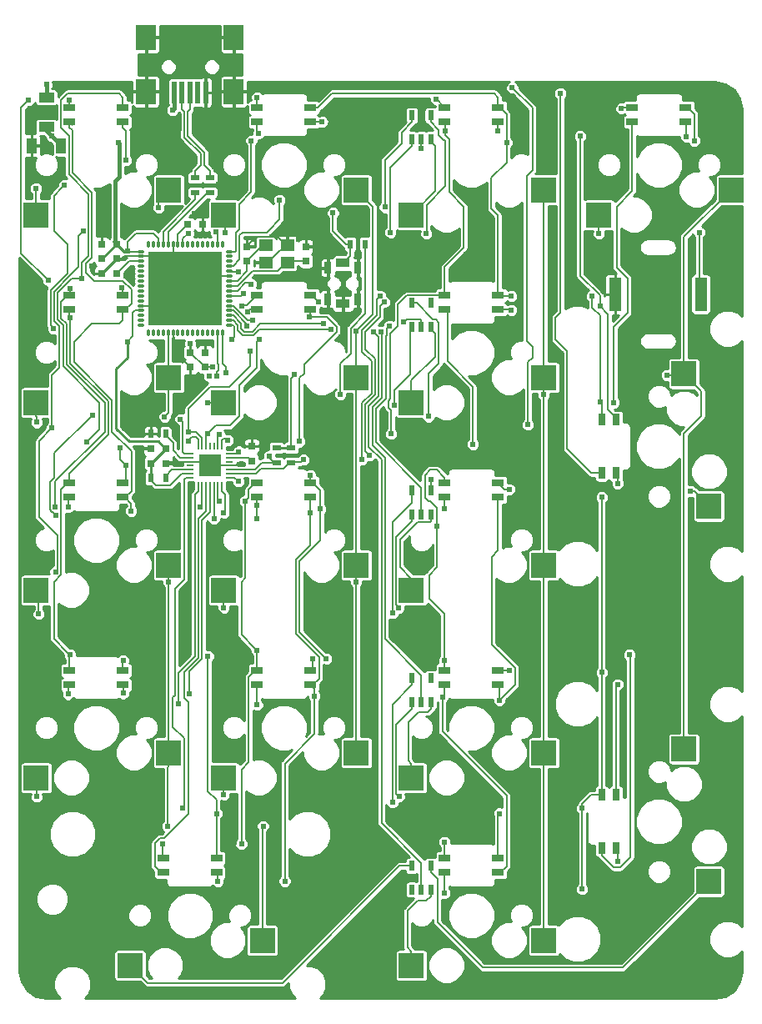
<source format=gbl>
G04 #@! TF.FileFunction,Copper,L2,Bot,Signal*
%FSLAX46Y46*%
G04 Gerber Fmt 4.6, Leading zero omitted, Abs format (unit mm)*
G04 Created by KiCad (PCBNEW 4.0.6) date Saturday, January 06, 2018 'AMt' 08:46:40 AM*
%MOMM*%
%LPD*%
G01*
G04 APERTURE LIST*
%ADD10C,0.150000*%
%ADD11C,0.600000*%
%ADD12R,0.600000X1.000000*%
%ADD13R,0.750000X0.800000*%
%ADD14R,0.800000X0.750000*%
%ADD15R,1.000000X1.600000*%
%ADD16R,1.600000X1.000000*%
%ADD17R,0.750000X1.150000*%
%ADD18R,1.400000X0.950000*%
%ADD19O,0.300000X0.800000*%
%ADD20O,0.800000X0.300000*%
%ADD21R,7.500000X7.500000*%
%ADD22R,0.500380X2.301240*%
%ADD23R,1.998980X2.499360*%
%ADD24O,0.800000X0.200000*%
%ADD25O,0.200000X0.800000*%
%ADD26R,2.300000X2.300000*%
%ADD27R,1.400000X1.200000*%
%ADD28R,2.550000X2.500000*%
%ADD29R,1.200000X0.750000*%
%ADD30R,2.500000X2.550000*%
%ADD31R,0.750000X1.200000*%
%ADD32R,0.900000X0.600000*%
%ADD33R,0.600000X0.900000*%
%ADD34R,1.300000X3.400000*%
%ADD35C,0.609600*%
%ADD36C,0.177800*%
%ADD37C,0.254000*%
%ADD38C,0.381000*%
%ADD39C,0.304800*%
%ADD40C,0.180000*%
%ADD41C,0.165100*%
%ADD42C,0.203200*%
G04 APERTURE END LIST*
D10*
D11*
X61150000Y-74050000D03*
X65200000Y-55200000D03*
X65000000Y-52000000D03*
X66800000Y-52800000D03*
X60400000Y-52000000D03*
X39000000Y-38800000D03*
X41000000Y-44000000D03*
X37800000Y-45600000D03*
X95200000Y-54300000D03*
X58400000Y-77700000D03*
X68200000Y-75900000D03*
X68200000Y-70900000D03*
X63400000Y-70900000D03*
X59200000Y-74800000D03*
X96500000Y-119800000D03*
X70600000Y-50600000D03*
X67200000Y-50600000D03*
X73400000Y-50600000D03*
X50600000Y-62500000D03*
X45000000Y-47500000D03*
X101000000Y-69750000D03*
X71250000Y-43500000D03*
X72250000Y-87750000D03*
X49000000Y-107250000D03*
X49000000Y-96500000D03*
X86500000Y-90500000D03*
X98000000Y-84500000D03*
X82000000Y-53500000D03*
X79500000Y-75000000D03*
X78000000Y-92000000D03*
X78500000Y-85000000D03*
X79000000Y-111500000D03*
X93000000Y-111000000D03*
X108000000Y-108000000D03*
X108000000Y-91000000D03*
X108000000Y-71500000D03*
X105000000Y-52500000D03*
X105500000Y-61500000D03*
X103000000Y-49000000D03*
X108500000Y-55500000D03*
X38000000Y-60000000D03*
X38500000Y-95000000D03*
X38500000Y-112500000D03*
X58500000Y-96000000D03*
X71000000Y-112500000D03*
X53000000Y-118000000D03*
X61500000Y-128500000D03*
X41000000Y-124000000D03*
X55000000Y-126000000D03*
X71000000Y-125000000D03*
X79000000Y-123000000D03*
X104000000Y-125000000D03*
X59000000Y-34000000D03*
X49000000Y-34000000D03*
X101500000Y-55300000D03*
X73700000Y-54500000D03*
X63750000Y-49750000D03*
X58250000Y-41250000D03*
X49500000Y-41250000D03*
X55250000Y-51500000D03*
X47250000Y-51250000D03*
X45000000Y-51250000D03*
X47500000Y-55750000D03*
X44000000Y-54750000D03*
X54000000Y-66500000D03*
X55500000Y-62500000D03*
X52500000Y-63500000D03*
X52500000Y-71750000D03*
X53750000Y-92000000D03*
X52500000Y-74750000D03*
X52500000Y-77500000D03*
X48750000Y-73500000D03*
X48750000Y-71750000D03*
X56300000Y-43900000D03*
X54150000Y-43900000D03*
X52450000Y-41300000D03*
X54750000Y-41250000D03*
X54400000Y-49400000D03*
X56900000Y-46450000D03*
X53650000Y-46450000D03*
X51850000Y-48900000D03*
X50250000Y-50500000D03*
X56350000Y-74650000D03*
X55650000Y-75350000D03*
X53500000Y-59400000D03*
X53500000Y-54600000D03*
X53500000Y-57000000D03*
X55900000Y-57000000D03*
X51100000Y-57000000D03*
X51100000Y-59400000D03*
X55900000Y-59400000D03*
X55900000Y-54600000D03*
D12*
X78420000Y-58490000D03*
X78420000Y-60890000D03*
X77470000Y-60890000D03*
X76520000Y-58490000D03*
X76520000Y-60890000D03*
X78420000Y-39440000D03*
X78420000Y-41840000D03*
X77470000Y-41840000D03*
X76520000Y-39440000D03*
X76520000Y-41840000D03*
X78420000Y-77540000D03*
X78420000Y-79940000D03*
X77470000Y-79940000D03*
X76520000Y-77540000D03*
X76520000Y-79940000D03*
X78420000Y-96590000D03*
X78420000Y-98990000D03*
X77470000Y-98990000D03*
X76520000Y-96590000D03*
X76520000Y-98990000D03*
X78420000Y-115640000D03*
X78420000Y-118040000D03*
X77470000Y-118040000D03*
X76520000Y-115640000D03*
X76520000Y-118040000D03*
D13*
X65750000Y-52750000D03*
X65750000Y-54250000D03*
X59750000Y-52750000D03*
X59750000Y-54250000D03*
D14*
X53750000Y-50500000D03*
X55250000Y-50500000D03*
X46500000Y-55500000D03*
X45000000Y-55500000D03*
D15*
X40900000Y-42500000D03*
X37900000Y-42500000D03*
D14*
X54000000Y-63500000D03*
X55500000Y-63500000D03*
X45000000Y-54000000D03*
X46500000Y-54000000D03*
X55500000Y-65000000D03*
X54000000Y-65000000D03*
X46500000Y-52500000D03*
X45000000Y-52500000D03*
X51500000Y-73250000D03*
X50000000Y-73250000D03*
X50000000Y-74750000D03*
X51500000Y-74750000D03*
D13*
X60250000Y-73000000D03*
X60250000Y-74500000D03*
D16*
X39400000Y-37600000D03*
X39400000Y-40600000D03*
D17*
X67975000Y-54925000D03*
X67975000Y-58075000D03*
X71025000Y-54925000D03*
X71025000Y-58075000D03*
D18*
X69500000Y-58575000D03*
X69500000Y-54425000D03*
D19*
X49750000Y-52500000D03*
X50250000Y-52500000D03*
X50750000Y-52500000D03*
X51250000Y-52500000D03*
X51750000Y-52500000D03*
X52250000Y-52500000D03*
X52750000Y-52500000D03*
X53250000Y-52500000D03*
X53750000Y-52500000D03*
X54250000Y-52500000D03*
X54750000Y-52500000D03*
X55250000Y-52500000D03*
X55750000Y-52500000D03*
X56250000Y-52500000D03*
X56750000Y-52500000D03*
X57250000Y-52500000D03*
D20*
X58000000Y-53250000D03*
X58000000Y-53750000D03*
X58000000Y-54250000D03*
X58000000Y-54750000D03*
X58000000Y-55250000D03*
X58000000Y-55750000D03*
X58000000Y-56250000D03*
X58000000Y-56750000D03*
X58000000Y-57250000D03*
X58000000Y-57750000D03*
X58000000Y-58250000D03*
X58000000Y-58750000D03*
X58000000Y-59250000D03*
X58000000Y-59750000D03*
X58000000Y-60250000D03*
X58000000Y-60750000D03*
D19*
X57250000Y-61500000D03*
X56750000Y-61500000D03*
X56250000Y-61500000D03*
X55750000Y-61500000D03*
X55250000Y-61500000D03*
X54750000Y-61500000D03*
X54250000Y-61500000D03*
X53750000Y-61500000D03*
X53250000Y-61500000D03*
X52750000Y-61500000D03*
X52250000Y-61500000D03*
X51750000Y-61500000D03*
X51250000Y-61500000D03*
X50750000Y-61500000D03*
X50250000Y-61500000D03*
X49750000Y-61500000D03*
D20*
X49000000Y-60750000D03*
X49000000Y-60250000D03*
X49000000Y-59750000D03*
X49000000Y-59250000D03*
X49000000Y-58750000D03*
X49000000Y-58250000D03*
X49000000Y-57750000D03*
X49000000Y-57250000D03*
X49000000Y-56750000D03*
X49000000Y-56250000D03*
X49000000Y-55750000D03*
X49000000Y-55250000D03*
X49000000Y-54750000D03*
X49000000Y-54250000D03*
X49000000Y-53750000D03*
X49000000Y-53250000D03*
D21*
X53500000Y-57000000D03*
D22*
X52374800Y-37104320D03*
X53174900Y-37104320D03*
X53975000Y-37104320D03*
X54775100Y-37104320D03*
X55575200Y-37104320D03*
D23*
X49524920Y-37005260D03*
X49524920Y-31506160D03*
X58425080Y-37005260D03*
X58425080Y-31506160D03*
D24*
X54000000Y-76200000D03*
X54000000Y-75800000D03*
X54000000Y-75400000D03*
X54000000Y-75000000D03*
X54000000Y-74600000D03*
X54000000Y-74200000D03*
X54000000Y-73800000D03*
D25*
X54800000Y-73000000D03*
X55200000Y-73000000D03*
X55600000Y-73000000D03*
X56000000Y-73000000D03*
X56400000Y-73000000D03*
X56800000Y-73000000D03*
X57200000Y-73000000D03*
D24*
X58000000Y-73800000D03*
X58000000Y-74200000D03*
X58000000Y-74600000D03*
X58000000Y-75000000D03*
X58000000Y-75400000D03*
X58000000Y-75800000D03*
X58000000Y-76200000D03*
D25*
X57200000Y-77000000D03*
X56800000Y-77000000D03*
X56400000Y-77000000D03*
X56000000Y-77000000D03*
X55600000Y-77000000D03*
X55200000Y-77000000D03*
X54800000Y-77000000D03*
D26*
X56000000Y-75000000D03*
D11*
X51100000Y-54600000D03*
D27*
X63850000Y-54350000D03*
X61650000Y-54350000D03*
X61650000Y-52650000D03*
X63850000Y-52650000D03*
D28*
X51810000Y-66040000D03*
X38360000Y-68580000D03*
D29*
X47150000Y-59145000D03*
X47150000Y-57695000D03*
X41750000Y-57695000D03*
X41750000Y-59145000D03*
D28*
X89910000Y-46990000D03*
X76460000Y-49530000D03*
D29*
X85250000Y-40095000D03*
X85250000Y-38645000D03*
X79850000Y-38645000D03*
X79850000Y-40095000D03*
D28*
X108960000Y-46990000D03*
X95510000Y-49530000D03*
D29*
X104300000Y-40095000D03*
X104300000Y-38645000D03*
X98900000Y-38645000D03*
X98900000Y-40095000D03*
D28*
X89910000Y-123190000D03*
X76460000Y-125730000D03*
D29*
X85250000Y-116295000D03*
X85250000Y-114845000D03*
X79850000Y-114845000D03*
X79850000Y-116295000D03*
D28*
X61335000Y-123190000D03*
X47885000Y-125730000D03*
D29*
X56675000Y-116295000D03*
X56675000Y-114845000D03*
X51275000Y-114845000D03*
X51275000Y-116295000D03*
D30*
X104140000Y-103765000D03*
X106680000Y-117215000D03*
D31*
X97245000Y-108425000D03*
X95795000Y-108425000D03*
X95795000Y-113825000D03*
X97245000Y-113825000D03*
D28*
X89910000Y-104140000D03*
X76460000Y-106680000D03*
D29*
X85250000Y-97245000D03*
X85250000Y-95795000D03*
X79850000Y-95795000D03*
X79850000Y-97245000D03*
D28*
X70860000Y-104140000D03*
X57410000Y-106680000D03*
D29*
X66200000Y-97245000D03*
X66200000Y-95795000D03*
X60800000Y-95795000D03*
X60800000Y-97245000D03*
D28*
X51810000Y-104140000D03*
X38360000Y-106680000D03*
D29*
X47150000Y-97245000D03*
X47150000Y-95795000D03*
X41750000Y-95795000D03*
X41750000Y-97245000D03*
D28*
X89910000Y-85090000D03*
X76460000Y-87630000D03*
D29*
X85250000Y-78195000D03*
X85250000Y-76745000D03*
X79850000Y-76745000D03*
X79850000Y-78195000D03*
D28*
X70860000Y-85090000D03*
X57410000Y-87630000D03*
D29*
X66200000Y-78195000D03*
X66200000Y-76745000D03*
X60800000Y-76745000D03*
X60800000Y-78195000D03*
D28*
X51810000Y-85090000D03*
X38360000Y-87630000D03*
D29*
X47150000Y-78195000D03*
X47150000Y-76745000D03*
X41750000Y-76745000D03*
X41750000Y-78195000D03*
D30*
X104140000Y-65665000D03*
X106680000Y-79115000D03*
D31*
X97245000Y-70325000D03*
X95795000Y-70325000D03*
X95795000Y-75725000D03*
X97245000Y-75725000D03*
D28*
X70860000Y-66040000D03*
X57410000Y-68580000D03*
D29*
X66200000Y-59145000D03*
X66200000Y-57695000D03*
X60800000Y-57695000D03*
X60800000Y-59145000D03*
D28*
X70860000Y-46990000D03*
X57410000Y-49530000D03*
D29*
X66200000Y-40095000D03*
X66200000Y-38645000D03*
X60800000Y-38645000D03*
X60800000Y-40095000D03*
D28*
X51810000Y-46990000D03*
X38360000Y-49530000D03*
D29*
X47150000Y-40095000D03*
X47150000Y-38645000D03*
X41750000Y-38645000D03*
X41750000Y-40095000D03*
D28*
X89910000Y-66040000D03*
X76460000Y-68580000D03*
D29*
X85250000Y-59145000D03*
X85250000Y-57695000D03*
X79850000Y-57695000D03*
X79850000Y-59145000D03*
D32*
X56000000Y-47250000D03*
X56000000Y-45750000D03*
D33*
X71750000Y-52500000D03*
X70250000Y-52500000D03*
D32*
X64250000Y-73200000D03*
X64250000Y-74700000D03*
X62750000Y-73200000D03*
X62750000Y-74700000D03*
X54500000Y-47250000D03*
X54500000Y-45750000D03*
D33*
X50000000Y-76250000D03*
X51500000Y-76250000D03*
X50000000Y-71750000D03*
X51500000Y-71750000D03*
D34*
X97150000Y-57600000D03*
X105850000Y-57600000D03*
D35*
X95504000Y-51435000D03*
X77978000Y-51435000D03*
X74328500Y-51308000D03*
X57531000Y-51308000D03*
X74702398Y-68828500D03*
X55762064Y-68614692D03*
X57404000Y-89408000D03*
X75184000Y-89408000D03*
X57400000Y-108400000D03*
X75200000Y-108600000D03*
X48000000Y-79600000D03*
X47182589Y-98115201D03*
X66200000Y-79800000D03*
X57400000Y-79800000D03*
X63600000Y-117200000D03*
X56800000Y-117200000D03*
X66600000Y-98400000D03*
X79600000Y-98533299D03*
X41800000Y-57000000D03*
X39600000Y-56200000D03*
X37600000Y-37881648D03*
X56400000Y-80400000D03*
X41681649Y-37881648D03*
X40300000Y-79200000D03*
X41600000Y-79200000D03*
X43499690Y-72599690D03*
X47445201Y-74930000D03*
X46853388Y-73161612D03*
X66200000Y-76000000D03*
X58900000Y-76600000D03*
X43000000Y-56037398D03*
X47050919Y-56949081D03*
X67800000Y-94600000D03*
X56675000Y-110314500D03*
X85400000Y-110314500D03*
X67200000Y-79400000D03*
X79800000Y-79400000D03*
X55800000Y-94353299D03*
X66400000Y-94600000D03*
X47200000Y-94800000D03*
X40099610Y-61049206D03*
X41815699Y-60000000D03*
X41234271Y-46499344D03*
X47491401Y-44000000D03*
X59600000Y-78600000D03*
X56971500Y-78628500D03*
X60800000Y-93781799D03*
X41800000Y-94200000D03*
X59200000Y-113400000D03*
X51200000Y-113400000D03*
X97400000Y-115200000D03*
X79800000Y-113200000D03*
X53923201Y-98200000D03*
X41600000Y-98200000D03*
X79066701Y-81100000D03*
X60800000Y-80371500D03*
X79800000Y-94800000D03*
X98600000Y-94200000D03*
X60800000Y-79000000D03*
X55028500Y-79200000D03*
X60800000Y-99276309D03*
X52800000Y-99200000D03*
X97400000Y-97200000D03*
X85400000Y-98800000D03*
X95800000Y-78200000D03*
X93800000Y-109800000D03*
X53228500Y-109743000D03*
X86400000Y-77400000D03*
X86400000Y-95800000D03*
X95800000Y-96000000D03*
X93800000Y-118000000D03*
X79800000Y-118400000D03*
X53804680Y-72500000D03*
X65100000Y-72543129D03*
X66095888Y-59895888D03*
X93600000Y-41536701D03*
X60917429Y-41275483D03*
X104400000Y-41600000D03*
X85200000Y-41000000D03*
X95600000Y-58800000D03*
X86600000Y-59200000D03*
X59852127Y-59345222D03*
X88300000Y-70842818D03*
X86700000Y-36631799D03*
X55790581Y-71709420D03*
X61000000Y-62200000D03*
X79000000Y-37800000D03*
X60800000Y-37600000D03*
X53000000Y-70271500D03*
X95630485Y-68499286D03*
X67029485Y-58345452D03*
X86116701Y-42200000D03*
X105200000Y-42000000D03*
X94800000Y-57800000D03*
X86600000Y-57800000D03*
X59264128Y-58821510D03*
X60120848Y-63339780D03*
X74400000Y-71761670D03*
X53804680Y-71600000D03*
X91600000Y-37203299D03*
X97790000Y-38735000D03*
X79900000Y-41000000D03*
X67395888Y-40095888D03*
X64590166Y-65764316D03*
X56300000Y-65000000D03*
X46700000Y-42200000D03*
X39900000Y-41500000D03*
X58900000Y-55300000D03*
X47600000Y-62400000D03*
X54000000Y-62600000D03*
X53800000Y-51400000D03*
X69250000Y-67750000D03*
X47601056Y-53178500D03*
X39400000Y-36300000D03*
X52200000Y-38900000D03*
X63051090Y-48032638D03*
X68500000Y-49328201D03*
X105700000Y-51300000D03*
X56600000Y-51262602D03*
X60164602Y-56564602D03*
X65500000Y-74400000D03*
X71431500Y-74369371D03*
X73260231Y-57740934D03*
X62035209Y-74020157D03*
X59377223Y-57537441D03*
X72200000Y-73971500D03*
X73700001Y-58394083D03*
X82700000Y-72828500D03*
X56961843Y-71861842D03*
X57824168Y-72418878D03*
X97004799Y-68600000D03*
X58922580Y-73569862D03*
X97400000Y-76800000D03*
X73757000Y-48750000D03*
X38350000Y-46850000D03*
X78200000Y-70000000D03*
X38400000Y-70600000D03*
X104800000Y-77600000D03*
X78424799Y-76400000D03*
X38608000Y-90043000D03*
X74554078Y-89979500D03*
X38400000Y-108600000D03*
X74544842Y-109171500D03*
X77400000Y-42800000D03*
X60200000Y-42000000D03*
X60294752Y-60239323D03*
X75669328Y-60410084D03*
X59753497Y-60811215D03*
X74231500Y-60812255D03*
X73409972Y-61383755D03*
X67555566Y-60603913D03*
X72623263Y-61417023D03*
X68275966Y-61175413D03*
X39944390Y-71171500D03*
X51400000Y-70034532D03*
X51810000Y-86800000D03*
X40311799Y-85800000D03*
X43105201Y-51200000D03*
X50800000Y-48800000D03*
X51708299Y-111600000D03*
X61400000Y-111600000D03*
X44049057Y-69849057D03*
X70860000Y-86800000D03*
X40311799Y-80000000D03*
X55942891Y-65926649D03*
X58197645Y-62186079D03*
X70860000Y-61315133D03*
X89910000Y-67788064D03*
X57600000Y-65600000D03*
X56730292Y-65926648D03*
X102400000Y-65800000D03*
D36*
X78420000Y-39440000D02*
X78420000Y-40117800D01*
X79927689Y-46590219D02*
X78001701Y-48516207D01*
X78420000Y-40117800D02*
X79253409Y-40951209D01*
X79700000Y-41900000D02*
X79866040Y-41900000D01*
X79253409Y-40951209D02*
X79253409Y-41453409D01*
X79253409Y-41453409D02*
X79700000Y-41900000D01*
X79866040Y-41900000D02*
X79927689Y-41961649D01*
X78001701Y-48516207D02*
X78001701Y-51411299D01*
X79927689Y-41961649D02*
X79927689Y-46590219D01*
X78001701Y-51411299D02*
X77978000Y-51435000D01*
X95504000Y-51435000D02*
X95504000Y-49536000D01*
X95504000Y-49536000D02*
X95510000Y-49530000D01*
X76520000Y-41840000D02*
X76520000Y-42517800D01*
X76520000Y-42517800D02*
X74328500Y-44709300D01*
X74328500Y-44709300D02*
X74328500Y-51308000D01*
X57531000Y-51308000D02*
X57531000Y-49651000D01*
X57531000Y-49651000D02*
X57410000Y-49530000D01*
X74702398Y-68828500D02*
X74702398Y-67332540D01*
X74702398Y-67332540D02*
X76314675Y-65720263D01*
X76314675Y-65720263D02*
X76314675Y-61095325D01*
X76314675Y-61095325D02*
X76520000Y-60890000D01*
X55796756Y-68580000D02*
X55762064Y-68614692D01*
X57410000Y-68580000D02*
X55796756Y-68580000D01*
X58098251Y-69268251D02*
X57410000Y-68580000D01*
X57780000Y-68580000D02*
X57410000Y-68580000D01*
X57531000Y-68459000D02*
X57410000Y-68580000D01*
X57404000Y-89408000D02*
X57404000Y-87636000D01*
X57404000Y-87636000D02*
X57410000Y-87630000D01*
X76520000Y-79940000D02*
X76520000Y-80617800D01*
X76520000Y-80617800D02*
X74918299Y-82219501D01*
X74918299Y-82219501D02*
X74918299Y-89142299D01*
X74918299Y-89142299D02*
X75184000Y-89408000D01*
X57400000Y-108400000D02*
X57400000Y-106690000D01*
X57400000Y-106690000D02*
X57410000Y-106680000D01*
X76520000Y-98990000D02*
X76520000Y-99667800D01*
X76520000Y-99667800D02*
X74918299Y-101269501D01*
X74918299Y-101269501D02*
X74918299Y-108318299D01*
X74918299Y-108318299D02*
X75200000Y-108600000D01*
X42183299Y-64454366D02*
X42183299Y-62411983D01*
X46049395Y-71549395D02*
X46049395Y-68320462D01*
X48016701Y-77553299D02*
X48016701Y-73516701D01*
X47375000Y-78195000D02*
X48016701Y-77553299D01*
X48016701Y-73516701D02*
X46049395Y-71549395D01*
X46049395Y-68320462D02*
X42183299Y-64454366D01*
X42183299Y-62411983D02*
X44008581Y-60586701D01*
X47150000Y-60200062D02*
X47150000Y-59697800D01*
X44008581Y-60586701D02*
X46763361Y-60586701D01*
X46763361Y-60586701D02*
X47150000Y-60200062D01*
X47150000Y-59697800D02*
X47150000Y-59145000D01*
X48016701Y-58503299D02*
X47375000Y-59145000D01*
X47163361Y-56253299D02*
X48016701Y-57106639D01*
X44253299Y-56253299D02*
X47163361Y-56253299D01*
X48016701Y-57106639D02*
X48016701Y-58503299D01*
X44032312Y-53878971D02*
X43433299Y-54477983D01*
X42034889Y-45281195D02*
X44032312Y-47278618D01*
X41750000Y-40095000D02*
X41750000Y-40647800D01*
X47375000Y-59145000D02*
X47150000Y-59145000D01*
X41750000Y-40647800D02*
X42034889Y-40932689D01*
X44032312Y-47278618D02*
X44032312Y-53878971D01*
X43433299Y-54477983D02*
X43433299Y-55433299D01*
X43433299Y-55433299D02*
X44253299Y-56253299D01*
X42034889Y-40932689D02*
X42034889Y-45281195D01*
X47150000Y-78195000D02*
X47375000Y-78195000D01*
X41750000Y-40095000D02*
X42083299Y-40428299D01*
X48000000Y-79600000D02*
X48000000Y-78820000D01*
X48000000Y-78820000D02*
X47375000Y-78195000D01*
X66200000Y-79800000D02*
X66200000Y-83058729D01*
X66200000Y-83058729D02*
X64744069Y-84514660D01*
X66425000Y-97245000D02*
X66200000Y-97245000D01*
X64744069Y-84514660D02*
X64744069Y-92098247D01*
X64744069Y-92098247D02*
X67066701Y-94420879D01*
X67066701Y-94420879D02*
X67066701Y-96603299D01*
X67066701Y-96603299D02*
X66425000Y-97245000D01*
X85250000Y-116295000D02*
X85475000Y-116295000D01*
X86116701Y-108521419D02*
X79600000Y-102004718D01*
X85475000Y-116295000D02*
X86116701Y-115653299D01*
X86116701Y-115653299D02*
X86116701Y-108521419D01*
X79600000Y-98964351D02*
X79600000Y-98533299D01*
X79600000Y-102004718D02*
X79600000Y-98964351D01*
X47182589Y-98115201D02*
X47182589Y-97277589D01*
X47182589Y-97277589D02*
X47150000Y-97245000D01*
X66200000Y-78195000D02*
X66200000Y-79800000D01*
X57200000Y-77000000D02*
X57200000Y-77577800D01*
X57543001Y-77920801D02*
X57543001Y-79656999D01*
X57200000Y-77577800D02*
X57543001Y-77920801D01*
X57543001Y-79656999D02*
X57400000Y-79800000D01*
X63600000Y-105235282D02*
X63600000Y-116000000D01*
X63600000Y-117200000D02*
X63600000Y-116000000D01*
X56800000Y-117200000D02*
X56800000Y-116420000D01*
X56800000Y-116420000D02*
X56675000Y-116295000D01*
X66600000Y-98400000D02*
X66600000Y-102235282D01*
X66600000Y-102235282D02*
X63600000Y-105235282D01*
X66600000Y-98400000D02*
X66600000Y-97645000D01*
X66600000Y-97645000D02*
X66200000Y-97245000D01*
X79850000Y-97245000D02*
X79850000Y-98283299D01*
X79850000Y-98283299D02*
X79600000Y-98533299D01*
X41800000Y-57000000D02*
X41800000Y-57645000D01*
X41800000Y-57645000D02*
X41750000Y-57695000D01*
X37600000Y-37881648D02*
X36818299Y-38663349D01*
X36818299Y-38663349D02*
X36818299Y-53418299D01*
X36818299Y-53418299D02*
X39600000Y-56200000D01*
X45338173Y-71569432D02*
X40300000Y-76607605D01*
X41431537Y-60567091D02*
X41431537Y-64708421D01*
X40883299Y-60018854D02*
X41431537Y-60567091D01*
X41525000Y-57695000D02*
X40883299Y-58336701D01*
X41750000Y-57695000D02*
X41525000Y-57695000D01*
X40300000Y-78768948D02*
X40300000Y-79200000D01*
X45338173Y-68615057D02*
X45338173Y-71569432D01*
X41431537Y-64708421D02*
X45338173Y-68615057D01*
X40300000Y-76607605D02*
X40300000Y-78768948D01*
X40883299Y-58336701D02*
X40883299Y-60018854D01*
X56400000Y-79200000D02*
X56400000Y-80400000D01*
X56400000Y-77000000D02*
X56400000Y-79200000D01*
X41750000Y-38645000D02*
X41750000Y-37949999D01*
X41750000Y-37949999D02*
X41681649Y-37881648D01*
X41600000Y-79200000D02*
X41600000Y-78345000D01*
X41600000Y-78345000D02*
X41750000Y-78195000D01*
X43000000Y-56037398D02*
X41952540Y-56037398D01*
X41952540Y-56037398D02*
X40527689Y-57462249D01*
X41075926Y-64855718D02*
X44792109Y-68571901D01*
X40527689Y-57462249D02*
X40527688Y-60166152D01*
X44792109Y-68571901D02*
X44792109Y-71307271D01*
X40527688Y-60166152D02*
X41075926Y-60714390D01*
X41075926Y-60714390D02*
X41075926Y-64855718D01*
X44792109Y-71307271D02*
X43499690Y-72599690D01*
X43000000Y-54408374D02*
X43676701Y-53731673D01*
X41551774Y-37203299D02*
X46763361Y-37203299D01*
X47150000Y-37589938D02*
X47150000Y-38092200D01*
X43676701Y-53731673D02*
X43676701Y-47425915D01*
X43000000Y-56037398D02*
X43000000Y-54408374D01*
X43676701Y-47425915D02*
X41679278Y-45428492D01*
X41679278Y-45428492D02*
X41679278Y-41479340D01*
X41679278Y-41479340D02*
X40883299Y-40683361D01*
X40883299Y-40683361D02*
X40883299Y-37871774D01*
X40883299Y-37871774D02*
X41551774Y-37203299D01*
X46763361Y-37203299D02*
X47150000Y-37589938D01*
X47150000Y-38092200D02*
X47150000Y-38645000D01*
X47445201Y-74930000D02*
X47445201Y-76449799D01*
X47445201Y-76449799D02*
X47150000Y-76745000D01*
X46853388Y-73161612D02*
X46853388Y-74338187D01*
X46853388Y-74338187D02*
X47445201Y-74930000D01*
X66200000Y-76000000D02*
X66200000Y-76745000D01*
X58000000Y-76200000D02*
X58500000Y-76200000D01*
X58500000Y-76200000D02*
X58900000Y-76600000D01*
X47000000Y-76595000D02*
X47150000Y-76745000D01*
X47150000Y-57695000D02*
X47150000Y-56850000D01*
X47150000Y-56850000D02*
X47100000Y-56800000D01*
X65099679Y-91600000D02*
X65099679Y-91899679D01*
X65099679Y-91899679D02*
X67800000Y-94600000D01*
X65099679Y-84685603D02*
X65099679Y-91600000D01*
X67200000Y-79400000D02*
X67200000Y-82585282D01*
X67200000Y-82585282D02*
X65099679Y-84685603D01*
X56675000Y-114845000D02*
X56675000Y-110314500D01*
X56675000Y-110314500D02*
X56675000Y-108950062D01*
X85250000Y-114845000D02*
X85250000Y-110464500D01*
X85250000Y-110464500D02*
X85400000Y-110314500D01*
X67200000Y-79400000D02*
X67200000Y-77520000D01*
X66425000Y-76745000D02*
X66200000Y-76745000D01*
X67200000Y-77520000D02*
X66425000Y-76745000D01*
X79850000Y-78195000D02*
X79850000Y-79350000D01*
X79850000Y-79350000D02*
X79800000Y-79400000D01*
X56675000Y-108950062D02*
X55800000Y-108075062D01*
X55800000Y-108075062D02*
X55800000Y-94353299D01*
X66400000Y-94600000D02*
X66400000Y-95595000D01*
X66400000Y-95595000D02*
X66200000Y-95795000D01*
X47150000Y-95795000D02*
X47150000Y-94850000D01*
X47150000Y-94850000D02*
X47200000Y-94800000D01*
X40099610Y-61049206D02*
X39816470Y-60766066D01*
X39816470Y-60766066D02*
X39816471Y-57167653D01*
X41526701Y-55457423D02*
X41526701Y-52526701D01*
X40143299Y-51143299D02*
X40143299Y-47590316D01*
X39816471Y-57167653D02*
X41526701Y-55457423D01*
X41526701Y-52526701D02*
X40143299Y-51143299D01*
X40143299Y-47590316D02*
X40929472Y-46804143D01*
X40929472Y-46804143D02*
X41234271Y-46499344D01*
X41815699Y-60000000D02*
X41815699Y-64589674D01*
X41815699Y-59763499D02*
X41815699Y-60000000D01*
X41750000Y-76192200D02*
X41750000Y-76745000D01*
X41750000Y-75772337D02*
X41750000Y-76192200D01*
X45693784Y-71828553D02*
X41750000Y-75772337D01*
X45693784Y-68467759D02*
X45693784Y-71828553D01*
X41815699Y-64589674D02*
X45693784Y-68467759D01*
X41750000Y-59145000D02*
X41750000Y-59697800D01*
X41750000Y-59697800D02*
X41815699Y-59763499D01*
X47150000Y-40095000D02*
X47150000Y-40647800D01*
X47150000Y-40647800D02*
X47491401Y-40989201D01*
X47491401Y-40989201D02*
X47491401Y-44000000D01*
X59600000Y-78600000D02*
X59600000Y-86375282D01*
X59600000Y-86375282D02*
X59193299Y-86781983D01*
X59193299Y-86781983D02*
X59193299Y-92175098D01*
X59193299Y-92175098D02*
X60495201Y-93477000D01*
X60495201Y-93477000D02*
X60800000Y-93781799D01*
X41750000Y-76745000D02*
X41525000Y-76745000D01*
X41525000Y-76745000D02*
X40883299Y-77386701D01*
X40883299Y-77386701D02*
X40883299Y-86041983D01*
X40883299Y-86041983D02*
X40143299Y-86781983D01*
X40143299Y-86781983D02*
X40143299Y-92543299D01*
X40143299Y-92543299D02*
X41495201Y-93895201D01*
X41495201Y-93895201D02*
X41800000Y-94200000D01*
X59600000Y-78600000D02*
X59904799Y-78295201D01*
X59904799Y-78295201D02*
X59904799Y-77415201D01*
X59904799Y-77415201D02*
X60575000Y-76745000D01*
X60575000Y-76745000D02*
X60800000Y-76745000D01*
X56800000Y-77000000D02*
X56800000Y-78457000D01*
X56800000Y-78457000D02*
X56971500Y-78628500D01*
X60800000Y-93781799D02*
X60800000Y-95795000D01*
X41750000Y-95795000D02*
X41750000Y-94250000D01*
X41750000Y-94250000D02*
X41800000Y-94200000D01*
X59193299Y-113393299D02*
X59200000Y-113400000D01*
X60800000Y-95795000D02*
X60575000Y-95795000D01*
X60575000Y-95795000D02*
X59933299Y-96436701D01*
X59933299Y-96436701D02*
X59933299Y-105091983D01*
X59933299Y-105091983D02*
X59193299Y-105831983D01*
X59193299Y-105831983D02*
X59193299Y-113393299D01*
X51200000Y-113400000D02*
X51200000Y-114770000D01*
X51200000Y-114770000D02*
X51275000Y-114845000D01*
X97400000Y-115200000D02*
X97400000Y-113980000D01*
X97400000Y-113980000D02*
X97245000Y-113825000D01*
X79850000Y-114845000D02*
X79850000Y-113250000D01*
X79850000Y-113250000D02*
X79800000Y-113200000D01*
X53923201Y-95887184D02*
X53923201Y-98200000D01*
X55168219Y-80534689D02*
X55168218Y-94642167D01*
X55168218Y-94642167D02*
X53923201Y-95887184D01*
X56000000Y-79702908D02*
X55168219Y-80534689D01*
X56000000Y-77000000D02*
X56000000Y-79702908D01*
X41600000Y-98200000D02*
X41600000Y-97395000D01*
X41600000Y-97395000D02*
X41750000Y-97245000D01*
X50408299Y-115653299D02*
X51050000Y-116295000D01*
X50408299Y-113345879D02*
X50408299Y-115653299D01*
X50925679Y-112828499D02*
X50408299Y-113345879D01*
X51325622Y-112828499D02*
X50925679Y-112828499D01*
X51050000Y-116295000D02*
X51275000Y-116295000D01*
X53351701Y-110802420D02*
X51325622Y-112828499D01*
X53800000Y-99000000D02*
X53800000Y-110354121D01*
X54812609Y-80387391D02*
X54812609Y-94494868D01*
X54812609Y-94494868D02*
X53351701Y-95955776D01*
X53351701Y-95955776D02*
X53351701Y-98551701D01*
X53351701Y-98551701D02*
X53800000Y-99000000D01*
X53800000Y-110354121D02*
X53351701Y-110802420D01*
X55600000Y-77000000D02*
X55600000Y-79600000D01*
X55600000Y-79600000D02*
X54812609Y-80387391D01*
X79066701Y-85272017D02*
X79066701Y-81100000D01*
X79066701Y-81100000D02*
X79066701Y-79306639D01*
X60800000Y-79000000D02*
X60800000Y-80371500D01*
X79800000Y-94800000D02*
X79800000Y-90034718D01*
X79800000Y-90034718D02*
X78243299Y-88478017D01*
X78243299Y-86095419D02*
X79066701Y-85272017D01*
X78360124Y-78600062D02*
X78200000Y-78600062D01*
X78243299Y-88478017D02*
X78243299Y-86095419D01*
X77853299Y-75946701D02*
X78400000Y-75400000D01*
X79066701Y-79306639D02*
X78360124Y-78600062D01*
X78200000Y-78600062D02*
X77853299Y-78253361D01*
X78400000Y-75400000D02*
X79061282Y-75400000D01*
X79850000Y-76188718D02*
X79850000Y-76745000D01*
X77853299Y-78253361D02*
X77853299Y-75946701D01*
X79061282Y-75400000D02*
X79850000Y-76188718D01*
X79800000Y-94800000D02*
X79800000Y-95745000D01*
X79800000Y-95745000D02*
X79850000Y-95795000D01*
X95795000Y-113825000D02*
X95795000Y-114602800D01*
X95795000Y-114602800D02*
X96963701Y-115771501D01*
X98686701Y-114759121D02*
X98686701Y-94286701D01*
X96963701Y-115771501D02*
X97674321Y-115771501D01*
X97674321Y-115771501D02*
X98686701Y-114759121D01*
X98686701Y-94286701D02*
X98600000Y-94200000D01*
X60800000Y-79000000D02*
X60800000Y-78195000D01*
X55200000Y-77000000D02*
X55200000Y-79028500D01*
X55200000Y-79028500D02*
X55028500Y-79200000D01*
X85250000Y-78195000D02*
X85250000Y-83585282D01*
X86971501Y-97228499D02*
X85704799Y-98495201D01*
X85250000Y-83585282D02*
X84593299Y-84241983D01*
X84593299Y-93147477D02*
X86971501Y-95525679D01*
X84593299Y-84241983D02*
X84593299Y-93147477D01*
X86971501Y-95525679D02*
X86971501Y-97228499D01*
X85704799Y-98495201D02*
X85400000Y-98800000D01*
X60800000Y-97245000D02*
X60800000Y-99276309D01*
X52780201Y-96024368D02*
X52780201Y-98200000D01*
X52800000Y-99200000D02*
X52800000Y-98768948D01*
X52800000Y-98768948D02*
X52780201Y-98749149D01*
X52780201Y-98749149D02*
X52780201Y-98200000D01*
X54800000Y-77000000D02*
X54800000Y-77577800D01*
X54800000Y-77577800D02*
X54456999Y-77920801D01*
X54456999Y-77920801D02*
X54456999Y-94347570D01*
X54456999Y-94347570D02*
X52780201Y-96024368D01*
X97245000Y-108425000D02*
X97245000Y-97355000D01*
X97245000Y-97355000D02*
X97400000Y-97200000D01*
X85400000Y-98800000D02*
X85400000Y-97395000D01*
X85400000Y-97395000D02*
X85250000Y-97245000D01*
X54000000Y-76200000D02*
X53560454Y-76200000D01*
X52208700Y-101533638D02*
X53351701Y-102676639D01*
X53351701Y-102676639D02*
X53351701Y-109619799D01*
X53560454Y-76200000D02*
X53351701Y-76408753D01*
X53351701Y-76408753D02*
X53351701Y-86553361D01*
X53351701Y-86553361D02*
X52424591Y-87480471D01*
X52424591Y-87480471D02*
X52424591Y-98309788D01*
X52424591Y-98309788D02*
X52208700Y-98525679D01*
X52208700Y-98525679D02*
X52208700Y-101533638D01*
X53351701Y-109619799D02*
X53228500Y-109743000D01*
X95800000Y-96000000D02*
X95800000Y-78200000D01*
X93800000Y-109800000D02*
X93800000Y-109368948D01*
X93800000Y-109368948D02*
X94743948Y-108425000D01*
X94743948Y-108425000D02*
X95242200Y-108425000D01*
X95242200Y-108425000D02*
X95795000Y-108425000D01*
X95795000Y-107200000D02*
X95795000Y-96005000D01*
X95795000Y-108425000D02*
X95795000Y-107200000D01*
X93800000Y-118000000D02*
X93800000Y-109800000D01*
X86400000Y-77400000D02*
X85905000Y-77400000D01*
X85905000Y-77400000D02*
X85250000Y-76745000D01*
X86400000Y-95800000D02*
X85255000Y-95800000D01*
X85255000Y-95800000D02*
X85250000Y-95795000D01*
X95795000Y-96005000D02*
X95800000Y-96000000D01*
X79850000Y-116295000D02*
X79850000Y-118350000D01*
X79850000Y-118350000D02*
X79800000Y-118400000D01*
X65100000Y-72543129D02*
X65100000Y-66100304D01*
X65100000Y-66100304D02*
X65543299Y-65657005D01*
X65543299Y-65657005D02*
X65543299Y-64753902D01*
X65543299Y-64753902D02*
X68847467Y-61449734D01*
X68847467Y-61449734D02*
X68847467Y-60901092D01*
X66526940Y-59895888D02*
X66095888Y-59895888D01*
X68847467Y-60901092D02*
X67842263Y-59895888D01*
X67842263Y-59895888D02*
X66526940Y-59895888D01*
X54600000Y-72100000D02*
X54800000Y-72300000D01*
X54800000Y-72300000D02*
X54800000Y-73000000D01*
X54200000Y-72100000D02*
X54600000Y-72100000D01*
X54109479Y-72190521D02*
X54200000Y-72100000D01*
X53804680Y-72500000D02*
X54109479Y-72195201D01*
X54109479Y-72195201D02*
X54109479Y-72190521D01*
X54800000Y-73000000D02*
X54800000Y-72400000D01*
X54800000Y-73000000D02*
X54800000Y-72422200D01*
X95600000Y-58800000D02*
X95600000Y-57728164D01*
X95600000Y-57728164D02*
X93600000Y-55728164D01*
X93600000Y-55728164D02*
X93600000Y-41536701D01*
X66200000Y-59145000D02*
X66200000Y-59791776D01*
X66200000Y-59791776D02*
X66095888Y-59895888D01*
X60800000Y-40095000D02*
X60800000Y-41158054D01*
X60800000Y-41158054D02*
X60917429Y-41275483D01*
X104400000Y-41600000D02*
X104400000Y-40195000D01*
X104400000Y-40195000D02*
X104300000Y-40095000D01*
X85250000Y-40095000D02*
X85250000Y-40950000D01*
X85250000Y-40950000D02*
X85200000Y-41000000D01*
X95600000Y-58800000D02*
X96433299Y-59633299D01*
X96433299Y-59633299D02*
X96433299Y-69288299D01*
X96433299Y-69288299D02*
X97245000Y-70100000D01*
X97245000Y-70100000D02*
X97245000Y-70325000D01*
X85250000Y-59145000D02*
X86545000Y-59145000D01*
X86545000Y-59145000D02*
X86600000Y-59200000D01*
X60022200Y-59145000D02*
X59852127Y-59315073D01*
X59852127Y-59315073D02*
X59852127Y-59345222D01*
X60800000Y-59145000D02*
X60022200Y-59145000D01*
X86700000Y-36631799D02*
X88746701Y-38678500D01*
X88746701Y-38678500D02*
X88746701Y-44986017D01*
X88746701Y-44986017D02*
X88166017Y-45566701D01*
X88300000Y-64482718D02*
X88300000Y-70842818D01*
X88166017Y-45566701D02*
X88166017Y-62383299D01*
X88166017Y-62383299D02*
X88746701Y-62963983D01*
X88746701Y-62963983D02*
X88746701Y-64036017D01*
X88746701Y-64036017D02*
X88300000Y-64482718D01*
X57117400Y-70904800D02*
X56595201Y-70904800D01*
X56595201Y-70904800D02*
X55790581Y-71709420D01*
X55600000Y-73000000D02*
X55600000Y-71800000D01*
X55600000Y-71800000D02*
X55800000Y-71600000D01*
X59017322Y-66800000D02*
X60743001Y-65074321D01*
X57117400Y-70904800D02*
X58090262Y-70904800D01*
X58090262Y-70904800D02*
X59017322Y-69977740D01*
X59017322Y-69977740D02*
X59017322Y-66800000D01*
X60743001Y-65074321D02*
X60743001Y-62456999D01*
X60743001Y-62456999D02*
X61000000Y-62200000D01*
X79000000Y-37800000D02*
X79005000Y-37800000D01*
X79005000Y-37800000D02*
X79850000Y-38645000D01*
X60800000Y-38645000D02*
X60800000Y-37600000D01*
X60800000Y-38645000D02*
X60575000Y-38645000D01*
X85250000Y-49581610D02*
X84568390Y-48900000D01*
X84568390Y-48900000D02*
X84568390Y-45786328D01*
X84568390Y-45786328D02*
X86116701Y-44238017D01*
X86116701Y-44238017D02*
X86116701Y-42631052D01*
X86116701Y-42631052D02*
X86116701Y-42200000D01*
X85250000Y-57695000D02*
X85250000Y-49581610D01*
X53233180Y-72200000D02*
X53233180Y-71476299D01*
X53233180Y-73633180D02*
X53233180Y-72200000D01*
X53233180Y-72200000D02*
X53233180Y-70504680D01*
X53233180Y-70504680D02*
X53000000Y-70271500D01*
X94800000Y-57800000D02*
X94800000Y-58917222D01*
X95630485Y-59747707D02*
X95630485Y-68068234D01*
X95630485Y-68068234D02*
X95630485Y-68499286D01*
X95795000Y-68663801D02*
X95630485Y-68499286D01*
X95795000Y-70325000D02*
X95795000Y-68663801D01*
X94800000Y-58917222D02*
X95630485Y-59747707D01*
X95677602Y-70442398D02*
X95795000Y-70325000D01*
X53400000Y-73800000D02*
X53233180Y-73633180D01*
X54000000Y-73800000D02*
X53400000Y-73800000D01*
X66200000Y-57695000D02*
X66379033Y-57695000D01*
X66379033Y-57695000D02*
X67029485Y-58345452D01*
X85250000Y-38645000D02*
X85250000Y-37589938D01*
X85250000Y-37589938D02*
X84863361Y-37203299D01*
X84863361Y-37203299D02*
X68419501Y-37203299D01*
X68419501Y-37203299D02*
X66977800Y-38645000D01*
X66977800Y-38645000D02*
X66200000Y-38645000D01*
X86116701Y-42200000D02*
X86116701Y-39286701D01*
X104300000Y-38645000D02*
X104525000Y-38645000D01*
X104525000Y-38645000D02*
X105200000Y-39320000D01*
X105200000Y-39320000D02*
X105200000Y-42000000D01*
X86116701Y-39286701D02*
X85475000Y-38645000D01*
X85475000Y-38645000D02*
X85250000Y-38645000D01*
X95795000Y-70325000D02*
X96066723Y-70053277D01*
X86600000Y-57800000D02*
X85355000Y-57800000D01*
X85355000Y-57800000D02*
X85250000Y-57695000D01*
X59347152Y-58738486D02*
X59264128Y-58821510D01*
X60800000Y-57705854D02*
X59767368Y-58738486D01*
X60800000Y-57695000D02*
X60800000Y-57705854D01*
X59767368Y-58738486D02*
X59347152Y-58738486D01*
X60120848Y-63339780D02*
X60120848Y-64850652D01*
X60120848Y-64850652D02*
X57968482Y-67003018D01*
X57968482Y-67003018D02*
X55981920Y-67003018D01*
X55981920Y-67003018D02*
X53804680Y-69180258D01*
X53804680Y-69180258D02*
X53804680Y-71168948D01*
X53804680Y-71168948D02*
X53804680Y-71600000D01*
X74400000Y-69813434D02*
X74413434Y-69800000D01*
X74413434Y-69800000D02*
X74413434Y-69385358D01*
X74400000Y-71761670D02*
X74400000Y-69813434D01*
X79900000Y-41000000D02*
X79900000Y-41431052D01*
X79900000Y-41431052D02*
X80283299Y-41814351D01*
X81776701Y-48681983D02*
X81776701Y-52884581D01*
X79850000Y-54811282D02*
X79850000Y-57142200D01*
X79850000Y-57142200D02*
X79850000Y-57695000D01*
X80283299Y-41814351D02*
X80283299Y-47188581D01*
X80283299Y-47188581D02*
X81776701Y-48681983D01*
X81776701Y-52884581D02*
X79850000Y-54811282D01*
X74130897Y-69102821D02*
X74130897Y-68432864D01*
X74413434Y-69385358D02*
X74130897Y-69102821D01*
X74130897Y-68432864D02*
X74346788Y-68216973D01*
X74346788Y-68216973D02*
X74346788Y-61542789D01*
X74346788Y-61542789D02*
X75097827Y-60791750D01*
X75097827Y-60791750D02*
X75097827Y-58632111D01*
X75097827Y-58632111D02*
X76034938Y-57695000D01*
X76034938Y-57695000D02*
X79072200Y-57695000D01*
X79072200Y-57695000D02*
X79850000Y-57695000D01*
X55200000Y-73000000D02*
X55200000Y-72197092D01*
X55200000Y-72197092D02*
X54602908Y-71600000D01*
X54602908Y-71600000D02*
X53804680Y-71600000D01*
X95795000Y-75725000D02*
X94739938Y-75725000D01*
X92259911Y-73244973D02*
X92259911Y-63347601D01*
X91084399Y-62172089D02*
X91084399Y-60001911D01*
X94739938Y-75725000D02*
X92259911Y-73244973D01*
X92259911Y-63347601D02*
X91084399Y-62172089D01*
X91084399Y-60001911D02*
X91600000Y-59486310D01*
X91600000Y-59486310D02*
X91600000Y-37203299D01*
X98900000Y-38645000D02*
X97880000Y-38645000D01*
X97880000Y-38645000D02*
X97790000Y-38735000D01*
X79900000Y-41000000D02*
X79900000Y-40145000D01*
X79900000Y-40145000D02*
X79850000Y-40095000D01*
X66200000Y-40095000D02*
X67395000Y-40095000D01*
X67395000Y-40095000D02*
X67395888Y-40095888D01*
X58000000Y-56750000D02*
X58772883Y-56750000D01*
X58772883Y-56750000D02*
X60306182Y-55216701D01*
X60306182Y-55216701D02*
X62883299Y-55216701D01*
X62883299Y-55216701D02*
X63750000Y-54350000D01*
X63750000Y-54350000D02*
X63850000Y-54350000D01*
X65750000Y-54250000D02*
X63950000Y-54250000D01*
X63950000Y-54250000D02*
X63850000Y-54350000D01*
X63750000Y-54850000D02*
X63850000Y-54850000D01*
X59750000Y-54827800D02*
X59750000Y-54250000D01*
X59750000Y-55269975D02*
X59750000Y-54827800D01*
X58769975Y-56250000D02*
X59750000Y-55269975D01*
X58000000Y-56250000D02*
X58769975Y-56250000D01*
X59750000Y-54250000D02*
X59750000Y-54225000D01*
X61325000Y-52650000D02*
X61650000Y-52650000D01*
X59750000Y-54225000D02*
X61325000Y-52650000D01*
X61325000Y-53150000D02*
X61650000Y-53150000D01*
X52750000Y-52500000D02*
X52750000Y-51475000D01*
X52750000Y-51475000D02*
X53725000Y-50500000D01*
X53725000Y-50500000D02*
X53750000Y-50500000D01*
X53672200Y-50500000D02*
X53750000Y-50500000D01*
X46500000Y-55500000D02*
X46525000Y-55500000D01*
X46525000Y-55500000D02*
X47775000Y-54250000D01*
X47775000Y-54250000D02*
X48422200Y-54250000D01*
X48422200Y-54250000D02*
X49000000Y-54250000D01*
D37*
X51500000Y-73250000D02*
X51475000Y-73250000D01*
X51475000Y-73250000D02*
X50761683Y-72536683D01*
X50761683Y-72536683D02*
X47761683Y-72536683D01*
X47761683Y-72536683D02*
X46455199Y-71230199D01*
X46455199Y-71230199D02*
X46455199Y-65173695D01*
X46455199Y-65173695D02*
X47600000Y-64028894D01*
X47600000Y-64028894D02*
X47600000Y-62400000D01*
D36*
X49000000Y-53250000D02*
X47672556Y-53250000D01*
X47672556Y-53250000D02*
X47601056Y-53178500D01*
X64285367Y-66069115D02*
X64590166Y-65764316D01*
X64250000Y-73200000D02*
X64250000Y-66104482D01*
X64250000Y-66104482D02*
X64285367Y-66069115D01*
X55500000Y-65000000D02*
X56300000Y-65000000D01*
X49000000Y-59250000D02*
X48422200Y-59250000D01*
X48422200Y-59250000D02*
X48164727Y-59507473D01*
X48164727Y-59507473D02*
X48164727Y-61835273D01*
X48164727Y-61835273D02*
X47600000Y-62400000D01*
D38*
X46700000Y-42200000D02*
X46818301Y-42318301D01*
X46818301Y-42318301D02*
X46818301Y-45666613D01*
X46818301Y-45666613D02*
X46391699Y-46093215D01*
X46391699Y-46093215D02*
X46391699Y-52391699D01*
X46391699Y-52391699D02*
X46500000Y-52500000D01*
X40100000Y-41700000D02*
X40900000Y-42500000D01*
X39400000Y-41000000D02*
X40100000Y-41700000D01*
X40100000Y-41700000D02*
X39900000Y-41500000D01*
X39400000Y-40600000D02*
X39400000Y-41000000D01*
D36*
X58900000Y-55300000D02*
X58050000Y-55300000D01*
X58050000Y-55300000D02*
X58000000Y-55250000D01*
X50750000Y-52500000D02*
X50750000Y-51922200D01*
X50750000Y-51922200D02*
X50227800Y-51400000D01*
X50227800Y-51400000D02*
X48446359Y-51400000D01*
X48446359Y-51400000D02*
X47601056Y-52245303D01*
X47601056Y-52245303D02*
X47601056Y-53178500D01*
X53250000Y-52500000D02*
X53250000Y-51950000D01*
X53250000Y-51950000D02*
X53800000Y-51400000D01*
X71750000Y-59579311D02*
X71750000Y-52500000D01*
X54000000Y-75800000D02*
X53151304Y-75800000D01*
X53151304Y-75800000D02*
X51984603Y-76966701D01*
X51984603Y-76966701D02*
X50516701Y-76966701D01*
X50516701Y-76966701D02*
X50000000Y-76450000D01*
X50000000Y-76450000D02*
X50000000Y-76250000D01*
X69250000Y-64644938D02*
X69250000Y-67750000D01*
X71750000Y-59579311D02*
X70288499Y-61040812D01*
X70288499Y-63606439D02*
X69250000Y-64644938D01*
X70288499Y-61040812D02*
X70288499Y-63606439D01*
X55550000Y-65050000D02*
X55500000Y-65000000D01*
D39*
X46500000Y-52500000D02*
X46300000Y-52300000D01*
D37*
X49975000Y-74750000D02*
X50000000Y-74750000D01*
X46500000Y-52500000D02*
X46455199Y-52455199D01*
X47600000Y-53250000D02*
X47275000Y-53250000D01*
X47600000Y-53250000D02*
X47600000Y-53179556D01*
X47600000Y-53179556D02*
X47601056Y-53178500D01*
X54000000Y-62600000D02*
X54000000Y-63500000D01*
X50000000Y-76250000D02*
X50000000Y-74750000D01*
X50000000Y-74750000D02*
X51500000Y-73250000D01*
X62750000Y-73200000D02*
X64250000Y-73200000D01*
X53900000Y-63400000D02*
X54000000Y-63500000D01*
X46455199Y-52453155D02*
X46500000Y-52497956D01*
X46500000Y-52497956D02*
X46500000Y-52500000D01*
D36*
X54000000Y-63500000D02*
X55500000Y-65000000D01*
D37*
X47275000Y-53250000D02*
X46525000Y-52500000D01*
X46525000Y-52500000D02*
X46500000Y-52500000D01*
X45000000Y-54000000D02*
X46500000Y-52500000D01*
D38*
X39400000Y-36300000D02*
X39400000Y-37600000D01*
X52374800Y-37104320D02*
X52374800Y-38725200D01*
X52374800Y-38725200D02*
X52200000Y-38900000D01*
X52374800Y-37104320D02*
X52374800Y-38004750D01*
D36*
X53397150Y-40953100D02*
X53397150Y-39052500D01*
X53394950Y-40955300D02*
X53397150Y-40953100D01*
X53397150Y-39052500D02*
X53174900Y-38830250D01*
X53174900Y-38830250D02*
X53174900Y-37104320D01*
D40*
X53394950Y-41649508D02*
X55070000Y-43324558D01*
X55070000Y-43324558D02*
X55070000Y-44505000D01*
X55070000Y-44505000D02*
X54500000Y-45075000D01*
X54500000Y-45075000D02*
X54500000Y-45750000D01*
X53394950Y-40955300D02*
X53394950Y-41649508D01*
D36*
X53754950Y-40955300D02*
X53752750Y-40953100D01*
X53752750Y-40953100D02*
X53752750Y-39052500D01*
X53752750Y-39052500D02*
X53975000Y-38830250D01*
X53975000Y-38830250D02*
X53975000Y-37104320D01*
D40*
X53754950Y-41500392D02*
X55430000Y-43175442D01*
X55430000Y-43175442D02*
X55430000Y-44505000D01*
X55430000Y-44505000D02*
X56000000Y-45075000D01*
X56000000Y-45075000D02*
X56000000Y-45750000D01*
X53754950Y-40955300D02*
X53754950Y-41500392D01*
D41*
X63051090Y-48463690D02*
X63051090Y-48032638D01*
X63051090Y-50025434D02*
X63051090Y-48463690D01*
X62000000Y-51076524D02*
X63051090Y-50025434D01*
D36*
X58000000Y-54750000D02*
X58037922Y-54712078D01*
X58037922Y-54712078D02*
X58377238Y-54712078D01*
X58377238Y-54712078D02*
X59000000Y-54089316D01*
X59000000Y-54089316D02*
X59000000Y-51577076D01*
X59000000Y-51577076D02*
X59280375Y-51296701D01*
X59280375Y-51296701D02*
X61779823Y-51296701D01*
X61779823Y-51296701D02*
X62000000Y-51076524D01*
X68500000Y-49328201D02*
X68500000Y-51177800D01*
X68500000Y-51177800D02*
X69822200Y-52500000D01*
X69822200Y-52500000D02*
X70250000Y-52500000D01*
X70250000Y-52500000D02*
X70250000Y-53675000D01*
X70250000Y-53675000D02*
X69500000Y-54425000D01*
X69275000Y-54425000D02*
X69500000Y-54425000D01*
X70250000Y-52500000D02*
X70250000Y-52775055D01*
X56600000Y-51262602D02*
X56750000Y-51412602D01*
X56750000Y-51412602D02*
X56750000Y-52500000D01*
X105700000Y-51300000D02*
X105700000Y-57550000D01*
X105700000Y-57550000D02*
X105650000Y-57600000D01*
X58000000Y-75800000D02*
X60670555Y-75800000D01*
X60670555Y-75800000D02*
X61167956Y-75302599D01*
X61167956Y-75302599D02*
X63447401Y-75302599D01*
X63447401Y-75302599D02*
X64050000Y-74700000D01*
X64050000Y-74700000D02*
X64250000Y-74700000D01*
X58792869Y-57250000D02*
X59600000Y-56442869D01*
X59600000Y-56442869D02*
X60042869Y-56442869D01*
X60042869Y-56442869D02*
X60164602Y-56564602D01*
X58000000Y-57250000D02*
X58792869Y-57250000D01*
X65500000Y-74400000D02*
X65248282Y-74651718D01*
X65248282Y-74651718D02*
X64298282Y-74651718D01*
X64298282Y-74651718D02*
X64250000Y-74700000D01*
X71431500Y-68617721D02*
X71431500Y-74200000D01*
X71431500Y-74200000D02*
X71431500Y-74369371D01*
X72401701Y-64400000D02*
X72401701Y-67647520D01*
X71431500Y-61246541D02*
X71431500Y-63429799D01*
X71431500Y-63429799D02*
X72401701Y-64400000D01*
X73260231Y-57740934D02*
X72920247Y-58080918D01*
X72920246Y-59757795D02*
X71431500Y-61246541D01*
X72920247Y-58080918D02*
X72920246Y-59757795D01*
X72401701Y-67647520D02*
X71431500Y-68617721D01*
X58080708Y-57250000D02*
X58077800Y-57250000D01*
X62035209Y-74185209D02*
X62035209Y-74020157D01*
X62550000Y-74700000D02*
X62035209Y-74185209D01*
X62750000Y-74700000D02*
X62550000Y-74700000D01*
X59164664Y-57750000D02*
X59377223Y-57537441D01*
X58000000Y-57750000D02*
X59164664Y-57750000D01*
X71787110Y-73558610D02*
X72200000Y-73971500D01*
X71787110Y-68765019D02*
X71787110Y-73300000D01*
X71787110Y-73300000D02*
X71787110Y-73558610D01*
X73700001Y-58394083D02*
X73275856Y-58818228D01*
X73275856Y-58818228D02*
X73275856Y-59924144D01*
X71800000Y-63200000D02*
X72757311Y-64157311D01*
X73275856Y-59924144D02*
X71800000Y-61400000D01*
X71800000Y-61400000D02*
X71800000Y-63200000D01*
X72757311Y-64157311D02*
X72757310Y-67794819D01*
X72757310Y-67794819D02*
X71787110Y-68765019D01*
X58577800Y-75400000D02*
X58000000Y-75400000D01*
X61267647Y-74700000D02*
X60567647Y-75400000D01*
X62750000Y-74700000D02*
X61267647Y-74700000D01*
X60567647Y-75400000D02*
X58577800Y-75400000D01*
X54500000Y-47992030D02*
X51250000Y-51242030D01*
X51250000Y-51242030D02*
X51250000Y-52500000D01*
X54500000Y-47250000D02*
X54500000Y-47992030D01*
X55744938Y-47250000D02*
X56000000Y-47250000D01*
X51750000Y-52500000D02*
X51750000Y-51244938D01*
X51750000Y-51244938D02*
X55744938Y-47250000D01*
D40*
X55696817Y-47250000D02*
X56000000Y-47250000D01*
D36*
X82712780Y-67017498D02*
X82712780Y-71300000D01*
X82700000Y-72828500D02*
X82700000Y-71312780D01*
X82700000Y-71312780D02*
X82712780Y-71300000D01*
X79850000Y-59145000D02*
X80111725Y-59406725D01*
X80111725Y-64416443D02*
X82712780Y-67017498D01*
X80111725Y-59406725D02*
X80111725Y-64416443D01*
X56800000Y-73000000D02*
X56800000Y-72023685D01*
X56800000Y-72023685D02*
X56961843Y-71861842D01*
X57200000Y-72431909D02*
X57400000Y-72231909D01*
X57400000Y-72231909D02*
X57637199Y-72231909D01*
X57637199Y-72231909D02*
X57824168Y-72418878D01*
X98900000Y-40095000D02*
X98900000Y-47075282D01*
X98900000Y-47075282D02*
X97293299Y-48681983D01*
X97293299Y-48681983D02*
X97293299Y-54870728D01*
X97293299Y-54870728D02*
X98422571Y-56000000D01*
X98422571Y-56000000D02*
X98422571Y-59495242D01*
X98422571Y-59495242D02*
X97004799Y-60913014D01*
X97004799Y-60913014D02*
X97004799Y-68600000D01*
X57200000Y-73000000D02*
X57200000Y-72431909D01*
X58692442Y-73800000D02*
X58922580Y-73569862D01*
X58000000Y-73800000D02*
X58692442Y-73800000D01*
X97400000Y-76800000D02*
X97400000Y-75880000D01*
X97400000Y-75880000D02*
X97245000Y-75725000D01*
X59750000Y-52750000D02*
X59750000Y-52725000D01*
X59750000Y-52725000D02*
X60691701Y-51783299D01*
X60691701Y-51783299D02*
X62883299Y-51783299D01*
X62883299Y-51783299D02*
X63750000Y-52650000D01*
X63750000Y-52650000D02*
X63850000Y-52650000D01*
X61650000Y-54850000D02*
X61650000Y-54590796D01*
X61650000Y-54590796D02*
X63090796Y-53150000D01*
X63090796Y-53150000D02*
X63850000Y-53150000D01*
X63850000Y-53150000D02*
X63750000Y-53150000D01*
X49000000Y-53750000D02*
X50250000Y-53750000D01*
X50250000Y-53750000D02*
X53500000Y-57000000D01*
X47327800Y-53750000D02*
X49000000Y-53750000D01*
X58000000Y-75000000D02*
X59000000Y-75000000D01*
X59000000Y-75000000D02*
X59200000Y-74800000D01*
X54000000Y-65000000D02*
X52500000Y-63500000D01*
X52250000Y-61500000D02*
X52250000Y-63250000D01*
X52250000Y-63250000D02*
X52500000Y-63500000D01*
X58000000Y-55750000D02*
X54750000Y-55750000D01*
X54750000Y-55750000D02*
X53500000Y-57000000D01*
X49000000Y-58750000D02*
X50747092Y-58750000D01*
X50747092Y-58750000D02*
X52497092Y-57000000D01*
X52497092Y-57000000D02*
X53075736Y-57000000D01*
X53075736Y-57000000D02*
X53500000Y-57000000D01*
X52250000Y-52500000D02*
X52250000Y-55750000D01*
X52250000Y-55750000D02*
X53500000Y-57000000D01*
D42*
X53975000Y-65000000D02*
X54000000Y-65000000D01*
D36*
X51750000Y-58250000D02*
X53000000Y-57000000D01*
X54250000Y-55750000D02*
X53000000Y-57000000D01*
X51750000Y-55750000D02*
X53000000Y-57000000D01*
X49737525Y-53750000D02*
X52987525Y-57000000D01*
X52987525Y-57000000D02*
X53000000Y-57000000D01*
X50129529Y-58750000D02*
X51879529Y-57000000D01*
X51879529Y-57000000D02*
X53000000Y-57000000D01*
X58000000Y-75000000D02*
X56000000Y-75000000D01*
X46500000Y-54000000D02*
X47077800Y-54000000D01*
X47077800Y-54000000D02*
X47327800Y-53750000D01*
X55225000Y-50500000D02*
X55250000Y-50500000D01*
X54000000Y-74600000D02*
X55600000Y-74600000D01*
X55600000Y-74600000D02*
X56000000Y-75000000D01*
X54000000Y-74600000D02*
X51650000Y-74600000D01*
X51650000Y-74600000D02*
X51500000Y-74750000D01*
D37*
X45000000Y-55500000D02*
X46500000Y-54000000D01*
X46504954Y-53995046D02*
X46500000Y-54000000D01*
D36*
X76460000Y-49530000D02*
X76485000Y-49530000D01*
X76485000Y-49530000D02*
X78897800Y-47117200D01*
X78897800Y-47117200D02*
X78897800Y-42517800D01*
X78897800Y-42517800D02*
X78420000Y-42040000D01*
X78420000Y-42040000D02*
X78420000Y-41840000D01*
X73757000Y-48750000D02*
X73757000Y-43993000D01*
X73757000Y-43993000D02*
X75450000Y-42300000D01*
X38360000Y-49530000D02*
X38360000Y-46860000D01*
X38360000Y-46860000D02*
X38350000Y-46850000D01*
X76520000Y-39440000D02*
X76520000Y-40117800D01*
X76520000Y-40117800D02*
X75450000Y-41187800D01*
X75450000Y-41187800D02*
X75450000Y-42300000D01*
X38481000Y-49651000D02*
X38360000Y-49530000D01*
X76460000Y-68580000D02*
X76460000Y-66353456D01*
X76460000Y-66353456D02*
X78897800Y-63915656D01*
X78420000Y-61090000D02*
X78420000Y-60890000D01*
X78897800Y-63915656D02*
X78897800Y-61567800D01*
X78897800Y-61567800D02*
X78420000Y-61090000D01*
X76520000Y-58490000D02*
X76997800Y-58490000D01*
X79253410Y-64617547D02*
X78200000Y-65670957D01*
X76997800Y-58490000D02*
X78631099Y-60123299D01*
X78631099Y-60123299D02*
X78933361Y-60123299D01*
X78933361Y-60123299D02*
X79253410Y-60443348D01*
X79253410Y-60443348D02*
X79253410Y-64617547D01*
X78200000Y-65670957D02*
X78200000Y-70000000D01*
X38360000Y-68580000D02*
X38360000Y-70007800D01*
X38360000Y-70007800D02*
X38400000Y-70047800D01*
X38400000Y-70047800D02*
X38400000Y-70600000D01*
X106680000Y-79115000D02*
X106680000Y-79090000D01*
X106680000Y-79090000D02*
X105190000Y-77600000D01*
X105190000Y-77600000D02*
X104800000Y-77600000D01*
X78420000Y-77540000D02*
X78420000Y-76404799D01*
X78420000Y-76404799D02*
X78424799Y-76400000D01*
X105885000Y-79115000D02*
X106680000Y-79115000D01*
X76460000Y-87630000D02*
X76460000Y-86437530D01*
X75291839Y-85269369D02*
X75291839Y-82522292D01*
X76460000Y-86437530D02*
X75291839Y-85269369D01*
X75291839Y-82522292D02*
X77107430Y-80706701D01*
X77107430Y-80706701D02*
X78331099Y-80706701D01*
X78331099Y-80706701D02*
X78420000Y-80617800D01*
X78420000Y-80617800D02*
X78420000Y-79940000D01*
X76520000Y-77540000D02*
X76520000Y-78730191D01*
X74554078Y-80696113D02*
X74554078Y-89979500D01*
X76520000Y-78730191D02*
X74554078Y-80696113D01*
X38608000Y-90043000D02*
X38608000Y-87878000D01*
X38608000Y-87878000D02*
X38360000Y-87630000D01*
X78420000Y-98990000D02*
X78420000Y-99667800D01*
X76161074Y-100999908D02*
X76161074Y-104953274D01*
X78420000Y-99667800D02*
X78087800Y-100000000D01*
X78087800Y-100000000D02*
X77160982Y-100000000D01*
X77160982Y-100000000D02*
X76161074Y-100999908D01*
X76161074Y-104953274D02*
X76460000Y-105252200D01*
X76460000Y-105252200D02*
X76460000Y-106680000D01*
X38400000Y-108600000D02*
X38400000Y-106720000D01*
X38400000Y-106720000D02*
X38360000Y-106680000D01*
X76520000Y-96590000D02*
X76520000Y-97267800D01*
X76520000Y-97267800D02*
X74562689Y-99225111D01*
X74562689Y-109153653D02*
X74544842Y-109171500D01*
X74562689Y-99225111D02*
X74562689Y-109153653D01*
X78420000Y-115640000D02*
X78420000Y-116317800D01*
X78420000Y-116317800D02*
X79094186Y-116991986D01*
X79094186Y-116991986D02*
X79094186Y-121348040D01*
X83712847Y-125966701D02*
X97953299Y-125966701D01*
X97953299Y-125966701D02*
X106680000Y-117240000D01*
X79094186Y-121348040D02*
X83712847Y-125966701D01*
X106680000Y-117240000D02*
X106680000Y-117215000D01*
X76460000Y-125730000D02*
X76460000Y-124302200D01*
X76460000Y-124302200D02*
X76043554Y-123885754D01*
X76043554Y-123885754D02*
X76043554Y-120210683D01*
X77077854Y-119176383D02*
X77961417Y-119176383D01*
X76043554Y-120210683D02*
X77077854Y-119176383D01*
X77961417Y-119176383D02*
X78420000Y-118717800D01*
X78420000Y-118717800D02*
X78420000Y-118040000D01*
X76520000Y-115640000D02*
X75257762Y-115640000D01*
X49676701Y-127496701D02*
X47910000Y-125730000D01*
X75257762Y-115640000D02*
X63401061Y-127496701D01*
X63401061Y-127496701D02*
X49676701Y-127496701D01*
X47910000Y-125730000D02*
X47885000Y-125730000D01*
X58000000Y-53250000D02*
X58577800Y-53250000D01*
X58577800Y-53250000D02*
X58644390Y-53183410D01*
X58644390Y-53183410D02*
X58644390Y-51300672D01*
X58644390Y-51300672D02*
X58951701Y-50993361D01*
X58951701Y-50993361D02*
X58951701Y-50800000D01*
X58951701Y-50800000D02*
X58951701Y-50600000D01*
D41*
X58951701Y-50600000D02*
X58945351Y-48454649D01*
X60200000Y-47200000D02*
X60200000Y-42000000D01*
X58945351Y-48454649D02*
X60200000Y-47200000D01*
X77400000Y-42800000D02*
X77400000Y-41910000D01*
X77400000Y-41910000D02*
X77470000Y-41840000D01*
D36*
X59863700Y-60239323D02*
X60294752Y-60239323D01*
X59850958Y-60239323D02*
X59863700Y-60239323D01*
X58361635Y-58750000D02*
X59850958Y-60239323D01*
X58071984Y-58750000D02*
X58361635Y-58750000D01*
X75669328Y-60410084D02*
X75974127Y-60105285D01*
X75974127Y-60105285D02*
X77363085Y-60105285D01*
X77363085Y-60105285D02*
X77470000Y-60212200D01*
X77470000Y-60212200D02*
X77470000Y-60890000D01*
X58358726Y-59250000D02*
X59753497Y-60644771D01*
X59753497Y-60644771D02*
X59753497Y-60811215D01*
X58069076Y-59250000D02*
X58358726Y-59250000D01*
X74231500Y-60812255D02*
X73984148Y-61059607D01*
X72853940Y-72593878D02*
X77470000Y-77209938D01*
X73984148Y-61059607D02*
X73984148Y-61715852D01*
X77470000Y-77209938D02*
X77470000Y-79940000D01*
X73984148Y-61715852D02*
X73841934Y-61858066D01*
X73841934Y-61858066D02*
X73841933Y-68218920D01*
X73841933Y-68218920D02*
X72853940Y-69206913D01*
X72853940Y-69206913D02*
X72853940Y-72593878D01*
X59467309Y-61383755D02*
X60293397Y-61383755D01*
X67124514Y-60603913D02*
X67555566Y-60603913D01*
X61073239Y-60603913D02*
X67124514Y-60603913D01*
X60293397Y-61383755D02*
X61073239Y-60603913D01*
X59181987Y-61098433D02*
X59467309Y-61383755D01*
X59181987Y-60576170D02*
X59181987Y-61098433D01*
X58355817Y-59750000D02*
X59181987Y-60576170D01*
X58051124Y-59750000D02*
X58355817Y-59750000D01*
X73409972Y-61383755D02*
X73486324Y-61460107D01*
X73486324Y-61460107D02*
X73486324Y-68071621D01*
X73486324Y-68071621D02*
X72498330Y-69059615D01*
X77470000Y-96259938D02*
X77470000Y-98990000D01*
X72498330Y-69059615D02*
X72498330Y-72921100D01*
X72498330Y-72921100D02*
X73783461Y-74206231D01*
X73783461Y-74206231D02*
X73783461Y-92573399D01*
X73783461Y-92573399D02*
X77470000Y-96259938D01*
X61004648Y-61175413D02*
X67844914Y-61175413D01*
X67844914Y-61175413D02*
X68275966Y-61175413D01*
X58826376Y-60723468D02*
X58826376Y-61245731D01*
X58826376Y-61245731D02*
X59320011Y-61739366D01*
X58048215Y-60250000D02*
X58352908Y-60250000D01*
X58352908Y-60250000D02*
X58826376Y-60723468D01*
X60440695Y-61739366D02*
X61004648Y-61175413D01*
X59320011Y-61739366D02*
X60440695Y-61739366D01*
X72623263Y-61417023D02*
X73115851Y-61909611D01*
X73115851Y-61909611D02*
X73115851Y-67900000D01*
X73115851Y-67900000D02*
X73112920Y-67900000D01*
X73112919Y-67942118D02*
X72142720Y-68912317D01*
X73112920Y-67900000D02*
X73112919Y-67942118D01*
X72142720Y-73068398D02*
X73427850Y-74353528D01*
X72142720Y-68912317D02*
X72142720Y-73068398D01*
X73427850Y-74353528D02*
X73427850Y-111267788D01*
X73427850Y-111267788D02*
X77470000Y-115309938D01*
X77470000Y-115309938D02*
X77470000Y-118040000D01*
X39944390Y-71171500D02*
X38630688Y-72485202D01*
X40527689Y-82104265D02*
X40527689Y-85584110D01*
X40527689Y-85584110D02*
X40311799Y-85800000D01*
X38630688Y-72485202D02*
X38630688Y-80207264D01*
X38630688Y-80207264D02*
X40527689Y-82104265D01*
X39944390Y-65799150D02*
X39944390Y-71171500D01*
X51810000Y-66040000D02*
X51810000Y-69624532D01*
X51810000Y-69624532D02*
X51400000Y-70034532D01*
X51810000Y-89400000D02*
X51810000Y-86800000D01*
X51810000Y-86800000D02*
X51810000Y-85090000D01*
X40720316Y-65023224D02*
X39944390Y-65799150D01*
X40172080Y-60313451D02*
X40720316Y-60861687D01*
X40720316Y-60861687D02*
X40720316Y-65023224D01*
X41805241Y-55681789D02*
X40172080Y-57314952D01*
X40172080Y-57314952D02*
X40172080Y-60313451D01*
X43105201Y-51200000D02*
X42644390Y-51660811D01*
X42644390Y-51660811D02*
X42644390Y-54842640D01*
X42644390Y-54842640D02*
X41805241Y-55681789D01*
X50800000Y-47975000D02*
X50800000Y-48800000D01*
X51750000Y-61500000D02*
X51750000Y-65980000D01*
X51750000Y-65980000D02*
X51810000Y-66040000D01*
X51708299Y-105669501D02*
X51708299Y-111600000D01*
X61335000Y-123190000D02*
X61335000Y-111665000D01*
X61335000Y-111665000D02*
X61400000Y-111600000D01*
X51810000Y-104140000D02*
X51810000Y-105567800D01*
X51810000Y-105567800D02*
X51708299Y-105669501D01*
X61310000Y-123190000D02*
X61335000Y-123190000D01*
X51810000Y-46990000D02*
X51785000Y-46990000D01*
X51785000Y-46990000D02*
X50800000Y-47975000D01*
X51810000Y-104140000D02*
X51810000Y-89400000D01*
X51260000Y-46990000D02*
X51810000Y-46990000D01*
X51250000Y-65480000D02*
X51810000Y-66040000D01*
X44049057Y-69849057D02*
X40200000Y-73698114D01*
X40200000Y-73698114D02*
X40200000Y-76204697D01*
X40200000Y-76204697D02*
X39728499Y-76676198D01*
X39728499Y-76676198D02*
X39728499Y-79474321D01*
X39728499Y-79474321D02*
X39949379Y-79695201D01*
X39949379Y-79695201D02*
X40007000Y-79695201D01*
X40007000Y-79695201D02*
X40311799Y-80000000D01*
X70860000Y-104140000D02*
X70860000Y-86800000D01*
X70860000Y-86800000D02*
X70860000Y-85090000D01*
X58470766Y-60870766D02*
X58470766Y-61898048D01*
X58470766Y-61898048D02*
X58197645Y-62171169D01*
X58197645Y-62171169D02*
X58197645Y-62186079D01*
X58350000Y-60750000D02*
X58470766Y-60870766D01*
X70860000Y-85090000D02*
X70860000Y-67800000D01*
X70860000Y-67800000D02*
X70860000Y-66040000D01*
X58000000Y-60750000D02*
X58350000Y-60750000D01*
X70860000Y-61315133D02*
X72564637Y-59610496D01*
X72564637Y-48694637D02*
X70860000Y-46990000D01*
X72564637Y-59610496D02*
X72564637Y-48694637D01*
X70860000Y-66040000D02*
X70860000Y-61315133D01*
X57250000Y-61500000D02*
X57250000Y-64601269D01*
X57250000Y-64601269D02*
X57600000Y-64951269D01*
X57600000Y-64951269D02*
X57600000Y-65168948D01*
X57600000Y-65168948D02*
X57600000Y-65600000D01*
X89910000Y-66040000D02*
X89910000Y-67788064D01*
X89900000Y-66050000D02*
X89910000Y-66040000D01*
X89910000Y-123190000D02*
X89910000Y-104140000D01*
X89910000Y-104140000D02*
X89910000Y-85090000D01*
X89910000Y-85090000D02*
X89910000Y-66040000D01*
X89910000Y-66040000D02*
X89910000Y-46990000D01*
X56730292Y-65495596D02*
X56730292Y-65926648D01*
X56876241Y-65349647D02*
X56730292Y-65495596D01*
X56876241Y-64730419D02*
X56876241Y-65349647D01*
X56750000Y-61500000D02*
X56750000Y-64604178D01*
X56750000Y-64604178D02*
X56876241Y-64730419D01*
X102400000Y-65800000D02*
X104005000Y-65800000D01*
X104005000Y-65800000D02*
X104140000Y-65665000D01*
X104105000Y-65700000D02*
X104140000Y-65665000D01*
X104140000Y-103765000D02*
X104140000Y-71755000D01*
X104140000Y-71755000D02*
X105906701Y-69988299D01*
X105906701Y-67456701D02*
X104140000Y-65690000D01*
X105906701Y-69988299D02*
X105906701Y-67456701D01*
X104140000Y-65690000D02*
X104140000Y-65665000D01*
X104140000Y-65665000D02*
X104140000Y-51785000D01*
X104140000Y-51785000D02*
X108935000Y-46990000D01*
X108935000Y-46990000D02*
X108960000Y-46990000D01*
X58000000Y-74200000D02*
X59950000Y-74200000D01*
X59950000Y-74200000D02*
X60250000Y-74500000D01*
X54000000Y-75400000D02*
X52150000Y-75400000D01*
X52150000Y-75400000D02*
X51500000Y-76050000D01*
X51500000Y-76050000D02*
X51500000Y-76250000D01*
X54000000Y-74200000D02*
X52989671Y-74200000D01*
X51500000Y-71950000D02*
X51500000Y-71750000D01*
X52989671Y-74200000D02*
X52262762Y-73473091D01*
X52262762Y-73473091D02*
X52262762Y-72712762D01*
X52262762Y-72712762D02*
X51500000Y-71950000D01*
D37*
G36*
X108352098Y-36231225D02*
X109231306Y-36818694D01*
X109818775Y-37697902D01*
X110034000Y-38779911D01*
X110034000Y-45351536D01*
X107685000Y-45351536D01*
X107543810Y-45378103D01*
X107414135Y-45461546D01*
X107327141Y-45588866D01*
X107296536Y-45740000D01*
X107296536Y-47963926D01*
X103807731Y-51452731D01*
X103705869Y-51605177D01*
X103670100Y-51785000D01*
X103670100Y-64001536D01*
X102890000Y-64001536D01*
X102748810Y-64028103D01*
X102619135Y-64111546D01*
X102532141Y-64238866D01*
X102501536Y-64390000D01*
X102501536Y-65114288D01*
X102264184Y-65114081D01*
X102012033Y-65218268D01*
X101818946Y-65411018D01*
X101714319Y-65662987D01*
X101714081Y-65935816D01*
X101818268Y-66187967D01*
X102011018Y-66381054D01*
X102262987Y-66485681D01*
X102501536Y-66485889D01*
X102501536Y-66940000D01*
X102528103Y-67081190D01*
X102611546Y-67210865D01*
X102738866Y-67297859D01*
X102890000Y-67328464D01*
X105113925Y-67328464D01*
X105436801Y-67651340D01*
X105436801Y-67851606D01*
X105206892Y-67621296D01*
X104515796Y-67334327D01*
X103767487Y-67333674D01*
X103075891Y-67619436D01*
X102831071Y-67863829D01*
X102831213Y-67701213D01*
X102644200Y-67248605D01*
X102298216Y-66902017D01*
X101845935Y-66714214D01*
X101356213Y-66713787D01*
X100903605Y-66900800D01*
X100557017Y-67246784D01*
X100369214Y-67699065D01*
X100368787Y-68188787D01*
X100555800Y-68641395D01*
X100901784Y-68987983D01*
X101354065Y-69175786D01*
X101843787Y-69176213D01*
X102259183Y-69004576D01*
X102258674Y-69587513D01*
X102544436Y-70279109D01*
X103073108Y-70808704D01*
X103764204Y-71095673D01*
X104134466Y-71095996D01*
X103807731Y-71422731D01*
X103705869Y-71575177D01*
X103670100Y-71755000D01*
X103670100Y-71800033D01*
X103619691Y-71678034D01*
X102950489Y-71007663D01*
X102075688Y-70644414D01*
X101128468Y-70643587D01*
X100253034Y-71005309D01*
X99582663Y-71674511D01*
X99219414Y-72549312D01*
X99218587Y-73496532D01*
X99580309Y-74371966D01*
X100249511Y-75042337D01*
X101124312Y-75405586D01*
X102071532Y-75406413D01*
X102946966Y-75044691D01*
X103617337Y-74375489D01*
X103670100Y-74248422D01*
X103670100Y-102101536D01*
X102890000Y-102101536D01*
X102748810Y-102128103D01*
X102619135Y-102211546D01*
X102532141Y-102338866D01*
X102501536Y-102490000D01*
X102501536Y-105040000D01*
X102528103Y-105181190D01*
X102611546Y-105310865D01*
X102738866Y-105397859D01*
X102890000Y-105428464D01*
X105390000Y-105428464D01*
X105531190Y-105401897D01*
X105660865Y-105318454D01*
X105747859Y-105191134D01*
X105778464Y-105040000D01*
X105778464Y-102490000D01*
X105751897Y-102348810D01*
X105668454Y-102219135D01*
X105541134Y-102132141D01*
X105390000Y-102101536D01*
X104609900Y-102101536D01*
X104609900Y-78263637D01*
X104662987Y-78285681D01*
X104935816Y-78285919D01*
X105041536Y-78242236D01*
X105041536Y-80390000D01*
X105068103Y-80531190D01*
X105151546Y-80660865D01*
X105278866Y-80747859D01*
X105430000Y-80778464D01*
X107930000Y-80778464D01*
X108071190Y-80751897D01*
X108200865Y-80668454D01*
X108287859Y-80541134D01*
X108318464Y-80390000D01*
X108318464Y-77840000D01*
X108291897Y-77698810D01*
X108208454Y-77569135D01*
X108081134Y-77482141D01*
X107930000Y-77451536D01*
X105706074Y-77451536D01*
X105522269Y-77267731D01*
X105369823Y-77165869D01*
X105327181Y-77157387D01*
X105188982Y-77018946D01*
X104937013Y-76914319D01*
X104664184Y-76914081D01*
X104609900Y-76936511D01*
X104609900Y-75937513D01*
X104798674Y-75937513D01*
X105084436Y-76629109D01*
X105613108Y-77158704D01*
X106304204Y-77445673D01*
X107052513Y-77446326D01*
X107744109Y-77160564D01*
X108273704Y-76631892D01*
X108560673Y-75940796D01*
X108561326Y-75192487D01*
X108275564Y-74500891D01*
X107746892Y-73971296D01*
X107055796Y-73684327D01*
X106307487Y-73683674D01*
X105615891Y-73969436D01*
X105086296Y-74498108D01*
X104799327Y-75189204D01*
X104798674Y-75937513D01*
X104609900Y-75937513D01*
X104609900Y-71949638D01*
X106238971Y-70320568D01*
X106340832Y-70168122D01*
X106376601Y-69988299D01*
X106376601Y-67456701D01*
X106340832Y-67276878D01*
X106336169Y-67269899D01*
X106238971Y-67124432D01*
X105778464Y-66663925D01*
X105778464Y-64390000D01*
X105751897Y-64248810D01*
X105668454Y-64119135D01*
X105541134Y-64032141D01*
X105390000Y-64001536D01*
X104609900Y-64001536D01*
X104609900Y-51979638D01*
X105054910Y-51534628D01*
X105118268Y-51687967D01*
X105230100Y-51799995D01*
X105230100Y-55511536D01*
X105200000Y-55511536D01*
X105058810Y-55538103D01*
X104929135Y-55621546D01*
X104842141Y-55748866D01*
X104811536Y-55900000D01*
X104811536Y-59300000D01*
X104838103Y-59441190D01*
X104921546Y-59570865D01*
X105048866Y-59657859D01*
X105200000Y-59688464D01*
X106500000Y-59688464D01*
X106641190Y-59661897D01*
X106770865Y-59578454D01*
X106857859Y-59451134D01*
X106888464Y-59300000D01*
X106888464Y-55900000D01*
X106861897Y-55758810D01*
X106778454Y-55629135D01*
X106651134Y-55542141D01*
X106500000Y-55511536D01*
X106169900Y-55511536D01*
X106169900Y-51799942D01*
X106281054Y-51688982D01*
X106385681Y-51437013D01*
X106385919Y-51164184D01*
X106281732Y-50912033D01*
X106088982Y-50718946D01*
X105934669Y-50654869D01*
X107961074Y-48628464D01*
X110034000Y-48628464D01*
X110034000Y-59842100D01*
X109665505Y-59472961D01*
X108965590Y-59182332D01*
X108207735Y-59181670D01*
X107507314Y-59471078D01*
X106970961Y-60006495D01*
X106680332Y-60706410D01*
X106679670Y-61464265D01*
X106969078Y-62164686D01*
X107504495Y-62701039D01*
X108204410Y-62991668D01*
X108962265Y-62992330D01*
X109662686Y-62702922D01*
X110034000Y-62332256D01*
X110034000Y-83718100D01*
X109665505Y-83348961D01*
X108965590Y-83058332D01*
X108207735Y-83057670D01*
X107507314Y-83347078D01*
X106970961Y-83882495D01*
X106680332Y-84582410D01*
X106679670Y-85340265D01*
X106969078Y-86040686D01*
X107504495Y-86577039D01*
X108204410Y-86867668D01*
X108962265Y-86868330D01*
X109662686Y-86578922D01*
X110034000Y-86208256D01*
X110034000Y-97942100D01*
X109665505Y-97572961D01*
X108965590Y-97282332D01*
X108207735Y-97281670D01*
X107507314Y-97571078D01*
X106970961Y-98106495D01*
X106680332Y-98806410D01*
X106679670Y-99564265D01*
X106969078Y-100264686D01*
X107504495Y-100801039D01*
X108204410Y-101091668D01*
X108962265Y-101092330D01*
X109662686Y-100802922D01*
X110034000Y-100432256D01*
X110034000Y-121818100D01*
X109665505Y-121448961D01*
X108965590Y-121158332D01*
X108207735Y-121157670D01*
X107507314Y-121447078D01*
X106970961Y-121982495D01*
X106680332Y-122682410D01*
X106679670Y-123440265D01*
X106969078Y-124140686D01*
X107504495Y-124677039D01*
X108204410Y-124967668D01*
X108962265Y-124968330D01*
X109662686Y-124678922D01*
X110034000Y-124308256D01*
X110034000Y-126320089D01*
X109818775Y-127402098D01*
X109231306Y-128281306D01*
X108352098Y-128868775D01*
X107270089Y-129084000D01*
X67157900Y-129084000D01*
X67527039Y-128715505D01*
X67817668Y-128015590D01*
X67818330Y-127257735D01*
X67528922Y-126557314D01*
X66993505Y-126020961D01*
X66293590Y-125730332D01*
X65832371Y-125729929D01*
X75452401Y-116109900D01*
X75831536Y-116109900D01*
X75831536Y-116140000D01*
X75858103Y-116281190D01*
X75941546Y-116410865D01*
X76068866Y-116497859D01*
X76220000Y-116528464D01*
X76820000Y-116528464D01*
X76961190Y-116501897D01*
X77000100Y-116476859D01*
X77000100Y-117196577D01*
X76996064Y-117199175D01*
X76971134Y-117182141D01*
X76820000Y-117151536D01*
X76220000Y-117151536D01*
X76078810Y-117178103D01*
X75949135Y-117261546D01*
X75862141Y-117388866D01*
X75831536Y-117540000D01*
X75831536Y-118540000D01*
X75858103Y-118681190D01*
X75941546Y-118810865D01*
X76068866Y-118897859D01*
X76220000Y-118928464D01*
X76661234Y-118928464D01*
X75711285Y-119878414D01*
X75609423Y-120030860D01*
X75573654Y-120210683D01*
X75573654Y-123885754D01*
X75590398Y-123969931D01*
X75609423Y-124065577D01*
X75626768Y-124091536D01*
X75185000Y-124091536D01*
X75043810Y-124118103D01*
X74914135Y-124201546D01*
X74827141Y-124328866D01*
X74796536Y-124480000D01*
X74796536Y-126980000D01*
X74823103Y-127121190D01*
X74906546Y-127250865D01*
X75033866Y-127337859D01*
X75185000Y-127368464D01*
X77735000Y-127368464D01*
X77876190Y-127341897D01*
X78005865Y-127258454D01*
X78092859Y-127131134D01*
X78123464Y-126980000D01*
X78123464Y-126102513D01*
X78128674Y-126102513D01*
X78414436Y-126794109D01*
X78943108Y-127323704D01*
X79634204Y-127610673D01*
X80382513Y-127611326D01*
X81074109Y-127325564D01*
X81603704Y-126796892D01*
X81890673Y-126105796D01*
X81891326Y-125357487D01*
X81605564Y-124665891D01*
X81076892Y-124136296D01*
X80385796Y-123849327D01*
X79637487Y-123848674D01*
X78945891Y-124134436D01*
X78416296Y-124663108D01*
X78129327Y-125354204D01*
X78128674Y-126102513D01*
X78123464Y-126102513D01*
X78123464Y-124480000D01*
X78096897Y-124338810D01*
X78013454Y-124209135D01*
X77886134Y-124122141D01*
X77735000Y-124091536D01*
X76873524Y-124091536D01*
X76792270Y-123969931D01*
X76513454Y-123691116D01*
X76513454Y-121434202D01*
X76771784Y-121692983D01*
X77224065Y-121880786D01*
X77713787Y-121881213D01*
X78166395Y-121694200D01*
X78512983Y-121348216D01*
X78624286Y-121080168D01*
X78624286Y-121348040D01*
X78660055Y-121527863D01*
X78761917Y-121680309D01*
X83380578Y-126298970D01*
X83533024Y-126400832D01*
X83712847Y-126436601D01*
X97953299Y-126436601D01*
X98133122Y-126400832D01*
X98285568Y-126298970D01*
X105706075Y-118878464D01*
X107930000Y-118878464D01*
X108071190Y-118851897D01*
X108200865Y-118768454D01*
X108287859Y-118641134D01*
X108318464Y-118490000D01*
X108318464Y-115940000D01*
X108291897Y-115798810D01*
X108208454Y-115669135D01*
X108081134Y-115582141D01*
X107930000Y-115551536D01*
X105430000Y-115551536D01*
X105288810Y-115578103D01*
X105159135Y-115661546D01*
X105072141Y-115788866D01*
X105041536Y-115940000D01*
X105041536Y-118213925D01*
X97758661Y-125496801D01*
X83907485Y-125496801D01*
X81973197Y-123562513D01*
X84478674Y-123562513D01*
X84764436Y-124254109D01*
X85293108Y-124783704D01*
X85984204Y-125070673D01*
X86732513Y-125071326D01*
X87424109Y-124785564D01*
X87953704Y-124256892D01*
X88240673Y-123565796D01*
X88241326Y-122817487D01*
X87955564Y-122125891D01*
X87711171Y-121881071D01*
X87873787Y-121881213D01*
X88326395Y-121694200D01*
X88672983Y-121348216D01*
X88860786Y-120895935D01*
X88861213Y-120406213D01*
X88674200Y-119953605D01*
X88328216Y-119607017D01*
X87875935Y-119419214D01*
X87386213Y-119418787D01*
X86933605Y-119605800D01*
X86587017Y-119951784D01*
X86399214Y-120404065D01*
X86398787Y-120893787D01*
X86570424Y-121309183D01*
X85987487Y-121308674D01*
X85295891Y-121594436D01*
X84766296Y-122123108D01*
X84479327Y-122814204D01*
X84478674Y-123562513D01*
X81973197Y-123562513D01*
X79564086Y-121153402D01*
X79564086Y-121121532D01*
X80168587Y-121121532D01*
X80530309Y-121996966D01*
X81199511Y-122667337D01*
X82074312Y-123030586D01*
X83021532Y-123031413D01*
X83896966Y-122669691D01*
X84567337Y-122000489D01*
X84930586Y-121125688D01*
X84931413Y-120178468D01*
X84569691Y-119303034D01*
X83900489Y-118632663D01*
X83025688Y-118269414D01*
X82078468Y-118268587D01*
X81203034Y-118630309D01*
X80532663Y-119299511D01*
X80169414Y-120174312D01*
X80168587Y-121121532D01*
X79564086Y-121121532D01*
X79564086Y-119044614D01*
X79662987Y-119085681D01*
X79935816Y-119085919D01*
X80187967Y-118981732D01*
X80381054Y-118788982D01*
X80485681Y-118537013D01*
X80485919Y-118264184D01*
X80381732Y-118012033D01*
X80319900Y-117950093D01*
X80319900Y-117724651D01*
X80385063Y-117768192D01*
X80550000Y-117801000D01*
X84550000Y-117801000D01*
X84714937Y-117768192D01*
X84854763Y-117674763D01*
X84948192Y-117534937D01*
X84981000Y-117370000D01*
X84981000Y-117058464D01*
X85850000Y-117058464D01*
X85991190Y-117031897D01*
X86120865Y-116948454D01*
X86207859Y-116821134D01*
X86238464Y-116670000D01*
X86238464Y-116196075D01*
X86448970Y-115985569D01*
X86550832Y-115833122D01*
X86563613Y-115768866D01*
X86586601Y-115653299D01*
X86586601Y-108521419D01*
X86550832Y-108341596D01*
X86514926Y-108287859D01*
X86448971Y-108189150D01*
X82772334Y-104512513D01*
X84478674Y-104512513D01*
X84764436Y-105204109D01*
X85293108Y-105733704D01*
X85984204Y-106020673D01*
X86732513Y-106021326D01*
X87424109Y-105735564D01*
X87953704Y-105206892D01*
X88240673Y-104515796D01*
X88241326Y-103767487D01*
X87955564Y-103075891D01*
X87711171Y-102831071D01*
X87873787Y-102831213D01*
X88326395Y-102644200D01*
X88672983Y-102298216D01*
X88860786Y-101845935D01*
X88861213Y-101356213D01*
X88674200Y-100903605D01*
X88328216Y-100557017D01*
X87875935Y-100369214D01*
X87386213Y-100368787D01*
X86933605Y-100555800D01*
X86587017Y-100901784D01*
X86399214Y-101354065D01*
X86398787Y-101843787D01*
X86570424Y-102259183D01*
X85987487Y-102258674D01*
X85295891Y-102544436D01*
X84766296Y-103073108D01*
X84479327Y-103764204D01*
X84478674Y-104512513D01*
X82772334Y-104512513D01*
X82240551Y-103980731D01*
X83021532Y-103981413D01*
X83896966Y-103619691D01*
X84567337Y-102950489D01*
X84930586Y-102075688D01*
X84931413Y-101128468D01*
X84569691Y-100253034D01*
X83900489Y-99582663D01*
X83025688Y-99219414D01*
X82078468Y-99218587D01*
X81203034Y-99580309D01*
X80532663Y-100249511D01*
X80169414Y-101124312D01*
X80168729Y-101908909D01*
X80069900Y-101810080D01*
X80069900Y-99033241D01*
X80181054Y-98922281D01*
X80285681Y-98670312D01*
X80285697Y-98651798D01*
X80385063Y-98718192D01*
X80550000Y-98751000D01*
X84550000Y-98751000D01*
X84714271Y-98718325D01*
X84714081Y-98935816D01*
X84818268Y-99187967D01*
X85011018Y-99381054D01*
X85262987Y-99485681D01*
X85535816Y-99485919D01*
X85787967Y-99381732D01*
X85981054Y-99188982D01*
X86085681Y-98937013D01*
X86085819Y-98778719D01*
X87303770Y-97560769D01*
X87405632Y-97408322D01*
X87424646Y-97312730D01*
X87441401Y-97228499D01*
X87441401Y-95525679D01*
X87405632Y-95345856D01*
X87388288Y-95319899D01*
X87303771Y-95193410D01*
X85063199Y-92952839D01*
X85063199Y-86453394D01*
X85293108Y-86683704D01*
X85984204Y-86970673D01*
X86732513Y-86971326D01*
X87424109Y-86685564D01*
X87953704Y-86156892D01*
X88240673Y-85465796D01*
X88241326Y-84717487D01*
X87955564Y-84025891D01*
X87711171Y-83781071D01*
X87873787Y-83781213D01*
X88326395Y-83594200D01*
X88672983Y-83248216D01*
X88860786Y-82795935D01*
X88861213Y-82306213D01*
X88674200Y-81853605D01*
X88328216Y-81507017D01*
X87875935Y-81319214D01*
X87386213Y-81318787D01*
X86933605Y-81505800D01*
X86587017Y-81851784D01*
X86399214Y-82304065D01*
X86398787Y-82793787D01*
X86570424Y-83209183D01*
X85987487Y-83208674D01*
X85719900Y-83319239D01*
X85719900Y-78958464D01*
X85850000Y-78958464D01*
X85991190Y-78931897D01*
X86120865Y-78848454D01*
X86207859Y-78721134D01*
X86238464Y-78570000D01*
X86238464Y-78075498D01*
X86262987Y-78085681D01*
X86535816Y-78085919D01*
X86787967Y-77981732D01*
X86981054Y-77788982D01*
X87085681Y-77537013D01*
X87085919Y-77264184D01*
X86981732Y-77012033D01*
X86788982Y-76818946D01*
X86537013Y-76714319D01*
X86264184Y-76714081D01*
X86238464Y-76724708D01*
X86238464Y-76370000D01*
X86211897Y-76228810D01*
X86128454Y-76099135D01*
X86001134Y-76012141D01*
X85850000Y-75981536D01*
X84981000Y-75981536D01*
X84981000Y-75670000D01*
X84948192Y-75505063D01*
X84854763Y-75365237D01*
X84714937Y-75271808D01*
X84550000Y-75239000D01*
X80550000Y-75239000D01*
X80385063Y-75271808D01*
X80245237Y-75365237D01*
X80151808Y-75505063D01*
X80119000Y-75670000D01*
X80119000Y-75793179D01*
X79393551Y-75067731D01*
X79241105Y-74965869D01*
X79061282Y-74930100D01*
X78400000Y-74930100D01*
X78220177Y-74965869D01*
X78067731Y-75067731D01*
X77521030Y-75614432D01*
X77419168Y-75766878D01*
X77383399Y-75946701D01*
X77383399Y-76458798D01*
X73323840Y-72399240D01*
X73323840Y-69401551D01*
X73660997Y-69064394D01*
X73660997Y-69102821D01*
X73687273Y-69234918D01*
X73696766Y-69282644D01*
X73798628Y-69435090D01*
X73943534Y-69579997D01*
X73943534Y-69745897D01*
X73930100Y-69813434D01*
X73930100Y-71261728D01*
X73818946Y-71372688D01*
X73714319Y-71624657D01*
X73714081Y-71897486D01*
X73818268Y-72149637D01*
X74011018Y-72342724D01*
X74262987Y-72447351D01*
X74535816Y-72447589D01*
X74787967Y-72343402D01*
X74981054Y-72150652D01*
X75085681Y-71898683D01*
X75085919Y-71625854D01*
X74981732Y-71373703D01*
X74869900Y-71261675D01*
X74869900Y-70043915D01*
X74906546Y-70100865D01*
X75033866Y-70187859D01*
X75185000Y-70218464D01*
X77548231Y-70218464D01*
X77618268Y-70387967D01*
X77811018Y-70581054D01*
X78062987Y-70685681D01*
X78335816Y-70685919D01*
X78587967Y-70581732D01*
X78781054Y-70388982D01*
X78885681Y-70137013D01*
X78885699Y-70116195D01*
X78943108Y-70173704D01*
X79634204Y-70460673D01*
X80382513Y-70461326D01*
X81074109Y-70175564D01*
X81603704Y-69646892D01*
X81890673Y-68955796D01*
X81891326Y-68207487D01*
X81605564Y-67515891D01*
X81076892Y-66986296D01*
X80385796Y-66699327D01*
X79637487Y-66698674D01*
X78945891Y-66984436D01*
X78669900Y-67259946D01*
X78669900Y-65865595D01*
X79585680Y-64949816D01*
X79687541Y-64797370D01*
X79716085Y-64653871D01*
X79779456Y-64748712D01*
X82242880Y-67212137D01*
X82242880Y-71248531D01*
X82230100Y-71312780D01*
X82230100Y-72328558D01*
X82118946Y-72439518D01*
X82014319Y-72691487D01*
X82014081Y-72964316D01*
X82118268Y-73216467D01*
X82311018Y-73409554D01*
X82562987Y-73514181D01*
X82835816Y-73514419D01*
X83087967Y-73410232D01*
X83281054Y-73217482D01*
X83385681Y-72965513D01*
X83385919Y-72692684D01*
X83281732Y-72440533D01*
X83169900Y-72328505D01*
X83169900Y-71364249D01*
X83182680Y-71300000D01*
X83182680Y-67017498D01*
X83146911Y-66837675D01*
X83113443Y-66787587D01*
X83045049Y-66685228D01*
X82240552Y-65880731D01*
X83021532Y-65881413D01*
X83896966Y-65519691D01*
X84567337Y-64850489D01*
X84930586Y-63975688D01*
X84931413Y-63028468D01*
X84569691Y-62153034D01*
X83900489Y-61482663D01*
X83025688Y-61119414D01*
X82078468Y-61118587D01*
X81203034Y-61480309D01*
X80581625Y-62100634D01*
X80581625Y-60651000D01*
X84550000Y-60651000D01*
X84714937Y-60618192D01*
X84854763Y-60524763D01*
X84948192Y-60384937D01*
X84981000Y-60220000D01*
X84981000Y-59908464D01*
X85850000Y-59908464D01*
X85991190Y-59881897D01*
X86120865Y-59798454D01*
X86164556Y-59734510D01*
X86211018Y-59781054D01*
X86462987Y-59885681D01*
X86735816Y-59885919D01*
X86987967Y-59781732D01*
X87181054Y-59588982D01*
X87285681Y-59337013D01*
X87285919Y-59064184D01*
X87181732Y-58812033D01*
X86988982Y-58618946D01*
X86737013Y-58514319D01*
X86464184Y-58514081D01*
X86212033Y-58618268D01*
X86207820Y-58622474D01*
X86128454Y-58499135D01*
X86011202Y-58419020D01*
X86120865Y-58348454D01*
X86144274Y-58314193D01*
X86211018Y-58381054D01*
X86462987Y-58485681D01*
X86735816Y-58485919D01*
X86987967Y-58381732D01*
X87181054Y-58188982D01*
X87285681Y-57937013D01*
X87285919Y-57664184D01*
X87181732Y-57412033D01*
X86988982Y-57218946D01*
X86737013Y-57114319D01*
X86464184Y-57114081D01*
X86218796Y-57215474D01*
X86211897Y-57178810D01*
X86128454Y-57049135D01*
X86001134Y-56962141D01*
X85850000Y-56931536D01*
X85719900Y-56931536D01*
X85719900Y-49581610D01*
X85684131Y-49401787D01*
X85649646Y-49350177D01*
X85582269Y-49249340D01*
X85038290Y-48705362D01*
X85038290Y-48328441D01*
X85293108Y-48583704D01*
X85984204Y-48870673D01*
X86732513Y-48871326D01*
X87424109Y-48585564D01*
X87696117Y-48314030D01*
X87696117Y-62269057D01*
X87386213Y-62268787D01*
X86933605Y-62455800D01*
X86587017Y-62801784D01*
X86399214Y-63254065D01*
X86398787Y-63743787D01*
X86570424Y-64159183D01*
X85987487Y-64158674D01*
X85295891Y-64444436D01*
X84766296Y-64973108D01*
X84479327Y-65664204D01*
X84478674Y-66412513D01*
X84764436Y-67104109D01*
X85293108Y-67633704D01*
X85984204Y-67920673D01*
X86732513Y-67921326D01*
X87424109Y-67635564D01*
X87830100Y-67230281D01*
X87830100Y-70342876D01*
X87718946Y-70453836D01*
X87614319Y-70705805D01*
X87614081Y-70978634D01*
X87718268Y-71230785D01*
X87911018Y-71423872D01*
X88162987Y-71528499D01*
X88435816Y-71528737D01*
X88687967Y-71424550D01*
X88881054Y-71231800D01*
X88985681Y-70979831D01*
X88985919Y-70707002D01*
X88881732Y-70454851D01*
X88769900Y-70342823D01*
X88769900Y-67678464D01*
X89224295Y-67678464D01*
X89224081Y-67923880D01*
X89328268Y-68176031D01*
X89440100Y-68288059D01*
X89440100Y-83451536D01*
X88635000Y-83451536D01*
X88493810Y-83478103D01*
X88364135Y-83561546D01*
X88277141Y-83688866D01*
X88246536Y-83840000D01*
X88246536Y-86340000D01*
X88273103Y-86481190D01*
X88356546Y-86610865D01*
X88483866Y-86697859D01*
X88635000Y-86728464D01*
X89440100Y-86728464D01*
X89440100Y-102501536D01*
X88635000Y-102501536D01*
X88493810Y-102528103D01*
X88364135Y-102611546D01*
X88277141Y-102738866D01*
X88246536Y-102890000D01*
X88246536Y-105390000D01*
X88273103Y-105531190D01*
X88356546Y-105660865D01*
X88483866Y-105747859D01*
X88635000Y-105778464D01*
X89440100Y-105778464D01*
X89440100Y-121551536D01*
X88635000Y-121551536D01*
X88493810Y-121578103D01*
X88364135Y-121661546D01*
X88277141Y-121788866D01*
X88246536Y-121940000D01*
X88246536Y-124440000D01*
X88273103Y-124581190D01*
X88356546Y-124710865D01*
X88483866Y-124797859D01*
X88635000Y-124828464D01*
X91185000Y-124828464D01*
X91326190Y-124801897D01*
X91455865Y-124718454D01*
X91531450Y-124607832D01*
X91997971Y-125075168D01*
X92870531Y-125437487D01*
X93815324Y-125438311D01*
X94688515Y-125077516D01*
X95357168Y-124410029D01*
X95719487Y-123537469D01*
X95720311Y-122592676D01*
X95359516Y-121719485D01*
X94692029Y-121050832D01*
X93819469Y-120688513D01*
X92874676Y-120687689D01*
X92001485Y-121048484D01*
X91413762Y-121635182D01*
X91336134Y-121582141D01*
X91185000Y-121551536D01*
X90379900Y-121551536D01*
X90379900Y-105778464D01*
X91185000Y-105778464D01*
X91326190Y-105751897D01*
X91455865Y-105668454D01*
X91542859Y-105541134D01*
X91573464Y-105390000D01*
X91573464Y-102890000D01*
X91546897Y-102748810D01*
X91463454Y-102619135D01*
X91336134Y-102532141D01*
X91185000Y-102501536D01*
X90379900Y-102501536D01*
X90379900Y-86728464D01*
X91185000Y-86728464D01*
X91326190Y-86701897D01*
X91455865Y-86618454D01*
X91531450Y-86507832D01*
X91997971Y-86975168D01*
X92870531Y-87337487D01*
X93815324Y-87338311D01*
X94688515Y-86977516D01*
X95330100Y-86337050D01*
X95330100Y-95500058D01*
X95218946Y-95611018D01*
X95114319Y-95862987D01*
X95114081Y-96135816D01*
X95218268Y-96387967D01*
X95325100Y-96494986D01*
X95325100Y-97809009D01*
X94692029Y-97174832D01*
X93819469Y-96812513D01*
X92874676Y-96811689D01*
X92001485Y-97172484D01*
X91332832Y-97839971D01*
X90970513Y-98712531D01*
X90969689Y-99657324D01*
X91330484Y-100530515D01*
X91997971Y-101199168D01*
X92870531Y-101561487D01*
X93815324Y-101562311D01*
X94688515Y-101201516D01*
X95325100Y-100566041D01*
X95325100Y-107454393D01*
X95278810Y-107463103D01*
X95149135Y-107546546D01*
X95062141Y-107673866D01*
X95031536Y-107825000D01*
X95031536Y-107955100D01*
X94743948Y-107955100D01*
X94564125Y-107990869D01*
X94411678Y-108092731D01*
X93467731Y-109036679D01*
X93365869Y-109189125D01*
X93347198Y-109282990D01*
X93218946Y-109411018D01*
X93114319Y-109662987D01*
X93114081Y-109935816D01*
X93218268Y-110187967D01*
X93330100Y-110299995D01*
X93330100Y-117500058D01*
X93218946Y-117611018D01*
X93114319Y-117862987D01*
X93114081Y-118135816D01*
X93218268Y-118387967D01*
X93411018Y-118581054D01*
X93662987Y-118685681D01*
X93935816Y-118685919D01*
X94187967Y-118581732D01*
X94381054Y-118388982D01*
X94485681Y-118137013D01*
X94485919Y-117864184D01*
X94381732Y-117612033D01*
X94269900Y-117500005D01*
X94269900Y-116448787D01*
X100368787Y-116448787D01*
X100555800Y-116901395D01*
X100901784Y-117247983D01*
X101354065Y-117435786D01*
X101843787Y-117436213D01*
X102296395Y-117249200D01*
X102642983Y-116903216D01*
X102830786Y-116450935D01*
X102831213Y-115961213D01*
X102644200Y-115508605D01*
X102298216Y-115162017D01*
X101845935Y-114974214D01*
X101356213Y-114973787D01*
X100903605Y-115160800D01*
X100557017Y-115506784D01*
X100369214Y-115959065D01*
X100368787Y-116448787D01*
X94269900Y-116448787D01*
X94269900Y-110299942D01*
X94289000Y-110280875D01*
X94289000Y-113125000D01*
X94321808Y-113289937D01*
X94415237Y-113429763D01*
X94555063Y-113523192D01*
X94720000Y-113556000D01*
X95031536Y-113556000D01*
X95031536Y-114425000D01*
X95058103Y-114566190D01*
X95141546Y-114695865D01*
X95268866Y-114782859D01*
X95375448Y-114804442D01*
X95462731Y-114935069D01*
X96631432Y-116103771D01*
X96745252Y-116179823D01*
X96783878Y-116205632D01*
X96963701Y-116241401D01*
X97674321Y-116241401D01*
X97854144Y-116205632D01*
X98006590Y-116103770D01*
X99018971Y-115091390D01*
X99120832Y-114938944D01*
X99156601Y-114759121D01*
X99156601Y-114037513D01*
X104798674Y-114037513D01*
X105084436Y-114729109D01*
X105613108Y-115258704D01*
X106304204Y-115545673D01*
X107052513Y-115546326D01*
X107744109Y-115260564D01*
X108273704Y-114731892D01*
X108560673Y-114040796D01*
X108561326Y-113292487D01*
X108275564Y-112600891D01*
X107746892Y-112071296D01*
X107055796Y-111784327D01*
X106307487Y-111783674D01*
X105615891Y-112069436D01*
X105086296Y-112598108D01*
X104799327Y-113289204D01*
X104798674Y-114037513D01*
X99156601Y-114037513D01*
X99156601Y-111596532D01*
X99218587Y-111596532D01*
X99580309Y-112471966D01*
X100249511Y-113142337D01*
X101124312Y-113505586D01*
X102071532Y-113506413D01*
X102946966Y-113144691D01*
X103617337Y-112475489D01*
X103980586Y-111600688D01*
X103981413Y-110653468D01*
X103619691Y-109778034D01*
X102950489Y-109107663D01*
X102075688Y-108744414D01*
X101128468Y-108743587D01*
X100253034Y-109105309D01*
X99582663Y-109774511D01*
X99219414Y-110649312D01*
X99218587Y-111596532D01*
X99156601Y-111596532D01*
X99156601Y-106288787D01*
X100368787Y-106288787D01*
X100555800Y-106741395D01*
X100901784Y-107087983D01*
X101354065Y-107275786D01*
X101843787Y-107276213D01*
X102259183Y-107104576D01*
X102258674Y-107687513D01*
X102544436Y-108379109D01*
X103073108Y-108908704D01*
X103764204Y-109195673D01*
X104512513Y-109196326D01*
X105204109Y-108910564D01*
X105733704Y-108381892D01*
X106020673Y-107690796D01*
X106021326Y-106942487D01*
X105735564Y-106250891D01*
X105206892Y-105721296D01*
X104515796Y-105434327D01*
X103767487Y-105433674D01*
X103075891Y-105719436D01*
X102831071Y-105963829D01*
X102831213Y-105801213D01*
X102644200Y-105348605D01*
X102298216Y-105002017D01*
X101845935Y-104814214D01*
X101356213Y-104813787D01*
X100903605Y-105000800D01*
X100557017Y-105346784D01*
X100369214Y-105799065D01*
X100368787Y-106288787D01*
X99156601Y-106288787D01*
X99156601Y-94613392D01*
X99181054Y-94588982D01*
X99285681Y-94337013D01*
X99285919Y-94064184D01*
X99181732Y-93812033D01*
X98988982Y-93618946D01*
X98737013Y-93514319D01*
X98464184Y-93514081D01*
X98212033Y-93618268D01*
X98018946Y-93811018D01*
X97914319Y-94062987D01*
X97914081Y-94335816D01*
X98018268Y-94587967D01*
X98211018Y-94781054D01*
X98216801Y-94783455D01*
X98216801Y-108694000D01*
X98008464Y-108694000D01*
X98008464Y-107825000D01*
X97981897Y-107683810D01*
X97898454Y-107554135D01*
X97771134Y-107467141D01*
X97714900Y-107455753D01*
X97714900Y-97811923D01*
X97787967Y-97781732D01*
X97981054Y-97588982D01*
X98085681Y-97337013D01*
X98085919Y-97064184D01*
X97981732Y-96812033D01*
X97788982Y-96618946D01*
X97537013Y-96514319D01*
X97264184Y-96514081D01*
X97012033Y-96618268D01*
X96818946Y-96811018D01*
X96714319Y-97062987D01*
X96714081Y-97335816D01*
X96775100Y-97483493D01*
X96775100Y-107454393D01*
X96728810Y-107463103D01*
X96599135Y-107546546D01*
X96519020Y-107663798D01*
X96448454Y-107554135D01*
X96321134Y-107467141D01*
X96264900Y-107455753D01*
X96264900Y-96504933D01*
X96381054Y-96388982D01*
X96485681Y-96137013D01*
X96485919Y-95864184D01*
X96381732Y-95612033D01*
X96269900Y-95500005D01*
X96269900Y-78699942D01*
X96381054Y-78588982D01*
X96480791Y-78348787D01*
X100368787Y-78348787D01*
X100555800Y-78801395D01*
X100901784Y-79147983D01*
X101354065Y-79335786D01*
X101843787Y-79336213D01*
X102296395Y-79149200D01*
X102642983Y-78803216D01*
X102830786Y-78350935D01*
X102831213Y-77861213D01*
X102644200Y-77408605D01*
X102298216Y-77062017D01*
X101845935Y-76874214D01*
X101356213Y-76873787D01*
X100903605Y-77060800D01*
X100557017Y-77406784D01*
X100369214Y-77859065D01*
X100368787Y-78348787D01*
X96480791Y-78348787D01*
X96485681Y-78337013D01*
X96485919Y-78064184D01*
X96381732Y-77812033D01*
X96188982Y-77618946D01*
X95937013Y-77514319D01*
X95664184Y-77514081D01*
X95412033Y-77618268D01*
X95218946Y-77811018D01*
X95114319Y-78062987D01*
X95114081Y-78335816D01*
X95218268Y-78587967D01*
X95330100Y-78699995D01*
X95330100Y-83590018D01*
X94692029Y-82950832D01*
X93819469Y-82588513D01*
X92874676Y-82587689D01*
X92001485Y-82948484D01*
X91413762Y-83535182D01*
X91336134Y-83482141D01*
X91185000Y-83451536D01*
X90379900Y-83451536D01*
X90379900Y-68288006D01*
X90491054Y-68177046D01*
X90595681Y-67925077D01*
X90595896Y-67678464D01*
X91185000Y-67678464D01*
X91326190Y-67651897D01*
X91455865Y-67568454D01*
X91542859Y-67441134D01*
X91573464Y-67290000D01*
X91573464Y-64790000D01*
X91546897Y-64648810D01*
X91463454Y-64519135D01*
X91336134Y-64432141D01*
X91185000Y-64401536D01*
X90379900Y-64401536D01*
X90379900Y-48628464D01*
X91130100Y-48628464D01*
X91130100Y-59291671D01*
X90752130Y-59669642D01*
X90650268Y-59822088D01*
X90614499Y-60001911D01*
X90614499Y-62172089D01*
X90645505Y-62327965D01*
X90650268Y-62351912D01*
X90752130Y-62504358D01*
X91790011Y-63542239D01*
X91790011Y-73244973D01*
X91822748Y-73409554D01*
X91825780Y-73424796D01*
X91927642Y-73577242D01*
X94407669Y-76057270D01*
X94519915Y-76132270D01*
X94560115Y-76159131D01*
X94739938Y-76194900D01*
X95031536Y-76194900D01*
X95031536Y-76325000D01*
X95058103Y-76466190D01*
X95141546Y-76595865D01*
X95268866Y-76682859D01*
X95420000Y-76713464D01*
X96170000Y-76713464D01*
X96311190Y-76686897D01*
X96440865Y-76603454D01*
X96520980Y-76486202D01*
X96591546Y-76595865D01*
X96714304Y-76679742D01*
X96714081Y-76935816D01*
X96818268Y-77187967D01*
X97011018Y-77381054D01*
X97262987Y-77485681D01*
X97535816Y-77485919D01*
X97787967Y-77381732D01*
X97981054Y-77188982D01*
X98085681Y-76937013D01*
X98085919Y-76664184D01*
X97987844Y-76426825D01*
X98008464Y-76325000D01*
X98008464Y-75456000D01*
X98320000Y-75456000D01*
X98484937Y-75423192D01*
X98624763Y-75329763D01*
X98718192Y-75189937D01*
X98751000Y-75025000D01*
X98751000Y-71025000D01*
X98718192Y-70860063D01*
X98624763Y-70720237D01*
X98484937Y-70626808D01*
X98320000Y-70594000D01*
X98008464Y-70594000D01*
X98008464Y-69725000D01*
X97981897Y-69583810D01*
X97898454Y-69454135D01*
X97771134Y-69367141D01*
X97620000Y-69336536D01*
X97146074Y-69336536D01*
X97095418Y-69285880D01*
X97140615Y-69285919D01*
X97392766Y-69181732D01*
X97585853Y-68988982D01*
X97690480Y-68737013D01*
X97690718Y-68464184D01*
X97586531Y-68212033D01*
X97474699Y-68100005D01*
X97474699Y-62350000D01*
X99582149Y-62350000D01*
X99649211Y-62687144D01*
X99840188Y-62972961D01*
X100126005Y-63163938D01*
X100463149Y-63231000D01*
X102536851Y-63231000D01*
X102873995Y-63163938D01*
X103159812Y-62972961D01*
X103350789Y-62687144D01*
X103417851Y-62350000D01*
X103350789Y-62012856D01*
X103159812Y-61727039D01*
X102873995Y-61536062D01*
X102536851Y-61469000D01*
X100463149Y-61469000D01*
X100126005Y-61536062D01*
X99840188Y-61727039D01*
X99649211Y-62012856D01*
X99582149Y-62350000D01*
X97474699Y-62350000D01*
X97474699Y-61107652D01*
X98754840Y-59827512D01*
X98856702Y-59675065D01*
X98862216Y-59647342D01*
X98892471Y-59495242D01*
X98892471Y-56000000D01*
X98856702Y-55820177D01*
X98836333Y-55789693D01*
X98754841Y-55667731D01*
X97763199Y-54676090D01*
X97763199Y-52850000D01*
X99582149Y-52850000D01*
X99649211Y-53187144D01*
X99840188Y-53472961D01*
X100126005Y-53663938D01*
X100463149Y-53731000D01*
X102536851Y-53731000D01*
X102873995Y-53663938D01*
X103159812Y-53472961D01*
X103350789Y-53187144D01*
X103417851Y-52850000D01*
X103350789Y-52512856D01*
X103159812Y-52227039D01*
X102873995Y-52036062D01*
X102536851Y-51969000D01*
X100463149Y-51969000D01*
X100126005Y-52036062D01*
X99840188Y-52227039D01*
X99649211Y-52512856D01*
X99582149Y-52850000D01*
X97763199Y-52850000D01*
X97763199Y-50893394D01*
X97993108Y-51123704D01*
X98684204Y-51410673D01*
X99432513Y-51411326D01*
X100124109Y-51125564D01*
X100653704Y-50596892D01*
X100940673Y-49905796D01*
X100941326Y-49157487D01*
X100655564Y-48465891D01*
X100126892Y-47936296D01*
X99435796Y-47649327D01*
X98990882Y-47648939D01*
X99232269Y-47407552D01*
X99262363Y-47362513D01*
X103528674Y-47362513D01*
X103814436Y-48054109D01*
X104343108Y-48583704D01*
X105034204Y-48870673D01*
X105782513Y-48871326D01*
X106474109Y-48585564D01*
X107003704Y-48056892D01*
X107290673Y-47365796D01*
X107291326Y-46617487D01*
X107005564Y-45925891D01*
X106761171Y-45681071D01*
X106923787Y-45681213D01*
X107376395Y-45494200D01*
X107722983Y-45148216D01*
X107910786Y-44695935D01*
X107911213Y-44206213D01*
X107724200Y-43753605D01*
X107378216Y-43407017D01*
X106925935Y-43219214D01*
X106436213Y-43218787D01*
X105983605Y-43405800D01*
X105637017Y-43751784D01*
X105449214Y-44204065D01*
X105448787Y-44693787D01*
X105620424Y-45109183D01*
X105037487Y-45108674D01*
X104345891Y-45394436D01*
X103816296Y-45923108D01*
X103529327Y-46614204D01*
X103528674Y-47362513D01*
X99262363Y-47362513D01*
X99334131Y-47255105D01*
X99348023Y-47185263D01*
X99369900Y-47075282D01*
X99369900Y-45287737D01*
X99580309Y-45796966D01*
X100249511Y-46467337D01*
X101124312Y-46830586D01*
X102071532Y-46831413D01*
X102946966Y-46469691D01*
X103617337Y-45800489D01*
X103980586Y-44925688D01*
X103981413Y-43978468D01*
X103619691Y-43103034D01*
X102950489Y-42432663D01*
X102075688Y-42069414D01*
X101128468Y-42068587D01*
X100253034Y-42430309D01*
X99582663Y-43099511D01*
X99369900Y-43611901D01*
X99369900Y-41524651D01*
X99435063Y-41568192D01*
X99600000Y-41601000D01*
X103600000Y-41601000D01*
X103714218Y-41578281D01*
X103714081Y-41735816D01*
X103818268Y-41987967D01*
X104011018Y-42181054D01*
X104262987Y-42285681D01*
X104535816Y-42285919D01*
X104570227Y-42271700D01*
X104618268Y-42387967D01*
X104811018Y-42581054D01*
X105062987Y-42685681D01*
X105335816Y-42685919D01*
X105587967Y-42581732D01*
X105781054Y-42388982D01*
X105885681Y-42137013D01*
X105885919Y-41864184D01*
X105781732Y-41612033D01*
X105669900Y-41500005D01*
X105669900Y-39320000D01*
X105634131Y-39140177D01*
X105622632Y-39122967D01*
X105532269Y-38987730D01*
X105288464Y-38743925D01*
X105288464Y-38270000D01*
X105261897Y-38128810D01*
X105178454Y-37999135D01*
X105051134Y-37912141D01*
X104900000Y-37881536D01*
X104031000Y-37881536D01*
X104031000Y-37570000D01*
X103998192Y-37405063D01*
X103904763Y-37265237D01*
X103764937Y-37171808D01*
X103600000Y-37139000D01*
X99600000Y-37139000D01*
X99435063Y-37171808D01*
X99295237Y-37265237D01*
X99201808Y-37405063D01*
X99169000Y-37570000D01*
X99169000Y-37881536D01*
X98300000Y-37881536D01*
X98158810Y-37908103D01*
X98029135Y-37991546D01*
X97975814Y-38069583D01*
X97927013Y-38049319D01*
X97654184Y-38049081D01*
X97402033Y-38153268D01*
X97208946Y-38346018D01*
X97104319Y-38597987D01*
X97104081Y-38870816D01*
X97208268Y-39122967D01*
X97401018Y-39316054D01*
X97652987Y-39420681D01*
X97925816Y-39420919D01*
X98104083Y-39347260D01*
X98138798Y-39370980D01*
X98029135Y-39441546D01*
X97942141Y-39568866D01*
X97911536Y-39720000D01*
X97911536Y-40470000D01*
X97938103Y-40611190D01*
X98021546Y-40740865D01*
X98148866Y-40827859D01*
X98300000Y-40858464D01*
X98430100Y-40858464D01*
X98430100Y-46880643D01*
X97150862Y-48159882D01*
X97146897Y-48138810D01*
X97063454Y-48009135D01*
X96936134Y-47922141D01*
X96785000Y-47891536D01*
X94235000Y-47891536D01*
X94093810Y-47918103D01*
X94069900Y-47933489D01*
X94069900Y-44693787D01*
X95288787Y-44693787D01*
X95475800Y-45146395D01*
X95821784Y-45492983D01*
X96274065Y-45680786D01*
X96763787Y-45681213D01*
X97216395Y-45494200D01*
X97562983Y-45148216D01*
X97750786Y-44695935D01*
X97751213Y-44206213D01*
X97564200Y-43753605D01*
X97218216Y-43407017D01*
X96765935Y-43219214D01*
X96276213Y-43218787D01*
X95823605Y-43405800D01*
X95477017Y-43751784D01*
X95289214Y-44204065D01*
X95288787Y-44693787D01*
X94069900Y-44693787D01*
X94069900Y-42036643D01*
X94181054Y-41925683D01*
X94285681Y-41673714D01*
X94285919Y-41400885D01*
X94181732Y-41148734D01*
X93988982Y-40955647D01*
X93737013Y-40851020D01*
X93464184Y-40850782D01*
X93212033Y-40954969D01*
X93018946Y-41147719D01*
X92914319Y-41399688D01*
X92914081Y-41672517D01*
X93018268Y-41924668D01*
X93130100Y-42036696D01*
X93130100Y-55728164D01*
X93160512Y-55881054D01*
X93165869Y-55907987D01*
X93267731Y-56060433D01*
X94421609Y-57214311D01*
X94412033Y-57218268D01*
X94218946Y-57411018D01*
X94114319Y-57662987D01*
X94114081Y-57935816D01*
X94218268Y-58187967D01*
X94330100Y-58299995D01*
X94330100Y-58917222D01*
X94331688Y-58925205D01*
X93819469Y-58712513D01*
X92874676Y-58711689D01*
X92069900Y-59044216D01*
X92069900Y-37703241D01*
X92181054Y-37592281D01*
X92285681Y-37340312D01*
X92285919Y-37067483D01*
X92181732Y-36815332D01*
X91988982Y-36622245D01*
X91737013Y-36517618D01*
X91464184Y-36517380D01*
X91212033Y-36621567D01*
X91018946Y-36814317D01*
X90914319Y-37066286D01*
X90914081Y-37339115D01*
X91018268Y-37591266D01*
X91130100Y-37703294D01*
X91130100Y-45351536D01*
X89045721Y-45351536D01*
X89078970Y-45318287D01*
X89180832Y-45165840D01*
X89193655Y-45101372D01*
X89216601Y-44986017D01*
X89216601Y-38678500D01*
X89180832Y-38498677D01*
X89153558Y-38457859D01*
X89078970Y-38346230D01*
X87385782Y-36653043D01*
X87385919Y-36495983D01*
X87281732Y-36243832D01*
X87088982Y-36050745D01*
X87005307Y-36016000D01*
X107270089Y-36016000D01*
X108352098Y-36231225D01*
X108352098Y-36231225D01*
G37*
X108352098Y-36231225D02*
X109231306Y-36818694D01*
X109818775Y-37697902D01*
X110034000Y-38779911D01*
X110034000Y-45351536D01*
X107685000Y-45351536D01*
X107543810Y-45378103D01*
X107414135Y-45461546D01*
X107327141Y-45588866D01*
X107296536Y-45740000D01*
X107296536Y-47963926D01*
X103807731Y-51452731D01*
X103705869Y-51605177D01*
X103670100Y-51785000D01*
X103670100Y-64001536D01*
X102890000Y-64001536D01*
X102748810Y-64028103D01*
X102619135Y-64111546D01*
X102532141Y-64238866D01*
X102501536Y-64390000D01*
X102501536Y-65114288D01*
X102264184Y-65114081D01*
X102012033Y-65218268D01*
X101818946Y-65411018D01*
X101714319Y-65662987D01*
X101714081Y-65935816D01*
X101818268Y-66187967D01*
X102011018Y-66381054D01*
X102262987Y-66485681D01*
X102501536Y-66485889D01*
X102501536Y-66940000D01*
X102528103Y-67081190D01*
X102611546Y-67210865D01*
X102738866Y-67297859D01*
X102890000Y-67328464D01*
X105113925Y-67328464D01*
X105436801Y-67651340D01*
X105436801Y-67851606D01*
X105206892Y-67621296D01*
X104515796Y-67334327D01*
X103767487Y-67333674D01*
X103075891Y-67619436D01*
X102831071Y-67863829D01*
X102831213Y-67701213D01*
X102644200Y-67248605D01*
X102298216Y-66902017D01*
X101845935Y-66714214D01*
X101356213Y-66713787D01*
X100903605Y-66900800D01*
X100557017Y-67246784D01*
X100369214Y-67699065D01*
X100368787Y-68188787D01*
X100555800Y-68641395D01*
X100901784Y-68987983D01*
X101354065Y-69175786D01*
X101843787Y-69176213D01*
X102259183Y-69004576D01*
X102258674Y-69587513D01*
X102544436Y-70279109D01*
X103073108Y-70808704D01*
X103764204Y-71095673D01*
X104134466Y-71095996D01*
X103807731Y-71422731D01*
X103705869Y-71575177D01*
X103670100Y-71755000D01*
X103670100Y-71800033D01*
X103619691Y-71678034D01*
X102950489Y-71007663D01*
X102075688Y-70644414D01*
X101128468Y-70643587D01*
X100253034Y-71005309D01*
X99582663Y-71674511D01*
X99219414Y-72549312D01*
X99218587Y-73496532D01*
X99580309Y-74371966D01*
X100249511Y-75042337D01*
X101124312Y-75405586D01*
X102071532Y-75406413D01*
X102946966Y-75044691D01*
X103617337Y-74375489D01*
X103670100Y-74248422D01*
X103670100Y-102101536D01*
X102890000Y-102101536D01*
X102748810Y-102128103D01*
X102619135Y-102211546D01*
X102532141Y-102338866D01*
X102501536Y-102490000D01*
X102501536Y-105040000D01*
X102528103Y-105181190D01*
X102611546Y-105310865D01*
X102738866Y-105397859D01*
X102890000Y-105428464D01*
X105390000Y-105428464D01*
X105531190Y-105401897D01*
X105660865Y-105318454D01*
X105747859Y-105191134D01*
X105778464Y-105040000D01*
X105778464Y-102490000D01*
X105751897Y-102348810D01*
X105668454Y-102219135D01*
X105541134Y-102132141D01*
X105390000Y-102101536D01*
X104609900Y-102101536D01*
X104609900Y-78263637D01*
X104662987Y-78285681D01*
X104935816Y-78285919D01*
X105041536Y-78242236D01*
X105041536Y-80390000D01*
X105068103Y-80531190D01*
X105151546Y-80660865D01*
X105278866Y-80747859D01*
X105430000Y-80778464D01*
X107930000Y-80778464D01*
X108071190Y-80751897D01*
X108200865Y-80668454D01*
X108287859Y-80541134D01*
X108318464Y-80390000D01*
X108318464Y-77840000D01*
X108291897Y-77698810D01*
X108208454Y-77569135D01*
X108081134Y-77482141D01*
X107930000Y-77451536D01*
X105706074Y-77451536D01*
X105522269Y-77267731D01*
X105369823Y-77165869D01*
X105327181Y-77157387D01*
X105188982Y-77018946D01*
X104937013Y-76914319D01*
X104664184Y-76914081D01*
X104609900Y-76936511D01*
X104609900Y-75937513D01*
X104798674Y-75937513D01*
X105084436Y-76629109D01*
X105613108Y-77158704D01*
X106304204Y-77445673D01*
X107052513Y-77446326D01*
X107744109Y-77160564D01*
X108273704Y-76631892D01*
X108560673Y-75940796D01*
X108561326Y-75192487D01*
X108275564Y-74500891D01*
X107746892Y-73971296D01*
X107055796Y-73684327D01*
X106307487Y-73683674D01*
X105615891Y-73969436D01*
X105086296Y-74498108D01*
X104799327Y-75189204D01*
X104798674Y-75937513D01*
X104609900Y-75937513D01*
X104609900Y-71949638D01*
X106238971Y-70320568D01*
X106340832Y-70168122D01*
X106376601Y-69988299D01*
X106376601Y-67456701D01*
X106340832Y-67276878D01*
X106336169Y-67269899D01*
X106238971Y-67124432D01*
X105778464Y-66663925D01*
X105778464Y-64390000D01*
X105751897Y-64248810D01*
X105668454Y-64119135D01*
X105541134Y-64032141D01*
X105390000Y-64001536D01*
X104609900Y-64001536D01*
X104609900Y-51979638D01*
X105054910Y-51534628D01*
X105118268Y-51687967D01*
X105230100Y-51799995D01*
X105230100Y-55511536D01*
X105200000Y-55511536D01*
X105058810Y-55538103D01*
X104929135Y-55621546D01*
X104842141Y-55748866D01*
X104811536Y-55900000D01*
X104811536Y-59300000D01*
X104838103Y-59441190D01*
X104921546Y-59570865D01*
X105048866Y-59657859D01*
X105200000Y-59688464D01*
X106500000Y-59688464D01*
X106641190Y-59661897D01*
X106770865Y-59578454D01*
X106857859Y-59451134D01*
X106888464Y-59300000D01*
X106888464Y-55900000D01*
X106861897Y-55758810D01*
X106778454Y-55629135D01*
X106651134Y-55542141D01*
X106500000Y-55511536D01*
X106169900Y-55511536D01*
X106169900Y-51799942D01*
X106281054Y-51688982D01*
X106385681Y-51437013D01*
X106385919Y-51164184D01*
X106281732Y-50912033D01*
X106088982Y-50718946D01*
X105934669Y-50654869D01*
X107961074Y-48628464D01*
X110034000Y-48628464D01*
X110034000Y-59842100D01*
X109665505Y-59472961D01*
X108965590Y-59182332D01*
X108207735Y-59181670D01*
X107507314Y-59471078D01*
X106970961Y-60006495D01*
X106680332Y-60706410D01*
X106679670Y-61464265D01*
X106969078Y-62164686D01*
X107504495Y-62701039D01*
X108204410Y-62991668D01*
X108962265Y-62992330D01*
X109662686Y-62702922D01*
X110034000Y-62332256D01*
X110034000Y-83718100D01*
X109665505Y-83348961D01*
X108965590Y-83058332D01*
X108207735Y-83057670D01*
X107507314Y-83347078D01*
X106970961Y-83882495D01*
X106680332Y-84582410D01*
X106679670Y-85340265D01*
X106969078Y-86040686D01*
X107504495Y-86577039D01*
X108204410Y-86867668D01*
X108962265Y-86868330D01*
X109662686Y-86578922D01*
X110034000Y-86208256D01*
X110034000Y-97942100D01*
X109665505Y-97572961D01*
X108965590Y-97282332D01*
X108207735Y-97281670D01*
X107507314Y-97571078D01*
X106970961Y-98106495D01*
X106680332Y-98806410D01*
X106679670Y-99564265D01*
X106969078Y-100264686D01*
X107504495Y-100801039D01*
X108204410Y-101091668D01*
X108962265Y-101092330D01*
X109662686Y-100802922D01*
X110034000Y-100432256D01*
X110034000Y-121818100D01*
X109665505Y-121448961D01*
X108965590Y-121158332D01*
X108207735Y-121157670D01*
X107507314Y-121447078D01*
X106970961Y-121982495D01*
X106680332Y-122682410D01*
X106679670Y-123440265D01*
X106969078Y-124140686D01*
X107504495Y-124677039D01*
X108204410Y-124967668D01*
X108962265Y-124968330D01*
X109662686Y-124678922D01*
X110034000Y-124308256D01*
X110034000Y-126320089D01*
X109818775Y-127402098D01*
X109231306Y-128281306D01*
X108352098Y-128868775D01*
X107270089Y-129084000D01*
X67157900Y-129084000D01*
X67527039Y-128715505D01*
X67817668Y-128015590D01*
X67818330Y-127257735D01*
X67528922Y-126557314D01*
X66993505Y-126020961D01*
X66293590Y-125730332D01*
X65832371Y-125729929D01*
X75452401Y-116109900D01*
X75831536Y-116109900D01*
X75831536Y-116140000D01*
X75858103Y-116281190D01*
X75941546Y-116410865D01*
X76068866Y-116497859D01*
X76220000Y-116528464D01*
X76820000Y-116528464D01*
X76961190Y-116501897D01*
X77000100Y-116476859D01*
X77000100Y-117196577D01*
X76996064Y-117199175D01*
X76971134Y-117182141D01*
X76820000Y-117151536D01*
X76220000Y-117151536D01*
X76078810Y-117178103D01*
X75949135Y-117261546D01*
X75862141Y-117388866D01*
X75831536Y-117540000D01*
X75831536Y-118540000D01*
X75858103Y-118681190D01*
X75941546Y-118810865D01*
X76068866Y-118897859D01*
X76220000Y-118928464D01*
X76661234Y-118928464D01*
X75711285Y-119878414D01*
X75609423Y-120030860D01*
X75573654Y-120210683D01*
X75573654Y-123885754D01*
X75590398Y-123969931D01*
X75609423Y-124065577D01*
X75626768Y-124091536D01*
X75185000Y-124091536D01*
X75043810Y-124118103D01*
X74914135Y-124201546D01*
X74827141Y-124328866D01*
X74796536Y-124480000D01*
X74796536Y-126980000D01*
X74823103Y-127121190D01*
X74906546Y-127250865D01*
X75033866Y-127337859D01*
X75185000Y-127368464D01*
X77735000Y-127368464D01*
X77876190Y-127341897D01*
X78005865Y-127258454D01*
X78092859Y-127131134D01*
X78123464Y-126980000D01*
X78123464Y-126102513D01*
X78128674Y-126102513D01*
X78414436Y-126794109D01*
X78943108Y-127323704D01*
X79634204Y-127610673D01*
X80382513Y-127611326D01*
X81074109Y-127325564D01*
X81603704Y-126796892D01*
X81890673Y-126105796D01*
X81891326Y-125357487D01*
X81605564Y-124665891D01*
X81076892Y-124136296D01*
X80385796Y-123849327D01*
X79637487Y-123848674D01*
X78945891Y-124134436D01*
X78416296Y-124663108D01*
X78129327Y-125354204D01*
X78128674Y-126102513D01*
X78123464Y-126102513D01*
X78123464Y-124480000D01*
X78096897Y-124338810D01*
X78013454Y-124209135D01*
X77886134Y-124122141D01*
X77735000Y-124091536D01*
X76873524Y-124091536D01*
X76792270Y-123969931D01*
X76513454Y-123691116D01*
X76513454Y-121434202D01*
X76771784Y-121692983D01*
X77224065Y-121880786D01*
X77713787Y-121881213D01*
X78166395Y-121694200D01*
X78512983Y-121348216D01*
X78624286Y-121080168D01*
X78624286Y-121348040D01*
X78660055Y-121527863D01*
X78761917Y-121680309D01*
X83380578Y-126298970D01*
X83533024Y-126400832D01*
X83712847Y-126436601D01*
X97953299Y-126436601D01*
X98133122Y-126400832D01*
X98285568Y-126298970D01*
X105706075Y-118878464D01*
X107930000Y-118878464D01*
X108071190Y-118851897D01*
X108200865Y-118768454D01*
X108287859Y-118641134D01*
X108318464Y-118490000D01*
X108318464Y-115940000D01*
X108291897Y-115798810D01*
X108208454Y-115669135D01*
X108081134Y-115582141D01*
X107930000Y-115551536D01*
X105430000Y-115551536D01*
X105288810Y-115578103D01*
X105159135Y-115661546D01*
X105072141Y-115788866D01*
X105041536Y-115940000D01*
X105041536Y-118213925D01*
X97758661Y-125496801D01*
X83907485Y-125496801D01*
X81973197Y-123562513D01*
X84478674Y-123562513D01*
X84764436Y-124254109D01*
X85293108Y-124783704D01*
X85984204Y-125070673D01*
X86732513Y-125071326D01*
X87424109Y-124785564D01*
X87953704Y-124256892D01*
X88240673Y-123565796D01*
X88241326Y-122817487D01*
X87955564Y-122125891D01*
X87711171Y-121881071D01*
X87873787Y-121881213D01*
X88326395Y-121694200D01*
X88672983Y-121348216D01*
X88860786Y-120895935D01*
X88861213Y-120406213D01*
X88674200Y-119953605D01*
X88328216Y-119607017D01*
X87875935Y-119419214D01*
X87386213Y-119418787D01*
X86933605Y-119605800D01*
X86587017Y-119951784D01*
X86399214Y-120404065D01*
X86398787Y-120893787D01*
X86570424Y-121309183D01*
X85987487Y-121308674D01*
X85295891Y-121594436D01*
X84766296Y-122123108D01*
X84479327Y-122814204D01*
X84478674Y-123562513D01*
X81973197Y-123562513D01*
X79564086Y-121153402D01*
X79564086Y-121121532D01*
X80168587Y-121121532D01*
X80530309Y-121996966D01*
X81199511Y-122667337D01*
X82074312Y-123030586D01*
X83021532Y-123031413D01*
X83896966Y-122669691D01*
X84567337Y-122000489D01*
X84930586Y-121125688D01*
X84931413Y-120178468D01*
X84569691Y-119303034D01*
X83900489Y-118632663D01*
X83025688Y-118269414D01*
X82078468Y-118268587D01*
X81203034Y-118630309D01*
X80532663Y-119299511D01*
X80169414Y-120174312D01*
X80168587Y-121121532D01*
X79564086Y-121121532D01*
X79564086Y-119044614D01*
X79662987Y-119085681D01*
X79935816Y-119085919D01*
X80187967Y-118981732D01*
X80381054Y-118788982D01*
X80485681Y-118537013D01*
X80485919Y-118264184D01*
X80381732Y-118012033D01*
X80319900Y-117950093D01*
X80319900Y-117724651D01*
X80385063Y-117768192D01*
X80550000Y-117801000D01*
X84550000Y-117801000D01*
X84714937Y-117768192D01*
X84854763Y-117674763D01*
X84948192Y-117534937D01*
X84981000Y-117370000D01*
X84981000Y-117058464D01*
X85850000Y-117058464D01*
X85991190Y-117031897D01*
X86120865Y-116948454D01*
X86207859Y-116821134D01*
X86238464Y-116670000D01*
X86238464Y-116196075D01*
X86448970Y-115985569D01*
X86550832Y-115833122D01*
X86563613Y-115768866D01*
X86586601Y-115653299D01*
X86586601Y-108521419D01*
X86550832Y-108341596D01*
X86514926Y-108287859D01*
X86448971Y-108189150D01*
X82772334Y-104512513D01*
X84478674Y-104512513D01*
X84764436Y-105204109D01*
X85293108Y-105733704D01*
X85984204Y-106020673D01*
X86732513Y-106021326D01*
X87424109Y-105735564D01*
X87953704Y-105206892D01*
X88240673Y-104515796D01*
X88241326Y-103767487D01*
X87955564Y-103075891D01*
X87711171Y-102831071D01*
X87873787Y-102831213D01*
X88326395Y-102644200D01*
X88672983Y-102298216D01*
X88860786Y-101845935D01*
X88861213Y-101356213D01*
X88674200Y-100903605D01*
X88328216Y-100557017D01*
X87875935Y-100369214D01*
X87386213Y-100368787D01*
X86933605Y-100555800D01*
X86587017Y-100901784D01*
X86399214Y-101354065D01*
X86398787Y-101843787D01*
X86570424Y-102259183D01*
X85987487Y-102258674D01*
X85295891Y-102544436D01*
X84766296Y-103073108D01*
X84479327Y-103764204D01*
X84478674Y-104512513D01*
X82772334Y-104512513D01*
X82240551Y-103980731D01*
X83021532Y-103981413D01*
X83896966Y-103619691D01*
X84567337Y-102950489D01*
X84930586Y-102075688D01*
X84931413Y-101128468D01*
X84569691Y-100253034D01*
X83900489Y-99582663D01*
X83025688Y-99219414D01*
X82078468Y-99218587D01*
X81203034Y-99580309D01*
X80532663Y-100249511D01*
X80169414Y-101124312D01*
X80168729Y-101908909D01*
X80069900Y-101810080D01*
X80069900Y-99033241D01*
X80181054Y-98922281D01*
X80285681Y-98670312D01*
X80285697Y-98651798D01*
X80385063Y-98718192D01*
X80550000Y-98751000D01*
X84550000Y-98751000D01*
X84714271Y-98718325D01*
X84714081Y-98935816D01*
X84818268Y-99187967D01*
X85011018Y-99381054D01*
X85262987Y-99485681D01*
X85535816Y-99485919D01*
X85787967Y-99381732D01*
X85981054Y-99188982D01*
X86085681Y-98937013D01*
X86085819Y-98778719D01*
X87303770Y-97560769D01*
X87405632Y-97408322D01*
X87424646Y-97312730D01*
X87441401Y-97228499D01*
X87441401Y-95525679D01*
X87405632Y-95345856D01*
X87388288Y-95319899D01*
X87303771Y-95193410D01*
X85063199Y-92952839D01*
X85063199Y-86453394D01*
X85293108Y-86683704D01*
X85984204Y-86970673D01*
X86732513Y-86971326D01*
X87424109Y-86685564D01*
X87953704Y-86156892D01*
X88240673Y-85465796D01*
X88241326Y-84717487D01*
X87955564Y-84025891D01*
X87711171Y-83781071D01*
X87873787Y-83781213D01*
X88326395Y-83594200D01*
X88672983Y-83248216D01*
X88860786Y-82795935D01*
X88861213Y-82306213D01*
X88674200Y-81853605D01*
X88328216Y-81507017D01*
X87875935Y-81319214D01*
X87386213Y-81318787D01*
X86933605Y-81505800D01*
X86587017Y-81851784D01*
X86399214Y-82304065D01*
X86398787Y-82793787D01*
X86570424Y-83209183D01*
X85987487Y-83208674D01*
X85719900Y-83319239D01*
X85719900Y-78958464D01*
X85850000Y-78958464D01*
X85991190Y-78931897D01*
X86120865Y-78848454D01*
X86207859Y-78721134D01*
X86238464Y-78570000D01*
X86238464Y-78075498D01*
X86262987Y-78085681D01*
X86535816Y-78085919D01*
X86787967Y-77981732D01*
X86981054Y-77788982D01*
X87085681Y-77537013D01*
X87085919Y-77264184D01*
X86981732Y-77012033D01*
X86788982Y-76818946D01*
X86537013Y-76714319D01*
X86264184Y-76714081D01*
X86238464Y-76724708D01*
X86238464Y-76370000D01*
X86211897Y-76228810D01*
X86128454Y-76099135D01*
X86001134Y-76012141D01*
X85850000Y-75981536D01*
X84981000Y-75981536D01*
X84981000Y-75670000D01*
X84948192Y-75505063D01*
X84854763Y-75365237D01*
X84714937Y-75271808D01*
X84550000Y-75239000D01*
X80550000Y-75239000D01*
X80385063Y-75271808D01*
X80245237Y-75365237D01*
X80151808Y-75505063D01*
X80119000Y-75670000D01*
X80119000Y-75793179D01*
X79393551Y-75067731D01*
X79241105Y-74965869D01*
X79061282Y-74930100D01*
X78400000Y-74930100D01*
X78220177Y-74965869D01*
X78067731Y-75067731D01*
X77521030Y-75614432D01*
X77419168Y-75766878D01*
X77383399Y-75946701D01*
X77383399Y-76458798D01*
X73323840Y-72399240D01*
X73323840Y-69401551D01*
X73660997Y-69064394D01*
X73660997Y-69102821D01*
X73687273Y-69234918D01*
X73696766Y-69282644D01*
X73798628Y-69435090D01*
X73943534Y-69579997D01*
X73943534Y-69745897D01*
X73930100Y-69813434D01*
X73930100Y-71261728D01*
X73818946Y-71372688D01*
X73714319Y-71624657D01*
X73714081Y-71897486D01*
X73818268Y-72149637D01*
X74011018Y-72342724D01*
X74262987Y-72447351D01*
X74535816Y-72447589D01*
X74787967Y-72343402D01*
X74981054Y-72150652D01*
X75085681Y-71898683D01*
X75085919Y-71625854D01*
X74981732Y-71373703D01*
X74869900Y-71261675D01*
X74869900Y-70043915D01*
X74906546Y-70100865D01*
X75033866Y-70187859D01*
X75185000Y-70218464D01*
X77548231Y-70218464D01*
X77618268Y-70387967D01*
X77811018Y-70581054D01*
X78062987Y-70685681D01*
X78335816Y-70685919D01*
X78587967Y-70581732D01*
X78781054Y-70388982D01*
X78885681Y-70137013D01*
X78885699Y-70116195D01*
X78943108Y-70173704D01*
X79634204Y-70460673D01*
X80382513Y-70461326D01*
X81074109Y-70175564D01*
X81603704Y-69646892D01*
X81890673Y-68955796D01*
X81891326Y-68207487D01*
X81605564Y-67515891D01*
X81076892Y-66986296D01*
X80385796Y-66699327D01*
X79637487Y-66698674D01*
X78945891Y-66984436D01*
X78669900Y-67259946D01*
X78669900Y-65865595D01*
X79585680Y-64949816D01*
X79687541Y-64797370D01*
X79716085Y-64653871D01*
X79779456Y-64748712D01*
X82242880Y-67212137D01*
X82242880Y-71248531D01*
X82230100Y-71312780D01*
X82230100Y-72328558D01*
X82118946Y-72439518D01*
X82014319Y-72691487D01*
X82014081Y-72964316D01*
X82118268Y-73216467D01*
X82311018Y-73409554D01*
X82562987Y-73514181D01*
X82835816Y-73514419D01*
X83087967Y-73410232D01*
X83281054Y-73217482D01*
X83385681Y-72965513D01*
X83385919Y-72692684D01*
X83281732Y-72440533D01*
X83169900Y-72328505D01*
X83169900Y-71364249D01*
X83182680Y-71300000D01*
X83182680Y-67017498D01*
X83146911Y-66837675D01*
X83113443Y-66787587D01*
X83045049Y-66685228D01*
X82240552Y-65880731D01*
X83021532Y-65881413D01*
X83896966Y-65519691D01*
X84567337Y-64850489D01*
X84930586Y-63975688D01*
X84931413Y-63028468D01*
X84569691Y-62153034D01*
X83900489Y-61482663D01*
X83025688Y-61119414D01*
X82078468Y-61118587D01*
X81203034Y-61480309D01*
X80581625Y-62100634D01*
X80581625Y-60651000D01*
X84550000Y-60651000D01*
X84714937Y-60618192D01*
X84854763Y-60524763D01*
X84948192Y-60384937D01*
X84981000Y-60220000D01*
X84981000Y-59908464D01*
X85850000Y-59908464D01*
X85991190Y-59881897D01*
X86120865Y-59798454D01*
X86164556Y-59734510D01*
X86211018Y-59781054D01*
X86462987Y-59885681D01*
X86735816Y-59885919D01*
X86987967Y-59781732D01*
X87181054Y-59588982D01*
X87285681Y-59337013D01*
X87285919Y-59064184D01*
X87181732Y-58812033D01*
X86988982Y-58618946D01*
X86737013Y-58514319D01*
X86464184Y-58514081D01*
X86212033Y-58618268D01*
X86207820Y-58622474D01*
X86128454Y-58499135D01*
X86011202Y-58419020D01*
X86120865Y-58348454D01*
X86144274Y-58314193D01*
X86211018Y-58381054D01*
X86462987Y-58485681D01*
X86735816Y-58485919D01*
X86987967Y-58381732D01*
X87181054Y-58188982D01*
X87285681Y-57937013D01*
X87285919Y-57664184D01*
X87181732Y-57412033D01*
X86988982Y-57218946D01*
X86737013Y-57114319D01*
X86464184Y-57114081D01*
X86218796Y-57215474D01*
X86211897Y-57178810D01*
X86128454Y-57049135D01*
X86001134Y-56962141D01*
X85850000Y-56931536D01*
X85719900Y-56931536D01*
X85719900Y-49581610D01*
X85684131Y-49401787D01*
X85649646Y-49350177D01*
X85582269Y-49249340D01*
X85038290Y-48705362D01*
X85038290Y-48328441D01*
X85293108Y-48583704D01*
X85984204Y-48870673D01*
X86732513Y-48871326D01*
X87424109Y-48585564D01*
X87696117Y-48314030D01*
X87696117Y-62269057D01*
X87386213Y-62268787D01*
X86933605Y-62455800D01*
X86587017Y-62801784D01*
X86399214Y-63254065D01*
X86398787Y-63743787D01*
X86570424Y-64159183D01*
X85987487Y-64158674D01*
X85295891Y-64444436D01*
X84766296Y-64973108D01*
X84479327Y-65664204D01*
X84478674Y-66412513D01*
X84764436Y-67104109D01*
X85293108Y-67633704D01*
X85984204Y-67920673D01*
X86732513Y-67921326D01*
X87424109Y-67635564D01*
X87830100Y-67230281D01*
X87830100Y-70342876D01*
X87718946Y-70453836D01*
X87614319Y-70705805D01*
X87614081Y-70978634D01*
X87718268Y-71230785D01*
X87911018Y-71423872D01*
X88162987Y-71528499D01*
X88435816Y-71528737D01*
X88687967Y-71424550D01*
X88881054Y-71231800D01*
X88985681Y-70979831D01*
X88985919Y-70707002D01*
X88881732Y-70454851D01*
X88769900Y-70342823D01*
X88769900Y-67678464D01*
X89224295Y-67678464D01*
X89224081Y-67923880D01*
X89328268Y-68176031D01*
X89440100Y-68288059D01*
X89440100Y-83451536D01*
X88635000Y-83451536D01*
X88493810Y-83478103D01*
X88364135Y-83561546D01*
X88277141Y-83688866D01*
X88246536Y-83840000D01*
X88246536Y-86340000D01*
X88273103Y-86481190D01*
X88356546Y-86610865D01*
X88483866Y-86697859D01*
X88635000Y-86728464D01*
X89440100Y-86728464D01*
X89440100Y-102501536D01*
X88635000Y-102501536D01*
X88493810Y-102528103D01*
X88364135Y-102611546D01*
X88277141Y-102738866D01*
X88246536Y-102890000D01*
X88246536Y-105390000D01*
X88273103Y-105531190D01*
X88356546Y-105660865D01*
X88483866Y-105747859D01*
X88635000Y-105778464D01*
X89440100Y-105778464D01*
X89440100Y-121551536D01*
X88635000Y-121551536D01*
X88493810Y-121578103D01*
X88364135Y-121661546D01*
X88277141Y-121788866D01*
X88246536Y-121940000D01*
X88246536Y-124440000D01*
X88273103Y-124581190D01*
X88356546Y-124710865D01*
X88483866Y-124797859D01*
X88635000Y-124828464D01*
X91185000Y-124828464D01*
X91326190Y-124801897D01*
X91455865Y-124718454D01*
X91531450Y-124607832D01*
X91997971Y-125075168D01*
X92870531Y-125437487D01*
X93815324Y-125438311D01*
X94688515Y-125077516D01*
X95357168Y-124410029D01*
X95719487Y-123537469D01*
X95720311Y-122592676D01*
X95359516Y-121719485D01*
X94692029Y-121050832D01*
X93819469Y-120688513D01*
X92874676Y-120687689D01*
X92001485Y-121048484D01*
X91413762Y-121635182D01*
X91336134Y-121582141D01*
X91185000Y-121551536D01*
X90379900Y-121551536D01*
X90379900Y-105778464D01*
X91185000Y-105778464D01*
X91326190Y-105751897D01*
X91455865Y-105668454D01*
X91542859Y-105541134D01*
X91573464Y-105390000D01*
X91573464Y-102890000D01*
X91546897Y-102748810D01*
X91463454Y-102619135D01*
X91336134Y-102532141D01*
X91185000Y-102501536D01*
X90379900Y-102501536D01*
X90379900Y-86728464D01*
X91185000Y-86728464D01*
X91326190Y-86701897D01*
X91455865Y-86618454D01*
X91531450Y-86507832D01*
X91997971Y-86975168D01*
X92870531Y-87337487D01*
X93815324Y-87338311D01*
X94688515Y-86977516D01*
X95330100Y-86337050D01*
X95330100Y-95500058D01*
X95218946Y-95611018D01*
X95114319Y-95862987D01*
X95114081Y-96135816D01*
X95218268Y-96387967D01*
X95325100Y-96494986D01*
X95325100Y-97809009D01*
X94692029Y-97174832D01*
X93819469Y-96812513D01*
X92874676Y-96811689D01*
X92001485Y-97172484D01*
X91332832Y-97839971D01*
X90970513Y-98712531D01*
X90969689Y-99657324D01*
X91330484Y-100530515D01*
X91997971Y-101199168D01*
X92870531Y-101561487D01*
X93815324Y-101562311D01*
X94688515Y-101201516D01*
X95325100Y-100566041D01*
X95325100Y-107454393D01*
X95278810Y-107463103D01*
X95149135Y-107546546D01*
X95062141Y-107673866D01*
X95031536Y-107825000D01*
X95031536Y-107955100D01*
X94743948Y-107955100D01*
X94564125Y-107990869D01*
X94411678Y-108092731D01*
X93467731Y-109036679D01*
X93365869Y-109189125D01*
X93347198Y-109282990D01*
X93218946Y-109411018D01*
X93114319Y-109662987D01*
X93114081Y-109935816D01*
X93218268Y-110187967D01*
X93330100Y-110299995D01*
X93330100Y-117500058D01*
X93218946Y-117611018D01*
X93114319Y-117862987D01*
X93114081Y-118135816D01*
X93218268Y-118387967D01*
X93411018Y-118581054D01*
X93662987Y-118685681D01*
X93935816Y-118685919D01*
X94187967Y-118581732D01*
X94381054Y-118388982D01*
X94485681Y-118137013D01*
X94485919Y-117864184D01*
X94381732Y-117612033D01*
X94269900Y-117500005D01*
X94269900Y-116448787D01*
X100368787Y-116448787D01*
X100555800Y-116901395D01*
X100901784Y-117247983D01*
X101354065Y-117435786D01*
X101843787Y-117436213D01*
X102296395Y-117249200D01*
X102642983Y-116903216D01*
X102830786Y-116450935D01*
X102831213Y-115961213D01*
X102644200Y-115508605D01*
X102298216Y-115162017D01*
X101845935Y-114974214D01*
X101356213Y-114973787D01*
X100903605Y-115160800D01*
X100557017Y-115506784D01*
X100369214Y-115959065D01*
X100368787Y-116448787D01*
X94269900Y-116448787D01*
X94269900Y-110299942D01*
X94289000Y-110280875D01*
X94289000Y-113125000D01*
X94321808Y-113289937D01*
X94415237Y-113429763D01*
X94555063Y-113523192D01*
X94720000Y-113556000D01*
X95031536Y-113556000D01*
X95031536Y-114425000D01*
X95058103Y-114566190D01*
X95141546Y-114695865D01*
X95268866Y-114782859D01*
X95375448Y-114804442D01*
X95462731Y-114935069D01*
X96631432Y-116103771D01*
X96745252Y-116179823D01*
X96783878Y-116205632D01*
X96963701Y-116241401D01*
X97674321Y-116241401D01*
X97854144Y-116205632D01*
X98006590Y-116103770D01*
X99018971Y-115091390D01*
X99120832Y-114938944D01*
X99156601Y-114759121D01*
X99156601Y-114037513D01*
X104798674Y-114037513D01*
X105084436Y-114729109D01*
X105613108Y-115258704D01*
X106304204Y-115545673D01*
X107052513Y-115546326D01*
X107744109Y-115260564D01*
X108273704Y-114731892D01*
X108560673Y-114040796D01*
X108561326Y-113292487D01*
X108275564Y-112600891D01*
X107746892Y-112071296D01*
X107055796Y-111784327D01*
X106307487Y-111783674D01*
X105615891Y-112069436D01*
X105086296Y-112598108D01*
X104799327Y-113289204D01*
X104798674Y-114037513D01*
X99156601Y-114037513D01*
X99156601Y-111596532D01*
X99218587Y-111596532D01*
X99580309Y-112471966D01*
X100249511Y-113142337D01*
X101124312Y-113505586D01*
X102071532Y-113506413D01*
X102946966Y-113144691D01*
X103617337Y-112475489D01*
X103980586Y-111600688D01*
X103981413Y-110653468D01*
X103619691Y-109778034D01*
X102950489Y-109107663D01*
X102075688Y-108744414D01*
X101128468Y-108743587D01*
X100253034Y-109105309D01*
X99582663Y-109774511D01*
X99219414Y-110649312D01*
X99218587Y-111596532D01*
X99156601Y-111596532D01*
X99156601Y-106288787D01*
X100368787Y-106288787D01*
X100555800Y-106741395D01*
X100901784Y-107087983D01*
X101354065Y-107275786D01*
X101843787Y-107276213D01*
X102259183Y-107104576D01*
X102258674Y-107687513D01*
X102544436Y-108379109D01*
X103073108Y-108908704D01*
X103764204Y-109195673D01*
X104512513Y-109196326D01*
X105204109Y-108910564D01*
X105733704Y-108381892D01*
X106020673Y-107690796D01*
X106021326Y-106942487D01*
X105735564Y-106250891D01*
X105206892Y-105721296D01*
X104515796Y-105434327D01*
X103767487Y-105433674D01*
X103075891Y-105719436D01*
X102831071Y-105963829D01*
X102831213Y-105801213D01*
X102644200Y-105348605D01*
X102298216Y-105002017D01*
X101845935Y-104814214D01*
X101356213Y-104813787D01*
X100903605Y-105000800D01*
X100557017Y-105346784D01*
X100369214Y-105799065D01*
X100368787Y-106288787D01*
X99156601Y-106288787D01*
X99156601Y-94613392D01*
X99181054Y-94588982D01*
X99285681Y-94337013D01*
X99285919Y-94064184D01*
X99181732Y-93812033D01*
X98988982Y-93618946D01*
X98737013Y-93514319D01*
X98464184Y-93514081D01*
X98212033Y-93618268D01*
X98018946Y-93811018D01*
X97914319Y-94062987D01*
X97914081Y-94335816D01*
X98018268Y-94587967D01*
X98211018Y-94781054D01*
X98216801Y-94783455D01*
X98216801Y-108694000D01*
X98008464Y-108694000D01*
X98008464Y-107825000D01*
X97981897Y-107683810D01*
X97898454Y-107554135D01*
X97771134Y-107467141D01*
X97714900Y-107455753D01*
X97714900Y-97811923D01*
X97787967Y-97781732D01*
X97981054Y-97588982D01*
X98085681Y-97337013D01*
X98085919Y-97064184D01*
X97981732Y-96812033D01*
X97788982Y-96618946D01*
X97537013Y-96514319D01*
X97264184Y-96514081D01*
X97012033Y-96618268D01*
X96818946Y-96811018D01*
X96714319Y-97062987D01*
X96714081Y-97335816D01*
X96775100Y-97483493D01*
X96775100Y-107454393D01*
X96728810Y-107463103D01*
X96599135Y-107546546D01*
X96519020Y-107663798D01*
X96448454Y-107554135D01*
X96321134Y-107467141D01*
X96264900Y-107455753D01*
X96264900Y-96504933D01*
X96381054Y-96388982D01*
X96485681Y-96137013D01*
X96485919Y-95864184D01*
X96381732Y-95612033D01*
X96269900Y-95500005D01*
X96269900Y-78699942D01*
X96381054Y-78588982D01*
X96480791Y-78348787D01*
X100368787Y-78348787D01*
X100555800Y-78801395D01*
X100901784Y-79147983D01*
X101354065Y-79335786D01*
X101843787Y-79336213D01*
X102296395Y-79149200D01*
X102642983Y-78803216D01*
X102830786Y-78350935D01*
X102831213Y-77861213D01*
X102644200Y-77408605D01*
X102298216Y-77062017D01*
X101845935Y-76874214D01*
X101356213Y-76873787D01*
X100903605Y-77060800D01*
X100557017Y-77406784D01*
X100369214Y-77859065D01*
X100368787Y-78348787D01*
X96480791Y-78348787D01*
X96485681Y-78337013D01*
X96485919Y-78064184D01*
X96381732Y-77812033D01*
X96188982Y-77618946D01*
X95937013Y-77514319D01*
X95664184Y-77514081D01*
X95412033Y-77618268D01*
X95218946Y-77811018D01*
X95114319Y-78062987D01*
X95114081Y-78335816D01*
X95218268Y-78587967D01*
X95330100Y-78699995D01*
X95330100Y-83590018D01*
X94692029Y-82950832D01*
X93819469Y-82588513D01*
X92874676Y-82587689D01*
X92001485Y-82948484D01*
X91413762Y-83535182D01*
X91336134Y-83482141D01*
X91185000Y-83451536D01*
X90379900Y-83451536D01*
X90379900Y-68288006D01*
X90491054Y-68177046D01*
X90595681Y-67925077D01*
X90595896Y-67678464D01*
X91185000Y-67678464D01*
X91326190Y-67651897D01*
X91455865Y-67568454D01*
X91542859Y-67441134D01*
X91573464Y-67290000D01*
X91573464Y-64790000D01*
X91546897Y-64648810D01*
X91463454Y-64519135D01*
X91336134Y-64432141D01*
X91185000Y-64401536D01*
X90379900Y-64401536D01*
X90379900Y-48628464D01*
X91130100Y-48628464D01*
X91130100Y-59291671D01*
X90752130Y-59669642D01*
X90650268Y-59822088D01*
X90614499Y-60001911D01*
X90614499Y-62172089D01*
X90645505Y-62327965D01*
X90650268Y-62351912D01*
X90752130Y-62504358D01*
X91790011Y-63542239D01*
X91790011Y-73244973D01*
X91822748Y-73409554D01*
X91825780Y-73424796D01*
X91927642Y-73577242D01*
X94407669Y-76057270D01*
X94519915Y-76132270D01*
X94560115Y-76159131D01*
X94739938Y-76194900D01*
X95031536Y-76194900D01*
X95031536Y-76325000D01*
X95058103Y-76466190D01*
X95141546Y-76595865D01*
X95268866Y-76682859D01*
X95420000Y-76713464D01*
X96170000Y-76713464D01*
X96311190Y-76686897D01*
X96440865Y-76603454D01*
X96520980Y-76486202D01*
X96591546Y-76595865D01*
X96714304Y-76679742D01*
X96714081Y-76935816D01*
X96818268Y-77187967D01*
X97011018Y-77381054D01*
X97262987Y-77485681D01*
X97535816Y-77485919D01*
X97787967Y-77381732D01*
X97981054Y-77188982D01*
X98085681Y-76937013D01*
X98085919Y-76664184D01*
X97987844Y-76426825D01*
X98008464Y-76325000D01*
X98008464Y-75456000D01*
X98320000Y-75456000D01*
X98484937Y-75423192D01*
X98624763Y-75329763D01*
X98718192Y-75189937D01*
X98751000Y-75025000D01*
X98751000Y-71025000D01*
X98718192Y-70860063D01*
X98624763Y-70720237D01*
X98484937Y-70626808D01*
X98320000Y-70594000D01*
X98008464Y-70594000D01*
X98008464Y-69725000D01*
X97981897Y-69583810D01*
X97898454Y-69454135D01*
X97771134Y-69367141D01*
X97620000Y-69336536D01*
X97146074Y-69336536D01*
X97095418Y-69285880D01*
X97140615Y-69285919D01*
X97392766Y-69181732D01*
X97585853Y-68988982D01*
X97690480Y-68737013D01*
X97690718Y-68464184D01*
X97586531Y-68212033D01*
X97474699Y-68100005D01*
X97474699Y-62350000D01*
X99582149Y-62350000D01*
X99649211Y-62687144D01*
X99840188Y-62972961D01*
X100126005Y-63163938D01*
X100463149Y-63231000D01*
X102536851Y-63231000D01*
X102873995Y-63163938D01*
X103159812Y-62972961D01*
X103350789Y-62687144D01*
X103417851Y-62350000D01*
X103350789Y-62012856D01*
X103159812Y-61727039D01*
X102873995Y-61536062D01*
X102536851Y-61469000D01*
X100463149Y-61469000D01*
X100126005Y-61536062D01*
X99840188Y-61727039D01*
X99649211Y-62012856D01*
X99582149Y-62350000D01*
X97474699Y-62350000D01*
X97474699Y-61107652D01*
X98754840Y-59827512D01*
X98856702Y-59675065D01*
X98862216Y-59647342D01*
X98892471Y-59495242D01*
X98892471Y-56000000D01*
X98856702Y-55820177D01*
X98836333Y-55789693D01*
X98754841Y-55667731D01*
X97763199Y-54676090D01*
X97763199Y-52850000D01*
X99582149Y-52850000D01*
X99649211Y-53187144D01*
X99840188Y-53472961D01*
X100126005Y-53663938D01*
X100463149Y-53731000D01*
X102536851Y-53731000D01*
X102873995Y-53663938D01*
X103159812Y-53472961D01*
X103350789Y-53187144D01*
X103417851Y-52850000D01*
X103350789Y-52512856D01*
X103159812Y-52227039D01*
X102873995Y-52036062D01*
X102536851Y-51969000D01*
X100463149Y-51969000D01*
X100126005Y-52036062D01*
X99840188Y-52227039D01*
X99649211Y-52512856D01*
X99582149Y-52850000D01*
X97763199Y-52850000D01*
X97763199Y-50893394D01*
X97993108Y-51123704D01*
X98684204Y-51410673D01*
X99432513Y-51411326D01*
X100124109Y-51125564D01*
X100653704Y-50596892D01*
X100940673Y-49905796D01*
X100941326Y-49157487D01*
X100655564Y-48465891D01*
X100126892Y-47936296D01*
X99435796Y-47649327D01*
X98990882Y-47648939D01*
X99232269Y-47407552D01*
X99262363Y-47362513D01*
X103528674Y-47362513D01*
X103814436Y-48054109D01*
X104343108Y-48583704D01*
X105034204Y-48870673D01*
X105782513Y-48871326D01*
X106474109Y-48585564D01*
X107003704Y-48056892D01*
X107290673Y-47365796D01*
X107291326Y-46617487D01*
X107005564Y-45925891D01*
X106761171Y-45681071D01*
X106923787Y-45681213D01*
X107376395Y-45494200D01*
X107722983Y-45148216D01*
X107910786Y-44695935D01*
X107911213Y-44206213D01*
X107724200Y-43753605D01*
X107378216Y-43407017D01*
X106925935Y-43219214D01*
X106436213Y-43218787D01*
X105983605Y-43405800D01*
X105637017Y-43751784D01*
X105449214Y-44204065D01*
X105448787Y-44693787D01*
X105620424Y-45109183D01*
X105037487Y-45108674D01*
X104345891Y-45394436D01*
X103816296Y-45923108D01*
X103529327Y-46614204D01*
X103528674Y-47362513D01*
X99262363Y-47362513D01*
X99334131Y-47255105D01*
X99348023Y-47185263D01*
X99369900Y-47075282D01*
X99369900Y-45287737D01*
X99580309Y-45796966D01*
X100249511Y-46467337D01*
X101124312Y-46830586D01*
X102071532Y-46831413D01*
X102946966Y-46469691D01*
X103617337Y-45800489D01*
X103980586Y-44925688D01*
X103981413Y-43978468D01*
X103619691Y-43103034D01*
X102950489Y-42432663D01*
X102075688Y-42069414D01*
X101128468Y-42068587D01*
X100253034Y-42430309D01*
X99582663Y-43099511D01*
X99369900Y-43611901D01*
X99369900Y-41524651D01*
X99435063Y-41568192D01*
X99600000Y-41601000D01*
X103600000Y-41601000D01*
X103714218Y-41578281D01*
X103714081Y-41735816D01*
X103818268Y-41987967D01*
X104011018Y-42181054D01*
X104262987Y-42285681D01*
X104535816Y-42285919D01*
X104570227Y-42271700D01*
X104618268Y-42387967D01*
X104811018Y-42581054D01*
X105062987Y-42685681D01*
X105335816Y-42685919D01*
X105587967Y-42581732D01*
X105781054Y-42388982D01*
X105885681Y-42137013D01*
X105885919Y-41864184D01*
X105781732Y-41612033D01*
X105669900Y-41500005D01*
X105669900Y-39320000D01*
X105634131Y-39140177D01*
X105622632Y-39122967D01*
X105532269Y-38987730D01*
X105288464Y-38743925D01*
X105288464Y-38270000D01*
X105261897Y-38128810D01*
X105178454Y-37999135D01*
X105051134Y-37912141D01*
X104900000Y-37881536D01*
X104031000Y-37881536D01*
X104031000Y-37570000D01*
X103998192Y-37405063D01*
X103904763Y-37265237D01*
X103764937Y-37171808D01*
X103600000Y-37139000D01*
X99600000Y-37139000D01*
X99435063Y-37171808D01*
X99295237Y-37265237D01*
X99201808Y-37405063D01*
X99169000Y-37570000D01*
X99169000Y-37881536D01*
X98300000Y-37881536D01*
X98158810Y-37908103D01*
X98029135Y-37991546D01*
X97975814Y-38069583D01*
X97927013Y-38049319D01*
X97654184Y-38049081D01*
X97402033Y-38153268D01*
X97208946Y-38346018D01*
X97104319Y-38597987D01*
X97104081Y-38870816D01*
X97208268Y-39122967D01*
X97401018Y-39316054D01*
X97652987Y-39420681D01*
X97925816Y-39420919D01*
X98104083Y-39347260D01*
X98138798Y-39370980D01*
X98029135Y-39441546D01*
X97942141Y-39568866D01*
X97911536Y-39720000D01*
X97911536Y-40470000D01*
X97938103Y-40611190D01*
X98021546Y-40740865D01*
X98148866Y-40827859D01*
X98300000Y-40858464D01*
X98430100Y-40858464D01*
X98430100Y-46880643D01*
X97150862Y-48159882D01*
X97146897Y-48138810D01*
X97063454Y-48009135D01*
X96936134Y-47922141D01*
X96785000Y-47891536D01*
X94235000Y-47891536D01*
X94093810Y-47918103D01*
X94069900Y-47933489D01*
X94069900Y-44693787D01*
X95288787Y-44693787D01*
X95475800Y-45146395D01*
X95821784Y-45492983D01*
X96274065Y-45680786D01*
X96763787Y-45681213D01*
X97216395Y-45494200D01*
X97562983Y-45148216D01*
X97750786Y-44695935D01*
X97751213Y-44206213D01*
X97564200Y-43753605D01*
X97218216Y-43407017D01*
X96765935Y-43219214D01*
X96276213Y-43218787D01*
X95823605Y-43405800D01*
X95477017Y-43751784D01*
X95289214Y-44204065D01*
X95288787Y-44693787D01*
X94069900Y-44693787D01*
X94069900Y-42036643D01*
X94181054Y-41925683D01*
X94285681Y-41673714D01*
X94285919Y-41400885D01*
X94181732Y-41148734D01*
X93988982Y-40955647D01*
X93737013Y-40851020D01*
X93464184Y-40850782D01*
X93212033Y-40954969D01*
X93018946Y-41147719D01*
X92914319Y-41399688D01*
X92914081Y-41672517D01*
X93018268Y-41924668D01*
X93130100Y-42036696D01*
X93130100Y-55728164D01*
X93160512Y-55881054D01*
X93165869Y-55907987D01*
X93267731Y-56060433D01*
X94421609Y-57214311D01*
X94412033Y-57218268D01*
X94218946Y-57411018D01*
X94114319Y-57662987D01*
X94114081Y-57935816D01*
X94218268Y-58187967D01*
X94330100Y-58299995D01*
X94330100Y-58917222D01*
X94331688Y-58925205D01*
X93819469Y-58712513D01*
X92874676Y-58711689D01*
X92069900Y-59044216D01*
X92069900Y-37703241D01*
X92181054Y-37592281D01*
X92285681Y-37340312D01*
X92285919Y-37067483D01*
X92181732Y-36815332D01*
X91988982Y-36622245D01*
X91737013Y-36517618D01*
X91464184Y-36517380D01*
X91212033Y-36621567D01*
X91018946Y-36814317D01*
X90914319Y-37066286D01*
X90914081Y-37339115D01*
X91018268Y-37591266D01*
X91130100Y-37703294D01*
X91130100Y-45351536D01*
X89045721Y-45351536D01*
X89078970Y-45318287D01*
X89180832Y-45165840D01*
X89193655Y-45101372D01*
X89216601Y-44986017D01*
X89216601Y-38678500D01*
X89180832Y-38498677D01*
X89153558Y-38457859D01*
X89078970Y-38346230D01*
X87385782Y-36653043D01*
X87385919Y-36495983D01*
X87281732Y-36243832D01*
X87088982Y-36050745D01*
X87005307Y-36016000D01*
X107270089Y-36016000D01*
X108352098Y-36231225D01*
G36*
X38914218Y-56178757D02*
X38914081Y-56335816D01*
X39018268Y-56587967D01*
X39211018Y-56781054D01*
X39453286Y-56881653D01*
X39382340Y-56987830D01*
X39346571Y-57167653D01*
X39346570Y-60766066D01*
X39378185Y-60925004D01*
X39382339Y-60945889D01*
X39413858Y-60993061D01*
X39413691Y-61185022D01*
X39517878Y-61437173D01*
X39710628Y-61630260D01*
X39962597Y-61734887D01*
X40235426Y-61735125D01*
X40250416Y-61728931D01*
X40250416Y-62639535D01*
X40068216Y-62457017D01*
X39615935Y-62269214D01*
X39126213Y-62268787D01*
X38673605Y-62455800D01*
X38327017Y-62801784D01*
X38139214Y-63254065D01*
X38138787Y-63743787D01*
X38325800Y-64196395D01*
X38671784Y-64542983D01*
X39124065Y-64730786D01*
X39613787Y-64731213D01*
X40066395Y-64544200D01*
X40250416Y-64360500D01*
X40250416Y-64828585D01*
X39612121Y-65466881D01*
X39510259Y-65619327D01*
X39474490Y-65799150D01*
X39474490Y-66941536D01*
X37085000Y-66941536D01*
X36943810Y-66968103D01*
X36814135Y-67051546D01*
X36727141Y-67178866D01*
X36696536Y-67330000D01*
X36696536Y-69830000D01*
X36723103Y-69971190D01*
X36806546Y-70100865D01*
X36933866Y-70187859D01*
X37085000Y-70218464D01*
X37815854Y-70218464D01*
X37714319Y-70462987D01*
X37714081Y-70735816D01*
X37818268Y-70987967D01*
X38011018Y-71181054D01*
X38262987Y-71285681D01*
X38535816Y-71285919D01*
X38787967Y-71181732D01*
X38981054Y-70988982D01*
X39085681Y-70737013D01*
X39085919Y-70464184D01*
X38984389Y-70218464D01*
X39474490Y-70218464D01*
X39474490Y-70671558D01*
X39363336Y-70782518D01*
X39258709Y-71034487D01*
X39258571Y-71192780D01*
X38298419Y-72152933D01*
X38196557Y-72305379D01*
X38160788Y-72485202D01*
X38160788Y-80207264D01*
X38190148Y-80354866D01*
X38196557Y-80387087D01*
X38298419Y-80539533D01*
X39091865Y-81332979D01*
X38673605Y-81505800D01*
X38327017Y-81851784D01*
X38139214Y-82304065D01*
X38138787Y-82793787D01*
X38325800Y-83246395D01*
X38671784Y-83592983D01*
X39124065Y-83780786D01*
X39613787Y-83781213D01*
X40057789Y-83597756D01*
X40057789Y-85162918D01*
X39923832Y-85218268D01*
X39730745Y-85411018D01*
X39626118Y-85662987D01*
X39625880Y-85935816D01*
X39650173Y-85994608D01*
X39635000Y-85991536D01*
X37085000Y-85991536D01*
X36943810Y-86018103D01*
X36814135Y-86101546D01*
X36727141Y-86228866D01*
X36696536Y-86380000D01*
X36696536Y-88880000D01*
X36723103Y-89021190D01*
X36806546Y-89150865D01*
X36933866Y-89237859D01*
X37085000Y-89268464D01*
X38138100Y-89268464D01*
X38138100Y-89543058D01*
X38026946Y-89654018D01*
X37922319Y-89905987D01*
X37922081Y-90178816D01*
X38026268Y-90430967D01*
X38219018Y-90624054D01*
X38470987Y-90728681D01*
X38743816Y-90728919D01*
X38995967Y-90624732D01*
X39189054Y-90431982D01*
X39293681Y-90180013D01*
X39293919Y-89907184D01*
X39189732Y-89655033D01*
X39077900Y-89543005D01*
X39077900Y-89268464D01*
X39635000Y-89268464D01*
X39673399Y-89261239D01*
X39673399Y-92543299D01*
X39700109Y-92677578D01*
X39709168Y-92723122D01*
X39811030Y-92875568D01*
X41114218Y-94178757D01*
X41114081Y-94335816D01*
X41218268Y-94587967D01*
X41280100Y-94649907D01*
X41280100Y-95031536D01*
X41150000Y-95031536D01*
X41008810Y-95058103D01*
X40879135Y-95141546D01*
X40792141Y-95268866D01*
X40761536Y-95420000D01*
X40761536Y-96170000D01*
X40788103Y-96311190D01*
X40871546Y-96440865D01*
X40988798Y-96520980D01*
X40879135Y-96591546D01*
X40792141Y-96718866D01*
X40761536Y-96870000D01*
X40761536Y-97620000D01*
X40788103Y-97761190D01*
X40871546Y-97890865D01*
X40960541Y-97951673D01*
X40914319Y-98062987D01*
X40914081Y-98335816D01*
X41018268Y-98587967D01*
X41211018Y-98781054D01*
X41462987Y-98885681D01*
X41735816Y-98885919D01*
X41987967Y-98781732D01*
X42145226Y-98624747D01*
X42145237Y-98624763D01*
X42285063Y-98718192D01*
X42450000Y-98751000D01*
X46450000Y-98751000D01*
X46614937Y-98718192D01*
X46735253Y-98637799D01*
X46793607Y-98696255D01*
X47045576Y-98800882D01*
X47318405Y-98801120D01*
X47570556Y-98696933D01*
X47763643Y-98504183D01*
X47868270Y-98252214D01*
X47868502Y-97986166D01*
X47891190Y-97981897D01*
X48020865Y-97898454D01*
X48107859Y-97771134D01*
X48138464Y-97620000D01*
X48138464Y-96870000D01*
X48111897Y-96728810D01*
X48028454Y-96599135D01*
X47911202Y-96519020D01*
X48020865Y-96448454D01*
X48107859Y-96321134D01*
X48138464Y-96170000D01*
X48138464Y-95420000D01*
X48111897Y-95278810D01*
X48028454Y-95149135D01*
X47901134Y-95062141D01*
X47838952Y-95049549D01*
X47885681Y-94937013D01*
X47885919Y-94664184D01*
X47781732Y-94412033D01*
X47588982Y-94218946D01*
X47337013Y-94114319D01*
X47064184Y-94114081D01*
X46812033Y-94218268D01*
X46670872Y-94359183D01*
X46614937Y-94321808D01*
X46450000Y-94289000D01*
X42485723Y-94289000D01*
X42485919Y-94064184D01*
X42381732Y-93812033D01*
X42188982Y-93618946D01*
X41937013Y-93514319D01*
X41778720Y-93514181D01*
X40613199Y-92348661D01*
X40613199Y-88993394D01*
X40843108Y-89223704D01*
X41534204Y-89510673D01*
X42282513Y-89511326D01*
X42974109Y-89225564D01*
X43503704Y-88696892D01*
X43790673Y-88005796D01*
X43791326Y-87257487D01*
X43505564Y-86565891D01*
X42976892Y-86036296D01*
X42285796Y-85749327D01*
X41537487Y-85748674D01*
X41353199Y-85824820D01*
X41353199Y-85462513D01*
X46378674Y-85462513D01*
X46664436Y-86154109D01*
X47193108Y-86683704D01*
X47884204Y-86970673D01*
X48632513Y-86971326D01*
X49324109Y-86685564D01*
X49853704Y-86156892D01*
X50140673Y-85465796D01*
X50141326Y-84717487D01*
X49855564Y-84025891D01*
X49611171Y-83781071D01*
X49773787Y-83781213D01*
X50226395Y-83594200D01*
X50572983Y-83248216D01*
X50760786Y-82795935D01*
X50761213Y-82306213D01*
X50574200Y-81853605D01*
X50228216Y-81507017D01*
X49775935Y-81319214D01*
X49286213Y-81318787D01*
X48833605Y-81505800D01*
X48487017Y-81851784D01*
X48299214Y-82304065D01*
X48298787Y-82793787D01*
X48470424Y-83209183D01*
X47887487Y-83208674D01*
X47195891Y-83494436D01*
X46666296Y-84023108D01*
X46379327Y-84714204D01*
X46378674Y-85462513D01*
X41353199Y-85462513D01*
X41353199Y-83021532D01*
X42068587Y-83021532D01*
X42430309Y-83896966D01*
X43099511Y-84567337D01*
X43974312Y-84930586D01*
X44921532Y-84931413D01*
X45796966Y-84569691D01*
X46467337Y-83900489D01*
X46830586Y-83025688D01*
X46831413Y-82078468D01*
X46469691Y-81203034D01*
X45800489Y-80532663D01*
X44925688Y-80169414D01*
X43978468Y-80168587D01*
X43103034Y-80530309D01*
X42432663Y-81199511D01*
X42069414Y-82074312D01*
X42068587Y-83021532D01*
X41353199Y-83021532D01*
X41353199Y-79840093D01*
X41462987Y-79885681D01*
X41735816Y-79885919D01*
X41987967Y-79781732D01*
X42175225Y-79594801D01*
X42285063Y-79668192D01*
X42450000Y-79701000D01*
X46450000Y-79701000D01*
X46614937Y-79668192D01*
X46754763Y-79574763D01*
X46848192Y-79434937D01*
X46881000Y-79270000D01*
X46881000Y-78958464D01*
X47473925Y-78958464D01*
X47530100Y-79014639D01*
X47530100Y-79100058D01*
X47418946Y-79211018D01*
X47314319Y-79462987D01*
X47314081Y-79735816D01*
X47418268Y-79987967D01*
X47611018Y-80181054D01*
X47862987Y-80285681D01*
X48135816Y-80285919D01*
X48387967Y-80181732D01*
X48581054Y-79988982D01*
X48685681Y-79737013D01*
X48685919Y-79464184D01*
X48581732Y-79212033D01*
X48469900Y-79100005D01*
X48469900Y-78820000D01*
X48434131Y-78640177D01*
X48415326Y-78612033D01*
X48332269Y-78487730D01*
X48138464Y-78293925D01*
X48138464Y-78096075D01*
X48348970Y-77885569D01*
X48450832Y-77733122D01*
X48453647Y-77718970D01*
X48486601Y-77553299D01*
X48486601Y-73516701D01*
X48450832Y-73336878D01*
X48436415Y-73315301D01*
X48348971Y-73184432D01*
X48209222Y-73044683D01*
X49168200Y-73044683D01*
X49168200Y-73116650D01*
X49276150Y-73224600D01*
X49974600Y-73224600D01*
X49974600Y-73204600D01*
X50025400Y-73204600D01*
X50025400Y-73224600D01*
X50045400Y-73224600D01*
X50045400Y-73275400D01*
X50025400Y-73275400D01*
X50025400Y-73295400D01*
X49974600Y-73295400D01*
X49974600Y-73275400D01*
X49276150Y-73275400D01*
X49168200Y-73383350D01*
X49168200Y-73710891D01*
X49233938Y-73869595D01*
X49355405Y-73991063D01*
X49439153Y-74025752D01*
X49329135Y-74096546D01*
X49242141Y-74223866D01*
X49211536Y-74375000D01*
X49211536Y-75125000D01*
X49238103Y-75266190D01*
X49321546Y-75395865D01*
X49448866Y-75482859D01*
X49479588Y-75489080D01*
X49429135Y-75521546D01*
X49342141Y-75648866D01*
X49311536Y-75800000D01*
X49311536Y-76700000D01*
X49338103Y-76841190D01*
X49421546Y-76970865D01*
X49548866Y-77057859D01*
X49700000Y-77088464D01*
X49973925Y-77088464D01*
X50184432Y-77298971D01*
X50320309Y-77389761D01*
X50336878Y-77400832D01*
X50516701Y-77436601D01*
X51984603Y-77436601D01*
X52164426Y-77400832D01*
X52316872Y-77298970D01*
X52881801Y-76734041D01*
X52881801Y-83451536D01*
X50535000Y-83451536D01*
X50393810Y-83478103D01*
X50264135Y-83561546D01*
X50177141Y-83688866D01*
X50146536Y-83840000D01*
X50146536Y-86340000D01*
X50173103Y-86481190D01*
X50256546Y-86610865D01*
X50383866Y-86697859D01*
X50535000Y-86728464D01*
X51124262Y-86728464D01*
X51124081Y-86935816D01*
X51228268Y-87187967D01*
X51340100Y-87299995D01*
X51340100Y-102501536D01*
X50535000Y-102501536D01*
X50393810Y-102528103D01*
X50264135Y-102611546D01*
X50177141Y-102738866D01*
X50146536Y-102890000D01*
X50146536Y-105390000D01*
X50173103Y-105531190D01*
X50256546Y-105660865D01*
X50383866Y-105747859D01*
X50535000Y-105778464D01*
X51238399Y-105778464D01*
X51238399Y-111100058D01*
X51127245Y-111211018D01*
X51022618Y-111462987D01*
X51022380Y-111735816D01*
X51126567Y-111987967D01*
X51313928Y-112175655D01*
X51130984Y-112358599D01*
X50925679Y-112358599D01*
X50745856Y-112394368D01*
X50593410Y-112496229D01*
X50076030Y-113013610D01*
X49974168Y-113166056D01*
X49938399Y-113345879D01*
X49938399Y-115653299D01*
X49961387Y-115768866D01*
X49974168Y-115833122D01*
X50076030Y-115985568D01*
X50286536Y-116196074D01*
X50286536Y-116670000D01*
X50313103Y-116811190D01*
X50396546Y-116940865D01*
X50523866Y-117027859D01*
X50675000Y-117058464D01*
X51544000Y-117058464D01*
X51544000Y-117370000D01*
X51576808Y-117534937D01*
X51670237Y-117674763D01*
X51810063Y-117768192D01*
X51975000Y-117801000D01*
X55975000Y-117801000D01*
X56139937Y-117768192D01*
X56279763Y-117674763D01*
X56289847Y-117659671D01*
X56411018Y-117781054D01*
X56662987Y-117885681D01*
X56935816Y-117885919D01*
X57187967Y-117781732D01*
X57381054Y-117588982D01*
X57485681Y-117337013D01*
X57485919Y-117064184D01*
X57460735Y-117003233D01*
X57545865Y-116948454D01*
X57632859Y-116821134D01*
X57663464Y-116670000D01*
X57663464Y-115920000D01*
X57636897Y-115778810D01*
X57553454Y-115649135D01*
X57436202Y-115569020D01*
X57545865Y-115498454D01*
X57632859Y-115371134D01*
X57663464Y-115220000D01*
X57663464Y-114470000D01*
X57636897Y-114328810D01*
X57553454Y-114199135D01*
X57426134Y-114112141D01*
X57275000Y-114081536D01*
X57144900Y-114081536D01*
X57144900Y-110814442D01*
X57256054Y-110703482D01*
X57360681Y-110451513D01*
X57360919Y-110178684D01*
X57256732Y-109926533D01*
X57144900Y-109814505D01*
X57144900Y-109036647D01*
X57262987Y-109085681D01*
X57535816Y-109085919D01*
X57787967Y-108981732D01*
X57981054Y-108788982D01*
X58085681Y-108537013D01*
X58085872Y-108318464D01*
X58685000Y-108318464D01*
X58723399Y-108311239D01*
X58723399Y-112906747D01*
X58618946Y-113011018D01*
X58514319Y-113262987D01*
X58514081Y-113535816D01*
X58618268Y-113787967D01*
X58811018Y-113981054D01*
X59062987Y-114085681D01*
X59335816Y-114085919D01*
X59587967Y-113981732D01*
X59781054Y-113788982D01*
X59885681Y-113537013D01*
X59885919Y-113264184D01*
X59781732Y-113012033D01*
X59663199Y-112893293D01*
X59663199Y-108043394D01*
X59893108Y-108273704D01*
X60584204Y-108560673D01*
X61332513Y-108561326D01*
X62024109Y-108275564D01*
X62553704Y-107746892D01*
X62840673Y-107055796D01*
X62841326Y-106307487D01*
X62555564Y-105615891D01*
X62026892Y-105086296D01*
X61335796Y-104799327D01*
X60587487Y-104798674D01*
X60403199Y-104874820D01*
X60403199Y-99849530D01*
X60411018Y-99857363D01*
X60662987Y-99961990D01*
X60935816Y-99962228D01*
X61187967Y-99858041D01*
X61381054Y-99665291D01*
X61485681Y-99413322D01*
X61485919Y-99140493D01*
X61381732Y-98888342D01*
X61269900Y-98776314D01*
X61269900Y-98674651D01*
X61335063Y-98718192D01*
X61500000Y-98751000D01*
X65500000Y-98751000D01*
X65664937Y-98718192D01*
X65804763Y-98624763D01*
X65898192Y-98484937D01*
X65914196Y-98404482D01*
X65914081Y-98535816D01*
X66018268Y-98787967D01*
X66130100Y-98899995D01*
X66130100Y-102040643D01*
X65728293Y-102442450D01*
X65880586Y-102075688D01*
X65881413Y-101128468D01*
X65519691Y-100253034D01*
X64850489Y-99582663D01*
X63975688Y-99219414D01*
X63028468Y-99218587D01*
X62153034Y-99580309D01*
X61482663Y-100249511D01*
X61119414Y-101124312D01*
X61118587Y-102071532D01*
X61480309Y-102946966D01*
X62149511Y-103617337D01*
X63024312Y-103980586D01*
X63971532Y-103981413D01*
X64342690Y-103828054D01*
X63267731Y-104903013D01*
X63165869Y-105055459D01*
X63130100Y-105235282D01*
X63130100Y-116700058D01*
X63018946Y-116811018D01*
X62914319Y-117062987D01*
X62914081Y-117335816D01*
X63018268Y-117587967D01*
X63211018Y-117781054D01*
X63462987Y-117885681D01*
X63735816Y-117885919D01*
X63987967Y-117781732D01*
X64181054Y-117588982D01*
X64285681Y-117337013D01*
X64285919Y-117064184D01*
X64181732Y-116812033D01*
X64069900Y-116700005D01*
X64069900Y-113910230D01*
X64565971Y-114407168D01*
X65438531Y-114769487D01*
X66383324Y-114770311D01*
X67256515Y-114409516D01*
X67925168Y-113742029D01*
X68287487Y-112869469D01*
X68288311Y-111924676D01*
X67927516Y-111051485D01*
X67260029Y-110382832D01*
X66387469Y-110020513D01*
X65442676Y-110019689D01*
X64569485Y-110380484D01*
X64069900Y-110879198D01*
X64069900Y-105429920D01*
X65429059Y-104070761D01*
X65428674Y-104512513D01*
X65714436Y-105204109D01*
X66243108Y-105733704D01*
X66934204Y-106020673D01*
X67682513Y-106021326D01*
X68374109Y-105735564D01*
X68903704Y-105206892D01*
X69190673Y-104515796D01*
X69191326Y-103767487D01*
X68905564Y-103075891D01*
X68661171Y-102831071D01*
X68823787Y-102831213D01*
X69276395Y-102644200D01*
X69622983Y-102298216D01*
X69810786Y-101845935D01*
X69811213Y-101356213D01*
X69624200Y-100903605D01*
X69278216Y-100557017D01*
X68825935Y-100369214D01*
X68336213Y-100368787D01*
X67883605Y-100555800D01*
X67537017Y-100901784D01*
X67349214Y-101354065D01*
X67348787Y-101843787D01*
X67520424Y-102259183D01*
X67065225Y-102258785D01*
X67069900Y-102235282D01*
X67069900Y-98899942D01*
X67181054Y-98788982D01*
X67285681Y-98537013D01*
X67285919Y-98264184D01*
X67181732Y-98012033D01*
X67069900Y-97900005D01*
X67069900Y-97899075D01*
X67070865Y-97898454D01*
X67157859Y-97771134D01*
X67188464Y-97620000D01*
X67188464Y-97146075D01*
X67398970Y-96935569D01*
X67500832Y-96783122D01*
X67505710Y-96758600D01*
X67536601Y-96603299D01*
X67536601Y-95233201D01*
X67662987Y-95285681D01*
X67935816Y-95285919D01*
X68187967Y-95181732D01*
X68381054Y-94988982D01*
X68485681Y-94737013D01*
X68485919Y-94464184D01*
X68381732Y-94212033D01*
X68188982Y-94018946D01*
X67937013Y-93914319D01*
X67778720Y-93914181D01*
X65569579Y-91705041D01*
X65569579Y-85803529D01*
X65714436Y-86154109D01*
X66243108Y-86683704D01*
X66934204Y-86970673D01*
X67682513Y-86971326D01*
X68374109Y-86685564D01*
X68903704Y-86156892D01*
X69190673Y-85465796D01*
X69191326Y-84717487D01*
X68905564Y-84025891D01*
X68661171Y-83781071D01*
X68823787Y-83781213D01*
X69276395Y-83594200D01*
X69622983Y-83248216D01*
X69810786Y-82795935D01*
X69811213Y-82306213D01*
X69624200Y-81853605D01*
X69278216Y-81507017D01*
X68825935Y-81319214D01*
X68336213Y-81318787D01*
X67883605Y-81505800D01*
X67669900Y-81719133D01*
X67669900Y-79899942D01*
X67781054Y-79788982D01*
X67885681Y-79537013D01*
X67885919Y-79264184D01*
X67781732Y-79012033D01*
X67669900Y-78900005D01*
X67669900Y-77520000D01*
X67634131Y-77340177D01*
X67582554Y-77262987D01*
X67532270Y-77187731D01*
X67188464Y-76843925D01*
X67188464Y-76370000D01*
X67161897Y-76228810D01*
X67078454Y-76099135D01*
X66951134Y-76012141D01*
X66885801Y-75998911D01*
X66885919Y-75864184D01*
X66781732Y-75612033D01*
X66588982Y-75418946D01*
X66337013Y-75314319D01*
X66064184Y-75314081D01*
X65834104Y-75409148D01*
X65804763Y-75365237D01*
X65664937Y-75271808D01*
X65500000Y-75239000D01*
X64997823Y-75239000D01*
X65057859Y-75151134D01*
X65063836Y-75121618D01*
X65248282Y-75121618D01*
X65428105Y-75085849D01*
X65428271Y-75085738D01*
X65635816Y-75085919D01*
X65887967Y-74981732D01*
X66081054Y-74788982D01*
X66185681Y-74537013D01*
X66185919Y-74264184D01*
X66081732Y-74012033D01*
X65888982Y-73818946D01*
X65637013Y-73714319D01*
X65364184Y-73714081D01*
X65112033Y-73818268D01*
X64918946Y-74011018D01*
X64893891Y-74071356D01*
X64851134Y-74042141D01*
X64700000Y-74011536D01*
X63800000Y-74011536D01*
X63658810Y-74038103D01*
X63529135Y-74121546D01*
X63500520Y-74163426D01*
X63478454Y-74129135D01*
X63351134Y-74042141D01*
X63200000Y-74011536D01*
X62721017Y-74011536D01*
X62721124Y-73888464D01*
X63200000Y-73888464D01*
X63341190Y-73861897D01*
X63470865Y-73778454D01*
X63499480Y-73736574D01*
X63521546Y-73770865D01*
X63648866Y-73857859D01*
X63800000Y-73888464D01*
X64700000Y-73888464D01*
X64841190Y-73861897D01*
X64970865Y-73778454D01*
X65057859Y-73651134D01*
X65088464Y-73500000D01*
X65088464Y-73228919D01*
X65235816Y-73229048D01*
X65487967Y-73124861D01*
X65681054Y-72932111D01*
X65785681Y-72680142D01*
X65785919Y-72407313D01*
X65681732Y-72155162D01*
X65569900Y-72043134D01*
X65569900Y-66754306D01*
X65714436Y-67104109D01*
X66243108Y-67633704D01*
X66934204Y-67920673D01*
X67682513Y-67921326D01*
X68374109Y-67635564D01*
X68780100Y-67230281D01*
X68780100Y-67250058D01*
X68668946Y-67361018D01*
X68564319Y-67612987D01*
X68564081Y-67885816D01*
X68668268Y-68137967D01*
X68861018Y-68331054D01*
X69112987Y-68435681D01*
X69385816Y-68435919D01*
X69637967Y-68331732D01*
X69831054Y-68138982D01*
X69935681Y-67887013D01*
X69935863Y-67678464D01*
X70390100Y-67678464D01*
X70390100Y-83451536D01*
X69585000Y-83451536D01*
X69443810Y-83478103D01*
X69314135Y-83561546D01*
X69227141Y-83688866D01*
X69196536Y-83840000D01*
X69196536Y-86340000D01*
X69223103Y-86481190D01*
X69306546Y-86610865D01*
X69433866Y-86697859D01*
X69585000Y-86728464D01*
X70174262Y-86728464D01*
X70174081Y-86935816D01*
X70278268Y-87187967D01*
X70390100Y-87299995D01*
X70390100Y-102501536D01*
X69585000Y-102501536D01*
X69443810Y-102528103D01*
X69314135Y-102611546D01*
X69227141Y-102738866D01*
X69196536Y-102890000D01*
X69196536Y-105390000D01*
X69223103Y-105531190D01*
X69306546Y-105660865D01*
X69433866Y-105747859D01*
X69585000Y-105778464D01*
X72135000Y-105778464D01*
X72276190Y-105751897D01*
X72405865Y-105668454D01*
X72492859Y-105541134D01*
X72523464Y-105390000D01*
X72523464Y-102890000D01*
X72496897Y-102748810D01*
X72413454Y-102619135D01*
X72286134Y-102532141D01*
X72135000Y-102501536D01*
X71329900Y-102501536D01*
X71329900Y-87299942D01*
X71441054Y-87188982D01*
X71545681Y-86937013D01*
X71545863Y-86728464D01*
X72135000Y-86728464D01*
X72276190Y-86701897D01*
X72405865Y-86618454D01*
X72492859Y-86491134D01*
X72523464Y-86340000D01*
X72523464Y-83840000D01*
X72496897Y-83698810D01*
X72413454Y-83569135D01*
X72286134Y-83482141D01*
X72135000Y-83451536D01*
X71329900Y-83451536D01*
X71329900Y-75055083D01*
X71567316Y-75055290D01*
X71819467Y-74951103D01*
X72012554Y-74758353D01*
X72055803Y-74654198D01*
X72062987Y-74657181D01*
X72335816Y-74657419D01*
X72587967Y-74553232D01*
X72775655Y-74365872D01*
X72957950Y-74548167D01*
X72957950Y-111267788D01*
X72988262Y-111420177D01*
X72993719Y-111447611D01*
X73095581Y-111600057D01*
X76247059Y-114751536D01*
X76220000Y-114751536D01*
X76078810Y-114778103D01*
X75949135Y-114861546D01*
X75862141Y-114988866D01*
X75831536Y-115140000D01*
X75831536Y-115170100D01*
X75257762Y-115170100D01*
X75086677Y-115204131D01*
X75077939Y-115205869D01*
X74925492Y-115307731D01*
X63206423Y-127026801D01*
X52798394Y-127026801D01*
X53028704Y-126796892D01*
X53315673Y-126105796D01*
X53316326Y-125357487D01*
X53030564Y-124665891D01*
X52501892Y-124136296D01*
X51810796Y-123849327D01*
X51062487Y-123848674D01*
X50370891Y-124134436D01*
X49841296Y-124663108D01*
X49554327Y-125354204D01*
X49553674Y-126102513D01*
X49839436Y-126794109D01*
X50071722Y-127026801D01*
X49871340Y-127026801D01*
X49548464Y-126703925D01*
X49548464Y-124480000D01*
X49521897Y-124338810D01*
X49438454Y-124209135D01*
X49311134Y-124122141D01*
X49160000Y-124091536D01*
X46610000Y-124091536D01*
X46468810Y-124118103D01*
X46339135Y-124201546D01*
X46252141Y-124328866D01*
X46221536Y-124480000D01*
X46221536Y-126980000D01*
X46248103Y-127121190D01*
X46331546Y-127250865D01*
X46458866Y-127337859D01*
X46610000Y-127368464D01*
X48883925Y-127368464D01*
X49344432Y-127828971D01*
X49496878Y-127930832D01*
X49676701Y-127966601D01*
X63401061Y-127966601D01*
X63580884Y-127930832D01*
X63733330Y-127828970D01*
X64008070Y-127554230D01*
X64007670Y-128012265D01*
X64297078Y-128712686D01*
X64667744Y-129084000D01*
X43281900Y-129084000D01*
X43651039Y-128715505D01*
X43941668Y-128015590D01*
X43942330Y-127257735D01*
X43652922Y-126557314D01*
X43117505Y-126020961D01*
X42417590Y-125730332D01*
X41659735Y-125729670D01*
X40959314Y-126019078D01*
X40422961Y-126554495D01*
X40132332Y-127254410D01*
X40131670Y-128012265D01*
X40421078Y-128712686D01*
X40791744Y-129084000D01*
X39414911Y-129084000D01*
X38332902Y-128868775D01*
X37453694Y-128281306D01*
X36866225Y-127402098D01*
X36651000Y-126320089D01*
X36651000Y-123562513D01*
X55903674Y-123562513D01*
X56189436Y-124254109D01*
X56718108Y-124783704D01*
X57409204Y-125070673D01*
X58157513Y-125071326D01*
X58849109Y-124785564D01*
X59378704Y-124256892D01*
X59665673Y-123565796D01*
X59666326Y-122817487D01*
X59380564Y-122125891D01*
X59194998Y-121940000D01*
X59671536Y-121940000D01*
X59671536Y-124440000D01*
X59698103Y-124581190D01*
X59781546Y-124710865D01*
X59908866Y-124797859D01*
X60060000Y-124828464D01*
X62610000Y-124828464D01*
X62751190Y-124801897D01*
X62880865Y-124718454D01*
X62967859Y-124591134D01*
X62998464Y-124440000D01*
X62998464Y-121940000D01*
X62971897Y-121798810D01*
X62888454Y-121669135D01*
X62761134Y-121582141D01*
X62610000Y-121551536D01*
X61804900Y-121551536D01*
X61804900Y-112164829D01*
X61981054Y-111988982D01*
X62085681Y-111737013D01*
X62085919Y-111464184D01*
X61981732Y-111212033D01*
X61788982Y-111018946D01*
X61537013Y-110914319D01*
X61264184Y-110914081D01*
X61012033Y-111018268D01*
X60818946Y-111211018D01*
X60714319Y-111462987D01*
X60714081Y-111735816D01*
X60818268Y-111987967D01*
X60865100Y-112034881D01*
X60865100Y-121551536D01*
X60060000Y-121551536D01*
X59918810Y-121578103D01*
X59789135Y-121661546D01*
X59702141Y-121788866D01*
X59671536Y-121940000D01*
X59194998Y-121940000D01*
X59136171Y-121881071D01*
X59298787Y-121881213D01*
X59751395Y-121694200D01*
X60097983Y-121348216D01*
X60285786Y-120895935D01*
X60286213Y-120406213D01*
X60099200Y-119953605D01*
X59753216Y-119607017D01*
X59300935Y-119419214D01*
X58811213Y-119418787D01*
X58358605Y-119605800D01*
X58012017Y-119951784D01*
X57824214Y-120404065D01*
X57823787Y-120893787D01*
X57995424Y-121309183D01*
X57412487Y-121308674D01*
X56720891Y-121594436D01*
X56191296Y-122123108D01*
X55904327Y-122814204D01*
X55903674Y-123562513D01*
X36651000Y-123562513D01*
X36651000Y-120893787D01*
X47663787Y-120893787D01*
X47850800Y-121346395D01*
X48196784Y-121692983D01*
X48649065Y-121880786D01*
X49138787Y-121881213D01*
X49591395Y-121694200D01*
X49937983Y-121348216D01*
X50032110Y-121121532D01*
X51593587Y-121121532D01*
X51955309Y-121996966D01*
X52624511Y-122667337D01*
X53499312Y-123030586D01*
X54446532Y-123031413D01*
X55321966Y-122669691D01*
X55992337Y-122000489D01*
X56355586Y-121125688D01*
X56356413Y-120178468D01*
X55994691Y-119303034D01*
X55325489Y-118632663D01*
X54450688Y-118269414D01*
X53503468Y-118268587D01*
X52628034Y-118630309D01*
X51957663Y-119299511D01*
X51594414Y-120174312D01*
X51593587Y-121121532D01*
X50032110Y-121121532D01*
X50125786Y-120895935D01*
X50126213Y-120406213D01*
X49939200Y-119953605D01*
X49593216Y-119607017D01*
X49140935Y-119419214D01*
X48651213Y-119418787D01*
X48198605Y-119605800D01*
X47852017Y-119951784D01*
X47664214Y-120404065D01*
X47663787Y-120893787D01*
X36651000Y-120893787D01*
X36651000Y-119324983D01*
X38358716Y-119324983D01*
X38608017Y-119928337D01*
X39069235Y-120390361D01*
X39672153Y-120640714D01*
X40324983Y-120641284D01*
X40928337Y-120391983D01*
X41390361Y-119930765D01*
X41640714Y-119327847D01*
X41641284Y-118675017D01*
X41391983Y-118071663D01*
X40930765Y-117609639D01*
X40327847Y-117359286D01*
X39675017Y-117358716D01*
X39071663Y-117608017D01*
X38609639Y-118069235D01*
X38359286Y-118672153D01*
X38358716Y-119324983D01*
X36651000Y-119324983D01*
X36651000Y-112865324D01*
X39661689Y-112865324D01*
X40022484Y-113738515D01*
X40689971Y-114407168D01*
X41562531Y-114769487D01*
X42507324Y-114770311D01*
X43380515Y-114409516D01*
X44049168Y-113742029D01*
X44411487Y-112869469D01*
X44412311Y-111924676D01*
X44051516Y-111051485D01*
X43384029Y-110382832D01*
X42511469Y-110020513D01*
X41566676Y-110019689D01*
X40693485Y-110380484D01*
X40024832Y-111047971D01*
X39662513Y-111920531D01*
X39661689Y-112865324D01*
X36651000Y-112865324D01*
X36651000Y-105430000D01*
X36696536Y-105430000D01*
X36696536Y-107930000D01*
X36723103Y-108071190D01*
X36806546Y-108200865D01*
X36933866Y-108287859D01*
X37085000Y-108318464D01*
X37774330Y-108318464D01*
X37714319Y-108462987D01*
X37714081Y-108735816D01*
X37818268Y-108987967D01*
X38011018Y-109181054D01*
X38262987Y-109285681D01*
X38535816Y-109285919D01*
X38787967Y-109181732D01*
X38981054Y-108988982D01*
X39085681Y-108737013D01*
X39085919Y-108464184D01*
X39025709Y-108318464D01*
X39635000Y-108318464D01*
X39776190Y-108291897D01*
X39905865Y-108208454D01*
X39992859Y-108081134D01*
X40023464Y-107930000D01*
X40023464Y-107052513D01*
X40028674Y-107052513D01*
X40314436Y-107744109D01*
X40843108Y-108273704D01*
X41534204Y-108560673D01*
X42282513Y-108561326D01*
X42974109Y-108275564D01*
X43503704Y-107746892D01*
X43790673Y-107055796D01*
X43791326Y-106307487D01*
X43505564Y-105615891D01*
X42976892Y-105086296D01*
X42285796Y-104799327D01*
X41537487Y-104798674D01*
X40845891Y-105084436D01*
X40316296Y-105613108D01*
X40029327Y-106304204D01*
X40028674Y-107052513D01*
X40023464Y-107052513D01*
X40023464Y-105430000D01*
X39996897Y-105288810D01*
X39913454Y-105159135D01*
X39786134Y-105072141D01*
X39635000Y-105041536D01*
X37085000Y-105041536D01*
X36943810Y-105068103D01*
X36814135Y-105151546D01*
X36727141Y-105278866D01*
X36696536Y-105430000D01*
X36651000Y-105430000D01*
X36651000Y-104512513D01*
X46378674Y-104512513D01*
X46664436Y-105204109D01*
X47193108Y-105733704D01*
X47884204Y-106020673D01*
X48632513Y-106021326D01*
X49324109Y-105735564D01*
X49853704Y-105206892D01*
X50140673Y-104515796D01*
X50141326Y-103767487D01*
X49855564Y-103075891D01*
X49611171Y-102831071D01*
X49773787Y-102831213D01*
X50226395Y-102644200D01*
X50572983Y-102298216D01*
X50760786Y-101845935D01*
X50761213Y-101356213D01*
X50574200Y-100903605D01*
X50228216Y-100557017D01*
X49775935Y-100369214D01*
X49286213Y-100368787D01*
X48833605Y-100555800D01*
X48487017Y-100901784D01*
X48299214Y-101354065D01*
X48298787Y-101843787D01*
X48470424Y-102259183D01*
X47887487Y-102258674D01*
X47195891Y-102544436D01*
X46666296Y-103073108D01*
X46379327Y-103764204D01*
X46378674Y-104512513D01*
X36651000Y-104512513D01*
X36651000Y-101843787D01*
X38138787Y-101843787D01*
X38325800Y-102296395D01*
X38671784Y-102642983D01*
X39124065Y-102830786D01*
X39613787Y-102831213D01*
X40066395Y-102644200D01*
X40412983Y-102298216D01*
X40507110Y-102071532D01*
X42068587Y-102071532D01*
X42430309Y-102946966D01*
X43099511Y-103617337D01*
X43974312Y-103980586D01*
X44921532Y-103981413D01*
X45796966Y-103619691D01*
X46467337Y-102950489D01*
X46830586Y-102075688D01*
X46831413Y-101128468D01*
X46469691Y-100253034D01*
X45800489Y-99582663D01*
X44925688Y-99219414D01*
X43978468Y-99218587D01*
X43103034Y-99580309D01*
X42432663Y-100249511D01*
X42069414Y-101124312D01*
X42068587Y-102071532D01*
X40507110Y-102071532D01*
X40600786Y-101845935D01*
X40601213Y-101356213D01*
X40414200Y-100903605D01*
X40068216Y-100557017D01*
X39615935Y-100369214D01*
X39126213Y-100368787D01*
X38673605Y-100555800D01*
X38327017Y-100901784D01*
X38139214Y-101354065D01*
X38138787Y-101843787D01*
X36651000Y-101843787D01*
X36651000Y-53915538D01*
X38914218Y-56178757D01*
X38914218Y-56178757D01*
G37*
X38914218Y-56178757D02*
X38914081Y-56335816D01*
X39018268Y-56587967D01*
X39211018Y-56781054D01*
X39453286Y-56881653D01*
X39382340Y-56987830D01*
X39346571Y-57167653D01*
X39346570Y-60766066D01*
X39378185Y-60925004D01*
X39382339Y-60945889D01*
X39413858Y-60993061D01*
X39413691Y-61185022D01*
X39517878Y-61437173D01*
X39710628Y-61630260D01*
X39962597Y-61734887D01*
X40235426Y-61735125D01*
X40250416Y-61728931D01*
X40250416Y-62639535D01*
X40068216Y-62457017D01*
X39615935Y-62269214D01*
X39126213Y-62268787D01*
X38673605Y-62455800D01*
X38327017Y-62801784D01*
X38139214Y-63254065D01*
X38138787Y-63743787D01*
X38325800Y-64196395D01*
X38671784Y-64542983D01*
X39124065Y-64730786D01*
X39613787Y-64731213D01*
X40066395Y-64544200D01*
X40250416Y-64360500D01*
X40250416Y-64828585D01*
X39612121Y-65466881D01*
X39510259Y-65619327D01*
X39474490Y-65799150D01*
X39474490Y-66941536D01*
X37085000Y-66941536D01*
X36943810Y-66968103D01*
X36814135Y-67051546D01*
X36727141Y-67178866D01*
X36696536Y-67330000D01*
X36696536Y-69830000D01*
X36723103Y-69971190D01*
X36806546Y-70100865D01*
X36933866Y-70187859D01*
X37085000Y-70218464D01*
X37815854Y-70218464D01*
X37714319Y-70462987D01*
X37714081Y-70735816D01*
X37818268Y-70987967D01*
X38011018Y-71181054D01*
X38262987Y-71285681D01*
X38535816Y-71285919D01*
X38787967Y-71181732D01*
X38981054Y-70988982D01*
X39085681Y-70737013D01*
X39085919Y-70464184D01*
X38984389Y-70218464D01*
X39474490Y-70218464D01*
X39474490Y-70671558D01*
X39363336Y-70782518D01*
X39258709Y-71034487D01*
X39258571Y-71192780D01*
X38298419Y-72152933D01*
X38196557Y-72305379D01*
X38160788Y-72485202D01*
X38160788Y-80207264D01*
X38190148Y-80354866D01*
X38196557Y-80387087D01*
X38298419Y-80539533D01*
X39091865Y-81332979D01*
X38673605Y-81505800D01*
X38327017Y-81851784D01*
X38139214Y-82304065D01*
X38138787Y-82793787D01*
X38325800Y-83246395D01*
X38671784Y-83592983D01*
X39124065Y-83780786D01*
X39613787Y-83781213D01*
X40057789Y-83597756D01*
X40057789Y-85162918D01*
X39923832Y-85218268D01*
X39730745Y-85411018D01*
X39626118Y-85662987D01*
X39625880Y-85935816D01*
X39650173Y-85994608D01*
X39635000Y-85991536D01*
X37085000Y-85991536D01*
X36943810Y-86018103D01*
X36814135Y-86101546D01*
X36727141Y-86228866D01*
X36696536Y-86380000D01*
X36696536Y-88880000D01*
X36723103Y-89021190D01*
X36806546Y-89150865D01*
X36933866Y-89237859D01*
X37085000Y-89268464D01*
X38138100Y-89268464D01*
X38138100Y-89543058D01*
X38026946Y-89654018D01*
X37922319Y-89905987D01*
X37922081Y-90178816D01*
X38026268Y-90430967D01*
X38219018Y-90624054D01*
X38470987Y-90728681D01*
X38743816Y-90728919D01*
X38995967Y-90624732D01*
X39189054Y-90431982D01*
X39293681Y-90180013D01*
X39293919Y-89907184D01*
X39189732Y-89655033D01*
X39077900Y-89543005D01*
X39077900Y-89268464D01*
X39635000Y-89268464D01*
X39673399Y-89261239D01*
X39673399Y-92543299D01*
X39700109Y-92677578D01*
X39709168Y-92723122D01*
X39811030Y-92875568D01*
X41114218Y-94178757D01*
X41114081Y-94335816D01*
X41218268Y-94587967D01*
X41280100Y-94649907D01*
X41280100Y-95031536D01*
X41150000Y-95031536D01*
X41008810Y-95058103D01*
X40879135Y-95141546D01*
X40792141Y-95268866D01*
X40761536Y-95420000D01*
X40761536Y-96170000D01*
X40788103Y-96311190D01*
X40871546Y-96440865D01*
X40988798Y-96520980D01*
X40879135Y-96591546D01*
X40792141Y-96718866D01*
X40761536Y-96870000D01*
X40761536Y-97620000D01*
X40788103Y-97761190D01*
X40871546Y-97890865D01*
X40960541Y-97951673D01*
X40914319Y-98062987D01*
X40914081Y-98335816D01*
X41018268Y-98587967D01*
X41211018Y-98781054D01*
X41462987Y-98885681D01*
X41735816Y-98885919D01*
X41987967Y-98781732D01*
X42145226Y-98624747D01*
X42145237Y-98624763D01*
X42285063Y-98718192D01*
X42450000Y-98751000D01*
X46450000Y-98751000D01*
X46614937Y-98718192D01*
X46735253Y-98637799D01*
X46793607Y-98696255D01*
X47045576Y-98800882D01*
X47318405Y-98801120D01*
X47570556Y-98696933D01*
X47763643Y-98504183D01*
X47868270Y-98252214D01*
X47868502Y-97986166D01*
X47891190Y-97981897D01*
X48020865Y-97898454D01*
X48107859Y-97771134D01*
X48138464Y-97620000D01*
X48138464Y-96870000D01*
X48111897Y-96728810D01*
X48028454Y-96599135D01*
X47911202Y-96519020D01*
X48020865Y-96448454D01*
X48107859Y-96321134D01*
X48138464Y-96170000D01*
X48138464Y-95420000D01*
X48111897Y-95278810D01*
X48028454Y-95149135D01*
X47901134Y-95062141D01*
X47838952Y-95049549D01*
X47885681Y-94937013D01*
X47885919Y-94664184D01*
X47781732Y-94412033D01*
X47588982Y-94218946D01*
X47337013Y-94114319D01*
X47064184Y-94114081D01*
X46812033Y-94218268D01*
X46670872Y-94359183D01*
X46614937Y-94321808D01*
X46450000Y-94289000D01*
X42485723Y-94289000D01*
X42485919Y-94064184D01*
X42381732Y-93812033D01*
X42188982Y-93618946D01*
X41937013Y-93514319D01*
X41778720Y-93514181D01*
X40613199Y-92348661D01*
X40613199Y-88993394D01*
X40843108Y-89223704D01*
X41534204Y-89510673D01*
X42282513Y-89511326D01*
X42974109Y-89225564D01*
X43503704Y-88696892D01*
X43790673Y-88005796D01*
X43791326Y-87257487D01*
X43505564Y-86565891D01*
X42976892Y-86036296D01*
X42285796Y-85749327D01*
X41537487Y-85748674D01*
X41353199Y-85824820D01*
X41353199Y-85462513D01*
X46378674Y-85462513D01*
X46664436Y-86154109D01*
X47193108Y-86683704D01*
X47884204Y-86970673D01*
X48632513Y-86971326D01*
X49324109Y-86685564D01*
X49853704Y-86156892D01*
X50140673Y-85465796D01*
X50141326Y-84717487D01*
X49855564Y-84025891D01*
X49611171Y-83781071D01*
X49773787Y-83781213D01*
X50226395Y-83594200D01*
X50572983Y-83248216D01*
X50760786Y-82795935D01*
X50761213Y-82306213D01*
X50574200Y-81853605D01*
X50228216Y-81507017D01*
X49775935Y-81319214D01*
X49286213Y-81318787D01*
X48833605Y-81505800D01*
X48487017Y-81851784D01*
X48299214Y-82304065D01*
X48298787Y-82793787D01*
X48470424Y-83209183D01*
X47887487Y-83208674D01*
X47195891Y-83494436D01*
X46666296Y-84023108D01*
X46379327Y-84714204D01*
X46378674Y-85462513D01*
X41353199Y-85462513D01*
X41353199Y-83021532D01*
X42068587Y-83021532D01*
X42430309Y-83896966D01*
X43099511Y-84567337D01*
X43974312Y-84930586D01*
X44921532Y-84931413D01*
X45796966Y-84569691D01*
X46467337Y-83900489D01*
X46830586Y-83025688D01*
X46831413Y-82078468D01*
X46469691Y-81203034D01*
X45800489Y-80532663D01*
X44925688Y-80169414D01*
X43978468Y-80168587D01*
X43103034Y-80530309D01*
X42432663Y-81199511D01*
X42069414Y-82074312D01*
X42068587Y-83021532D01*
X41353199Y-83021532D01*
X41353199Y-79840093D01*
X41462987Y-79885681D01*
X41735816Y-79885919D01*
X41987967Y-79781732D01*
X42175225Y-79594801D01*
X42285063Y-79668192D01*
X42450000Y-79701000D01*
X46450000Y-79701000D01*
X46614937Y-79668192D01*
X46754763Y-79574763D01*
X46848192Y-79434937D01*
X46881000Y-79270000D01*
X46881000Y-78958464D01*
X47473925Y-78958464D01*
X47530100Y-79014639D01*
X47530100Y-79100058D01*
X47418946Y-79211018D01*
X47314319Y-79462987D01*
X47314081Y-79735816D01*
X47418268Y-79987967D01*
X47611018Y-80181054D01*
X47862987Y-80285681D01*
X48135816Y-80285919D01*
X48387967Y-80181732D01*
X48581054Y-79988982D01*
X48685681Y-79737013D01*
X48685919Y-79464184D01*
X48581732Y-79212033D01*
X48469900Y-79100005D01*
X48469900Y-78820000D01*
X48434131Y-78640177D01*
X48415326Y-78612033D01*
X48332269Y-78487730D01*
X48138464Y-78293925D01*
X48138464Y-78096075D01*
X48348970Y-77885569D01*
X48450832Y-77733122D01*
X48453647Y-77718970D01*
X48486601Y-77553299D01*
X48486601Y-73516701D01*
X48450832Y-73336878D01*
X48436415Y-73315301D01*
X48348971Y-73184432D01*
X48209222Y-73044683D01*
X49168200Y-73044683D01*
X49168200Y-73116650D01*
X49276150Y-73224600D01*
X49974600Y-73224600D01*
X49974600Y-73204600D01*
X50025400Y-73204600D01*
X50025400Y-73224600D01*
X50045400Y-73224600D01*
X50045400Y-73275400D01*
X50025400Y-73275400D01*
X50025400Y-73295400D01*
X49974600Y-73295400D01*
X49974600Y-73275400D01*
X49276150Y-73275400D01*
X49168200Y-73383350D01*
X49168200Y-73710891D01*
X49233938Y-73869595D01*
X49355405Y-73991063D01*
X49439153Y-74025752D01*
X49329135Y-74096546D01*
X49242141Y-74223866D01*
X49211536Y-74375000D01*
X49211536Y-75125000D01*
X49238103Y-75266190D01*
X49321546Y-75395865D01*
X49448866Y-75482859D01*
X49479588Y-75489080D01*
X49429135Y-75521546D01*
X49342141Y-75648866D01*
X49311536Y-75800000D01*
X49311536Y-76700000D01*
X49338103Y-76841190D01*
X49421546Y-76970865D01*
X49548866Y-77057859D01*
X49700000Y-77088464D01*
X49973925Y-77088464D01*
X50184432Y-77298971D01*
X50320309Y-77389761D01*
X50336878Y-77400832D01*
X50516701Y-77436601D01*
X51984603Y-77436601D01*
X52164426Y-77400832D01*
X52316872Y-77298970D01*
X52881801Y-76734041D01*
X52881801Y-83451536D01*
X50535000Y-83451536D01*
X50393810Y-83478103D01*
X50264135Y-83561546D01*
X50177141Y-83688866D01*
X50146536Y-83840000D01*
X50146536Y-86340000D01*
X50173103Y-86481190D01*
X50256546Y-86610865D01*
X50383866Y-86697859D01*
X50535000Y-86728464D01*
X51124262Y-86728464D01*
X51124081Y-86935816D01*
X51228268Y-87187967D01*
X51340100Y-87299995D01*
X51340100Y-102501536D01*
X50535000Y-102501536D01*
X50393810Y-102528103D01*
X50264135Y-102611546D01*
X50177141Y-102738866D01*
X50146536Y-102890000D01*
X50146536Y-105390000D01*
X50173103Y-105531190D01*
X50256546Y-105660865D01*
X50383866Y-105747859D01*
X50535000Y-105778464D01*
X51238399Y-105778464D01*
X51238399Y-111100058D01*
X51127245Y-111211018D01*
X51022618Y-111462987D01*
X51022380Y-111735816D01*
X51126567Y-111987967D01*
X51313928Y-112175655D01*
X51130984Y-112358599D01*
X50925679Y-112358599D01*
X50745856Y-112394368D01*
X50593410Y-112496229D01*
X50076030Y-113013610D01*
X49974168Y-113166056D01*
X49938399Y-113345879D01*
X49938399Y-115653299D01*
X49961387Y-115768866D01*
X49974168Y-115833122D01*
X50076030Y-115985568D01*
X50286536Y-116196074D01*
X50286536Y-116670000D01*
X50313103Y-116811190D01*
X50396546Y-116940865D01*
X50523866Y-117027859D01*
X50675000Y-117058464D01*
X51544000Y-117058464D01*
X51544000Y-117370000D01*
X51576808Y-117534937D01*
X51670237Y-117674763D01*
X51810063Y-117768192D01*
X51975000Y-117801000D01*
X55975000Y-117801000D01*
X56139937Y-117768192D01*
X56279763Y-117674763D01*
X56289847Y-117659671D01*
X56411018Y-117781054D01*
X56662987Y-117885681D01*
X56935816Y-117885919D01*
X57187967Y-117781732D01*
X57381054Y-117588982D01*
X57485681Y-117337013D01*
X57485919Y-117064184D01*
X57460735Y-117003233D01*
X57545865Y-116948454D01*
X57632859Y-116821134D01*
X57663464Y-116670000D01*
X57663464Y-115920000D01*
X57636897Y-115778810D01*
X57553454Y-115649135D01*
X57436202Y-115569020D01*
X57545865Y-115498454D01*
X57632859Y-115371134D01*
X57663464Y-115220000D01*
X57663464Y-114470000D01*
X57636897Y-114328810D01*
X57553454Y-114199135D01*
X57426134Y-114112141D01*
X57275000Y-114081536D01*
X57144900Y-114081536D01*
X57144900Y-110814442D01*
X57256054Y-110703482D01*
X57360681Y-110451513D01*
X57360919Y-110178684D01*
X57256732Y-109926533D01*
X57144900Y-109814505D01*
X57144900Y-109036647D01*
X57262987Y-109085681D01*
X57535816Y-109085919D01*
X57787967Y-108981732D01*
X57981054Y-108788982D01*
X58085681Y-108537013D01*
X58085872Y-108318464D01*
X58685000Y-108318464D01*
X58723399Y-108311239D01*
X58723399Y-112906747D01*
X58618946Y-113011018D01*
X58514319Y-113262987D01*
X58514081Y-113535816D01*
X58618268Y-113787967D01*
X58811018Y-113981054D01*
X59062987Y-114085681D01*
X59335816Y-114085919D01*
X59587967Y-113981732D01*
X59781054Y-113788982D01*
X59885681Y-113537013D01*
X59885919Y-113264184D01*
X59781732Y-113012033D01*
X59663199Y-112893293D01*
X59663199Y-108043394D01*
X59893108Y-108273704D01*
X60584204Y-108560673D01*
X61332513Y-108561326D01*
X62024109Y-108275564D01*
X62553704Y-107746892D01*
X62840673Y-107055796D01*
X62841326Y-106307487D01*
X62555564Y-105615891D01*
X62026892Y-105086296D01*
X61335796Y-104799327D01*
X60587487Y-104798674D01*
X60403199Y-104874820D01*
X60403199Y-99849530D01*
X60411018Y-99857363D01*
X60662987Y-99961990D01*
X60935816Y-99962228D01*
X61187967Y-99858041D01*
X61381054Y-99665291D01*
X61485681Y-99413322D01*
X61485919Y-99140493D01*
X61381732Y-98888342D01*
X61269900Y-98776314D01*
X61269900Y-98674651D01*
X61335063Y-98718192D01*
X61500000Y-98751000D01*
X65500000Y-98751000D01*
X65664937Y-98718192D01*
X65804763Y-98624763D01*
X65898192Y-98484937D01*
X65914196Y-98404482D01*
X65914081Y-98535816D01*
X66018268Y-98787967D01*
X66130100Y-98899995D01*
X66130100Y-102040643D01*
X65728293Y-102442450D01*
X65880586Y-102075688D01*
X65881413Y-101128468D01*
X65519691Y-100253034D01*
X64850489Y-99582663D01*
X63975688Y-99219414D01*
X63028468Y-99218587D01*
X62153034Y-99580309D01*
X61482663Y-100249511D01*
X61119414Y-101124312D01*
X61118587Y-102071532D01*
X61480309Y-102946966D01*
X62149511Y-103617337D01*
X63024312Y-103980586D01*
X63971532Y-103981413D01*
X64342690Y-103828054D01*
X63267731Y-104903013D01*
X63165869Y-105055459D01*
X63130100Y-105235282D01*
X63130100Y-116700058D01*
X63018946Y-116811018D01*
X62914319Y-117062987D01*
X62914081Y-117335816D01*
X63018268Y-117587967D01*
X63211018Y-117781054D01*
X63462987Y-117885681D01*
X63735816Y-117885919D01*
X63987967Y-117781732D01*
X64181054Y-117588982D01*
X64285681Y-117337013D01*
X64285919Y-117064184D01*
X64181732Y-116812033D01*
X64069900Y-116700005D01*
X64069900Y-113910230D01*
X64565971Y-114407168D01*
X65438531Y-114769487D01*
X66383324Y-114770311D01*
X67256515Y-114409516D01*
X67925168Y-113742029D01*
X68287487Y-112869469D01*
X68288311Y-111924676D01*
X67927516Y-111051485D01*
X67260029Y-110382832D01*
X66387469Y-110020513D01*
X65442676Y-110019689D01*
X64569485Y-110380484D01*
X64069900Y-110879198D01*
X64069900Y-105429920D01*
X65429059Y-104070761D01*
X65428674Y-104512513D01*
X65714436Y-105204109D01*
X66243108Y-105733704D01*
X66934204Y-106020673D01*
X67682513Y-106021326D01*
X68374109Y-105735564D01*
X68903704Y-105206892D01*
X69190673Y-104515796D01*
X69191326Y-103767487D01*
X68905564Y-103075891D01*
X68661171Y-102831071D01*
X68823787Y-102831213D01*
X69276395Y-102644200D01*
X69622983Y-102298216D01*
X69810786Y-101845935D01*
X69811213Y-101356213D01*
X69624200Y-100903605D01*
X69278216Y-100557017D01*
X68825935Y-100369214D01*
X68336213Y-100368787D01*
X67883605Y-100555800D01*
X67537017Y-100901784D01*
X67349214Y-101354065D01*
X67348787Y-101843787D01*
X67520424Y-102259183D01*
X67065225Y-102258785D01*
X67069900Y-102235282D01*
X67069900Y-98899942D01*
X67181054Y-98788982D01*
X67285681Y-98537013D01*
X67285919Y-98264184D01*
X67181732Y-98012033D01*
X67069900Y-97900005D01*
X67069900Y-97899075D01*
X67070865Y-97898454D01*
X67157859Y-97771134D01*
X67188464Y-97620000D01*
X67188464Y-97146075D01*
X67398970Y-96935569D01*
X67500832Y-96783122D01*
X67505710Y-96758600D01*
X67536601Y-96603299D01*
X67536601Y-95233201D01*
X67662987Y-95285681D01*
X67935816Y-95285919D01*
X68187967Y-95181732D01*
X68381054Y-94988982D01*
X68485681Y-94737013D01*
X68485919Y-94464184D01*
X68381732Y-94212033D01*
X68188982Y-94018946D01*
X67937013Y-93914319D01*
X67778720Y-93914181D01*
X65569579Y-91705041D01*
X65569579Y-85803529D01*
X65714436Y-86154109D01*
X66243108Y-86683704D01*
X66934204Y-86970673D01*
X67682513Y-86971326D01*
X68374109Y-86685564D01*
X68903704Y-86156892D01*
X69190673Y-85465796D01*
X69191326Y-84717487D01*
X68905564Y-84025891D01*
X68661171Y-83781071D01*
X68823787Y-83781213D01*
X69276395Y-83594200D01*
X69622983Y-83248216D01*
X69810786Y-82795935D01*
X69811213Y-82306213D01*
X69624200Y-81853605D01*
X69278216Y-81507017D01*
X68825935Y-81319214D01*
X68336213Y-81318787D01*
X67883605Y-81505800D01*
X67669900Y-81719133D01*
X67669900Y-79899942D01*
X67781054Y-79788982D01*
X67885681Y-79537013D01*
X67885919Y-79264184D01*
X67781732Y-79012033D01*
X67669900Y-78900005D01*
X67669900Y-77520000D01*
X67634131Y-77340177D01*
X67582554Y-77262987D01*
X67532270Y-77187731D01*
X67188464Y-76843925D01*
X67188464Y-76370000D01*
X67161897Y-76228810D01*
X67078454Y-76099135D01*
X66951134Y-76012141D01*
X66885801Y-75998911D01*
X66885919Y-75864184D01*
X66781732Y-75612033D01*
X66588982Y-75418946D01*
X66337013Y-75314319D01*
X66064184Y-75314081D01*
X65834104Y-75409148D01*
X65804763Y-75365237D01*
X65664937Y-75271808D01*
X65500000Y-75239000D01*
X64997823Y-75239000D01*
X65057859Y-75151134D01*
X65063836Y-75121618D01*
X65248282Y-75121618D01*
X65428105Y-75085849D01*
X65428271Y-75085738D01*
X65635816Y-75085919D01*
X65887967Y-74981732D01*
X66081054Y-74788982D01*
X66185681Y-74537013D01*
X66185919Y-74264184D01*
X66081732Y-74012033D01*
X65888982Y-73818946D01*
X65637013Y-73714319D01*
X65364184Y-73714081D01*
X65112033Y-73818268D01*
X64918946Y-74011018D01*
X64893891Y-74071356D01*
X64851134Y-74042141D01*
X64700000Y-74011536D01*
X63800000Y-74011536D01*
X63658810Y-74038103D01*
X63529135Y-74121546D01*
X63500520Y-74163426D01*
X63478454Y-74129135D01*
X63351134Y-74042141D01*
X63200000Y-74011536D01*
X62721017Y-74011536D01*
X62721124Y-73888464D01*
X63200000Y-73888464D01*
X63341190Y-73861897D01*
X63470865Y-73778454D01*
X63499480Y-73736574D01*
X63521546Y-73770865D01*
X63648866Y-73857859D01*
X63800000Y-73888464D01*
X64700000Y-73888464D01*
X64841190Y-73861897D01*
X64970865Y-73778454D01*
X65057859Y-73651134D01*
X65088464Y-73500000D01*
X65088464Y-73228919D01*
X65235816Y-73229048D01*
X65487967Y-73124861D01*
X65681054Y-72932111D01*
X65785681Y-72680142D01*
X65785919Y-72407313D01*
X65681732Y-72155162D01*
X65569900Y-72043134D01*
X65569900Y-66754306D01*
X65714436Y-67104109D01*
X66243108Y-67633704D01*
X66934204Y-67920673D01*
X67682513Y-67921326D01*
X68374109Y-67635564D01*
X68780100Y-67230281D01*
X68780100Y-67250058D01*
X68668946Y-67361018D01*
X68564319Y-67612987D01*
X68564081Y-67885816D01*
X68668268Y-68137967D01*
X68861018Y-68331054D01*
X69112987Y-68435681D01*
X69385816Y-68435919D01*
X69637967Y-68331732D01*
X69831054Y-68138982D01*
X69935681Y-67887013D01*
X69935863Y-67678464D01*
X70390100Y-67678464D01*
X70390100Y-83451536D01*
X69585000Y-83451536D01*
X69443810Y-83478103D01*
X69314135Y-83561546D01*
X69227141Y-83688866D01*
X69196536Y-83840000D01*
X69196536Y-86340000D01*
X69223103Y-86481190D01*
X69306546Y-86610865D01*
X69433866Y-86697859D01*
X69585000Y-86728464D01*
X70174262Y-86728464D01*
X70174081Y-86935816D01*
X70278268Y-87187967D01*
X70390100Y-87299995D01*
X70390100Y-102501536D01*
X69585000Y-102501536D01*
X69443810Y-102528103D01*
X69314135Y-102611546D01*
X69227141Y-102738866D01*
X69196536Y-102890000D01*
X69196536Y-105390000D01*
X69223103Y-105531190D01*
X69306546Y-105660865D01*
X69433866Y-105747859D01*
X69585000Y-105778464D01*
X72135000Y-105778464D01*
X72276190Y-105751897D01*
X72405865Y-105668454D01*
X72492859Y-105541134D01*
X72523464Y-105390000D01*
X72523464Y-102890000D01*
X72496897Y-102748810D01*
X72413454Y-102619135D01*
X72286134Y-102532141D01*
X72135000Y-102501536D01*
X71329900Y-102501536D01*
X71329900Y-87299942D01*
X71441054Y-87188982D01*
X71545681Y-86937013D01*
X71545863Y-86728464D01*
X72135000Y-86728464D01*
X72276190Y-86701897D01*
X72405865Y-86618454D01*
X72492859Y-86491134D01*
X72523464Y-86340000D01*
X72523464Y-83840000D01*
X72496897Y-83698810D01*
X72413454Y-83569135D01*
X72286134Y-83482141D01*
X72135000Y-83451536D01*
X71329900Y-83451536D01*
X71329900Y-75055083D01*
X71567316Y-75055290D01*
X71819467Y-74951103D01*
X72012554Y-74758353D01*
X72055803Y-74654198D01*
X72062987Y-74657181D01*
X72335816Y-74657419D01*
X72587967Y-74553232D01*
X72775655Y-74365872D01*
X72957950Y-74548167D01*
X72957950Y-111267788D01*
X72988262Y-111420177D01*
X72993719Y-111447611D01*
X73095581Y-111600057D01*
X76247059Y-114751536D01*
X76220000Y-114751536D01*
X76078810Y-114778103D01*
X75949135Y-114861546D01*
X75862141Y-114988866D01*
X75831536Y-115140000D01*
X75831536Y-115170100D01*
X75257762Y-115170100D01*
X75086677Y-115204131D01*
X75077939Y-115205869D01*
X74925492Y-115307731D01*
X63206423Y-127026801D01*
X52798394Y-127026801D01*
X53028704Y-126796892D01*
X53315673Y-126105796D01*
X53316326Y-125357487D01*
X53030564Y-124665891D01*
X52501892Y-124136296D01*
X51810796Y-123849327D01*
X51062487Y-123848674D01*
X50370891Y-124134436D01*
X49841296Y-124663108D01*
X49554327Y-125354204D01*
X49553674Y-126102513D01*
X49839436Y-126794109D01*
X50071722Y-127026801D01*
X49871340Y-127026801D01*
X49548464Y-126703925D01*
X49548464Y-124480000D01*
X49521897Y-124338810D01*
X49438454Y-124209135D01*
X49311134Y-124122141D01*
X49160000Y-124091536D01*
X46610000Y-124091536D01*
X46468810Y-124118103D01*
X46339135Y-124201546D01*
X46252141Y-124328866D01*
X46221536Y-124480000D01*
X46221536Y-126980000D01*
X46248103Y-127121190D01*
X46331546Y-127250865D01*
X46458866Y-127337859D01*
X46610000Y-127368464D01*
X48883925Y-127368464D01*
X49344432Y-127828971D01*
X49496878Y-127930832D01*
X49676701Y-127966601D01*
X63401061Y-127966601D01*
X63580884Y-127930832D01*
X63733330Y-127828970D01*
X64008070Y-127554230D01*
X64007670Y-128012265D01*
X64297078Y-128712686D01*
X64667744Y-129084000D01*
X43281900Y-129084000D01*
X43651039Y-128715505D01*
X43941668Y-128015590D01*
X43942330Y-127257735D01*
X43652922Y-126557314D01*
X43117505Y-126020961D01*
X42417590Y-125730332D01*
X41659735Y-125729670D01*
X40959314Y-126019078D01*
X40422961Y-126554495D01*
X40132332Y-127254410D01*
X40131670Y-128012265D01*
X40421078Y-128712686D01*
X40791744Y-129084000D01*
X39414911Y-129084000D01*
X38332902Y-128868775D01*
X37453694Y-128281306D01*
X36866225Y-127402098D01*
X36651000Y-126320089D01*
X36651000Y-123562513D01*
X55903674Y-123562513D01*
X56189436Y-124254109D01*
X56718108Y-124783704D01*
X57409204Y-125070673D01*
X58157513Y-125071326D01*
X58849109Y-124785564D01*
X59378704Y-124256892D01*
X59665673Y-123565796D01*
X59666326Y-122817487D01*
X59380564Y-122125891D01*
X59194998Y-121940000D01*
X59671536Y-121940000D01*
X59671536Y-124440000D01*
X59698103Y-124581190D01*
X59781546Y-124710865D01*
X59908866Y-124797859D01*
X60060000Y-124828464D01*
X62610000Y-124828464D01*
X62751190Y-124801897D01*
X62880865Y-124718454D01*
X62967859Y-124591134D01*
X62998464Y-124440000D01*
X62998464Y-121940000D01*
X62971897Y-121798810D01*
X62888454Y-121669135D01*
X62761134Y-121582141D01*
X62610000Y-121551536D01*
X61804900Y-121551536D01*
X61804900Y-112164829D01*
X61981054Y-111988982D01*
X62085681Y-111737013D01*
X62085919Y-111464184D01*
X61981732Y-111212033D01*
X61788982Y-111018946D01*
X61537013Y-110914319D01*
X61264184Y-110914081D01*
X61012033Y-111018268D01*
X60818946Y-111211018D01*
X60714319Y-111462987D01*
X60714081Y-111735816D01*
X60818268Y-111987967D01*
X60865100Y-112034881D01*
X60865100Y-121551536D01*
X60060000Y-121551536D01*
X59918810Y-121578103D01*
X59789135Y-121661546D01*
X59702141Y-121788866D01*
X59671536Y-121940000D01*
X59194998Y-121940000D01*
X59136171Y-121881071D01*
X59298787Y-121881213D01*
X59751395Y-121694200D01*
X60097983Y-121348216D01*
X60285786Y-120895935D01*
X60286213Y-120406213D01*
X60099200Y-119953605D01*
X59753216Y-119607017D01*
X59300935Y-119419214D01*
X58811213Y-119418787D01*
X58358605Y-119605800D01*
X58012017Y-119951784D01*
X57824214Y-120404065D01*
X57823787Y-120893787D01*
X57995424Y-121309183D01*
X57412487Y-121308674D01*
X56720891Y-121594436D01*
X56191296Y-122123108D01*
X55904327Y-122814204D01*
X55903674Y-123562513D01*
X36651000Y-123562513D01*
X36651000Y-120893787D01*
X47663787Y-120893787D01*
X47850800Y-121346395D01*
X48196784Y-121692983D01*
X48649065Y-121880786D01*
X49138787Y-121881213D01*
X49591395Y-121694200D01*
X49937983Y-121348216D01*
X50032110Y-121121532D01*
X51593587Y-121121532D01*
X51955309Y-121996966D01*
X52624511Y-122667337D01*
X53499312Y-123030586D01*
X54446532Y-123031413D01*
X55321966Y-122669691D01*
X55992337Y-122000489D01*
X56355586Y-121125688D01*
X56356413Y-120178468D01*
X55994691Y-119303034D01*
X55325489Y-118632663D01*
X54450688Y-118269414D01*
X53503468Y-118268587D01*
X52628034Y-118630309D01*
X51957663Y-119299511D01*
X51594414Y-120174312D01*
X51593587Y-121121532D01*
X50032110Y-121121532D01*
X50125786Y-120895935D01*
X50126213Y-120406213D01*
X49939200Y-119953605D01*
X49593216Y-119607017D01*
X49140935Y-119419214D01*
X48651213Y-119418787D01*
X48198605Y-119605800D01*
X47852017Y-119951784D01*
X47664214Y-120404065D01*
X47663787Y-120893787D01*
X36651000Y-120893787D01*
X36651000Y-119324983D01*
X38358716Y-119324983D01*
X38608017Y-119928337D01*
X39069235Y-120390361D01*
X39672153Y-120640714D01*
X40324983Y-120641284D01*
X40928337Y-120391983D01*
X41390361Y-119930765D01*
X41640714Y-119327847D01*
X41641284Y-118675017D01*
X41391983Y-118071663D01*
X40930765Y-117609639D01*
X40327847Y-117359286D01*
X39675017Y-117358716D01*
X39071663Y-117608017D01*
X38609639Y-118069235D01*
X38359286Y-118672153D01*
X38358716Y-119324983D01*
X36651000Y-119324983D01*
X36651000Y-112865324D01*
X39661689Y-112865324D01*
X40022484Y-113738515D01*
X40689971Y-114407168D01*
X41562531Y-114769487D01*
X42507324Y-114770311D01*
X43380515Y-114409516D01*
X44049168Y-113742029D01*
X44411487Y-112869469D01*
X44412311Y-111924676D01*
X44051516Y-111051485D01*
X43384029Y-110382832D01*
X42511469Y-110020513D01*
X41566676Y-110019689D01*
X40693485Y-110380484D01*
X40024832Y-111047971D01*
X39662513Y-111920531D01*
X39661689Y-112865324D01*
X36651000Y-112865324D01*
X36651000Y-105430000D01*
X36696536Y-105430000D01*
X36696536Y-107930000D01*
X36723103Y-108071190D01*
X36806546Y-108200865D01*
X36933866Y-108287859D01*
X37085000Y-108318464D01*
X37774330Y-108318464D01*
X37714319Y-108462987D01*
X37714081Y-108735816D01*
X37818268Y-108987967D01*
X38011018Y-109181054D01*
X38262987Y-109285681D01*
X38535816Y-109285919D01*
X38787967Y-109181732D01*
X38981054Y-108988982D01*
X39085681Y-108737013D01*
X39085919Y-108464184D01*
X39025709Y-108318464D01*
X39635000Y-108318464D01*
X39776190Y-108291897D01*
X39905865Y-108208454D01*
X39992859Y-108081134D01*
X40023464Y-107930000D01*
X40023464Y-107052513D01*
X40028674Y-107052513D01*
X40314436Y-107744109D01*
X40843108Y-108273704D01*
X41534204Y-108560673D01*
X42282513Y-108561326D01*
X42974109Y-108275564D01*
X43503704Y-107746892D01*
X43790673Y-107055796D01*
X43791326Y-106307487D01*
X43505564Y-105615891D01*
X42976892Y-105086296D01*
X42285796Y-104799327D01*
X41537487Y-104798674D01*
X40845891Y-105084436D01*
X40316296Y-105613108D01*
X40029327Y-106304204D01*
X40028674Y-107052513D01*
X40023464Y-107052513D01*
X40023464Y-105430000D01*
X39996897Y-105288810D01*
X39913454Y-105159135D01*
X39786134Y-105072141D01*
X39635000Y-105041536D01*
X37085000Y-105041536D01*
X36943810Y-105068103D01*
X36814135Y-105151546D01*
X36727141Y-105278866D01*
X36696536Y-105430000D01*
X36651000Y-105430000D01*
X36651000Y-104512513D01*
X46378674Y-104512513D01*
X46664436Y-105204109D01*
X47193108Y-105733704D01*
X47884204Y-106020673D01*
X48632513Y-106021326D01*
X49324109Y-105735564D01*
X49853704Y-105206892D01*
X50140673Y-104515796D01*
X50141326Y-103767487D01*
X49855564Y-103075891D01*
X49611171Y-102831071D01*
X49773787Y-102831213D01*
X50226395Y-102644200D01*
X50572983Y-102298216D01*
X50760786Y-101845935D01*
X50761213Y-101356213D01*
X50574200Y-100903605D01*
X50228216Y-100557017D01*
X49775935Y-100369214D01*
X49286213Y-100368787D01*
X48833605Y-100555800D01*
X48487017Y-100901784D01*
X48299214Y-101354065D01*
X48298787Y-101843787D01*
X48470424Y-102259183D01*
X47887487Y-102258674D01*
X47195891Y-102544436D01*
X46666296Y-103073108D01*
X46379327Y-103764204D01*
X46378674Y-104512513D01*
X36651000Y-104512513D01*
X36651000Y-101843787D01*
X38138787Y-101843787D01*
X38325800Y-102296395D01*
X38671784Y-102642983D01*
X39124065Y-102830786D01*
X39613787Y-102831213D01*
X40066395Y-102644200D01*
X40412983Y-102298216D01*
X40507110Y-102071532D01*
X42068587Y-102071532D01*
X42430309Y-102946966D01*
X43099511Y-103617337D01*
X43974312Y-103980586D01*
X44921532Y-103981413D01*
X45796966Y-103619691D01*
X46467337Y-102950489D01*
X46830586Y-102075688D01*
X46831413Y-101128468D01*
X46469691Y-100253034D01*
X45800489Y-99582663D01*
X44925688Y-99219414D01*
X43978468Y-99218587D01*
X43103034Y-99580309D01*
X42432663Y-100249511D01*
X42069414Y-101124312D01*
X42068587Y-102071532D01*
X40507110Y-102071532D01*
X40600786Y-101845935D01*
X40601213Y-101356213D01*
X40414200Y-100903605D01*
X40068216Y-100557017D01*
X39615935Y-100369214D01*
X39126213Y-100368787D01*
X38673605Y-100555800D01*
X38327017Y-100901784D01*
X38139214Y-101354065D01*
X38138787Y-101843787D01*
X36651000Y-101843787D01*
X36651000Y-53915538D01*
X38914218Y-56178757D01*
G36*
X79130100Y-99033294D02*
X79130100Y-102004718D01*
X79154643Y-102128103D01*
X79165869Y-102184541D01*
X79267731Y-102336987D01*
X85646801Y-108716058D01*
X85646801Y-109674407D01*
X85537013Y-109628819D01*
X85264184Y-109628581D01*
X85012033Y-109732768D01*
X84818946Y-109925518D01*
X84714319Y-110177487D01*
X84714081Y-110450316D01*
X84780100Y-110610094D01*
X84780100Y-113415349D01*
X84714937Y-113371808D01*
X84550000Y-113339000D01*
X80550000Y-113339000D01*
X80478991Y-113353125D01*
X80485681Y-113337013D01*
X80485919Y-113064184D01*
X80381732Y-112812033D01*
X80188982Y-112618946D01*
X79937013Y-112514319D01*
X79664184Y-112514081D01*
X79412033Y-112618268D01*
X79218946Y-112811018D01*
X79114319Y-113062987D01*
X79114081Y-113335816D01*
X79218268Y-113587967D01*
X79380100Y-113750082D01*
X79380100Y-114081536D01*
X79250000Y-114081536D01*
X79108810Y-114108103D01*
X78979135Y-114191546D01*
X78892141Y-114318866D01*
X78861536Y-114470000D01*
X78861536Y-114780197D01*
X78720000Y-114751536D01*
X78120000Y-114751536D01*
X77978810Y-114778103D01*
X77849135Y-114861546D01*
X77782975Y-114958374D01*
X73897750Y-111073150D01*
X73897750Y-109401284D01*
X73963110Y-109559467D01*
X74155860Y-109752554D01*
X74407829Y-109857181D01*
X74680658Y-109857419D01*
X74932809Y-109753232D01*
X75125896Y-109560482D01*
X75230523Y-109308513D01*
X75230543Y-109285827D01*
X75335816Y-109285919D01*
X75587967Y-109181732D01*
X75781054Y-108988982D01*
X75885681Y-108737013D01*
X75885919Y-108464184D01*
X75825709Y-108318464D01*
X77735000Y-108318464D01*
X77876190Y-108291897D01*
X78005865Y-108208454D01*
X78092859Y-108081134D01*
X78123464Y-107930000D01*
X78123464Y-107052513D01*
X78128674Y-107052513D01*
X78414436Y-107744109D01*
X78943108Y-108273704D01*
X79634204Y-108560673D01*
X80382513Y-108561326D01*
X81074109Y-108275564D01*
X81603704Y-107746892D01*
X81890673Y-107055796D01*
X81891326Y-106307487D01*
X81605564Y-105615891D01*
X81076892Y-105086296D01*
X80385796Y-104799327D01*
X79637487Y-104798674D01*
X78945891Y-105084436D01*
X78416296Y-105613108D01*
X78129327Y-106304204D01*
X78128674Y-107052513D01*
X78123464Y-107052513D01*
X78123464Y-105430000D01*
X78096897Y-105288810D01*
X78013454Y-105159135D01*
X77886134Y-105072141D01*
X77735000Y-105041536D01*
X76873524Y-105041536D01*
X76847118Y-105002017D01*
X76792269Y-104919930D01*
X76630974Y-104758636D01*
X76630974Y-102501927D01*
X76771784Y-102642983D01*
X77224065Y-102830786D01*
X77713787Y-102831213D01*
X78166395Y-102644200D01*
X78512983Y-102298216D01*
X78700786Y-101845935D01*
X78701213Y-101356213D01*
X78514200Y-100903605D01*
X78168216Y-100557017D01*
X77958414Y-100469900D01*
X78087800Y-100469900D01*
X78267623Y-100434131D01*
X78420069Y-100332269D01*
X78752270Y-100000069D01*
X78849849Y-99854031D01*
X78861190Y-99851897D01*
X78990865Y-99768454D01*
X79077859Y-99641134D01*
X79108464Y-99490000D01*
X79108464Y-99011620D01*
X79130100Y-99033294D01*
X79130100Y-99033294D01*
G37*
X79130100Y-99033294D02*
X79130100Y-102004718D01*
X79154643Y-102128103D01*
X79165869Y-102184541D01*
X79267731Y-102336987D01*
X85646801Y-108716058D01*
X85646801Y-109674407D01*
X85537013Y-109628819D01*
X85264184Y-109628581D01*
X85012033Y-109732768D01*
X84818946Y-109925518D01*
X84714319Y-110177487D01*
X84714081Y-110450316D01*
X84780100Y-110610094D01*
X84780100Y-113415349D01*
X84714937Y-113371808D01*
X84550000Y-113339000D01*
X80550000Y-113339000D01*
X80478991Y-113353125D01*
X80485681Y-113337013D01*
X80485919Y-113064184D01*
X80381732Y-112812033D01*
X80188982Y-112618946D01*
X79937013Y-112514319D01*
X79664184Y-112514081D01*
X79412033Y-112618268D01*
X79218946Y-112811018D01*
X79114319Y-113062987D01*
X79114081Y-113335816D01*
X79218268Y-113587967D01*
X79380100Y-113750082D01*
X79380100Y-114081536D01*
X79250000Y-114081536D01*
X79108810Y-114108103D01*
X78979135Y-114191546D01*
X78892141Y-114318866D01*
X78861536Y-114470000D01*
X78861536Y-114780197D01*
X78720000Y-114751536D01*
X78120000Y-114751536D01*
X77978810Y-114778103D01*
X77849135Y-114861546D01*
X77782975Y-114958374D01*
X73897750Y-111073150D01*
X73897750Y-109401284D01*
X73963110Y-109559467D01*
X74155860Y-109752554D01*
X74407829Y-109857181D01*
X74680658Y-109857419D01*
X74932809Y-109753232D01*
X75125896Y-109560482D01*
X75230523Y-109308513D01*
X75230543Y-109285827D01*
X75335816Y-109285919D01*
X75587967Y-109181732D01*
X75781054Y-108988982D01*
X75885681Y-108737013D01*
X75885919Y-108464184D01*
X75825709Y-108318464D01*
X77735000Y-108318464D01*
X77876190Y-108291897D01*
X78005865Y-108208454D01*
X78092859Y-108081134D01*
X78123464Y-107930000D01*
X78123464Y-107052513D01*
X78128674Y-107052513D01*
X78414436Y-107744109D01*
X78943108Y-108273704D01*
X79634204Y-108560673D01*
X80382513Y-108561326D01*
X81074109Y-108275564D01*
X81603704Y-107746892D01*
X81890673Y-107055796D01*
X81891326Y-106307487D01*
X81605564Y-105615891D01*
X81076892Y-105086296D01*
X80385796Y-104799327D01*
X79637487Y-104798674D01*
X78945891Y-105084436D01*
X78416296Y-105613108D01*
X78129327Y-106304204D01*
X78128674Y-107052513D01*
X78123464Y-107052513D01*
X78123464Y-105430000D01*
X78096897Y-105288810D01*
X78013454Y-105159135D01*
X77886134Y-105072141D01*
X77735000Y-105041536D01*
X76873524Y-105041536D01*
X76847118Y-105002017D01*
X76792269Y-104919930D01*
X76630974Y-104758636D01*
X76630974Y-102501927D01*
X76771784Y-102642983D01*
X77224065Y-102830786D01*
X77713787Y-102831213D01*
X78166395Y-102644200D01*
X78512983Y-102298216D01*
X78700786Y-101845935D01*
X78701213Y-101356213D01*
X78514200Y-100903605D01*
X78168216Y-100557017D01*
X77958414Y-100469900D01*
X78087800Y-100469900D01*
X78267623Y-100434131D01*
X78420069Y-100332269D01*
X78752270Y-100000069D01*
X78849849Y-99854031D01*
X78861190Y-99851897D01*
X78990865Y-99768454D01*
X79077859Y-99641134D01*
X79108464Y-99490000D01*
X79108464Y-99011620D01*
X79130100Y-99033294D01*
G36*
X59811536Y-76370000D02*
X59811536Y-76843926D01*
X59572530Y-77082932D01*
X59470668Y-77235378D01*
X59434899Y-77415201D01*
X59434899Y-77926181D01*
X59212033Y-78018268D01*
X59018946Y-78211018D01*
X58914319Y-78462987D01*
X58914081Y-78735816D01*
X59018268Y-78987967D01*
X59130100Y-79099995D01*
X59130100Y-81518922D01*
X59118216Y-81507017D01*
X58665935Y-81319214D01*
X58176213Y-81318787D01*
X57723605Y-81505800D01*
X57377017Y-81851784D01*
X57189214Y-82304065D01*
X57188787Y-82793787D01*
X57375800Y-83246395D01*
X57721784Y-83592983D01*
X58174065Y-83780786D01*
X58663787Y-83781213D01*
X59116395Y-83594200D01*
X59130100Y-83580519D01*
X59130100Y-86180643D01*
X59050862Y-86259882D01*
X59046897Y-86238810D01*
X58963454Y-86109135D01*
X58836134Y-86022141D01*
X58685000Y-85991536D01*
X56135000Y-85991536D01*
X55993810Y-86018103D01*
X55864135Y-86101546D01*
X55777141Y-86228866D01*
X55746536Y-86380000D01*
X55746536Y-88880000D01*
X55773103Y-89021190D01*
X55856546Y-89150865D01*
X55983866Y-89237859D01*
X56135000Y-89268464D01*
X56719367Y-89268464D01*
X56718319Y-89270987D01*
X56718081Y-89543816D01*
X56822268Y-89795967D01*
X57015018Y-89989054D01*
X57266987Y-90093681D01*
X57539816Y-90093919D01*
X57791967Y-89989732D01*
X57985054Y-89796982D01*
X58089681Y-89545013D01*
X58089919Y-89272184D01*
X58088382Y-89268464D01*
X58685000Y-89268464D01*
X58723399Y-89261239D01*
X58723399Y-92175098D01*
X58754969Y-92333810D01*
X58759168Y-92354921D01*
X58861030Y-92507367D01*
X60114218Y-93760556D01*
X60114081Y-93917615D01*
X60218268Y-94169766D01*
X60330100Y-94281794D01*
X60330100Y-95031536D01*
X60200000Y-95031536D01*
X60058810Y-95058103D01*
X59929135Y-95141546D01*
X59842141Y-95268866D01*
X59811536Y-95420000D01*
X59811536Y-95893926D01*
X59601030Y-96104432D01*
X59499168Y-96256878D01*
X59463399Y-96436701D01*
X59463399Y-100902803D01*
X59118216Y-100557017D01*
X58665935Y-100369214D01*
X58176213Y-100368787D01*
X57723605Y-100555800D01*
X57377017Y-100901784D01*
X57189214Y-101354065D01*
X57188787Y-101843787D01*
X57375800Y-102296395D01*
X57721784Y-102642983D01*
X58174065Y-102830786D01*
X58663787Y-102831213D01*
X59116395Y-102644200D01*
X59462983Y-102298216D01*
X59463399Y-102297214D01*
X59463399Y-104897344D01*
X59050862Y-105309882D01*
X59046897Y-105288810D01*
X58963454Y-105159135D01*
X58836134Y-105072141D01*
X58685000Y-105041536D01*
X56269900Y-105041536D01*
X56269900Y-94853241D01*
X56381054Y-94742281D01*
X56485681Y-94490312D01*
X56485919Y-94217483D01*
X56381732Y-93965332D01*
X56188982Y-93772245D01*
X55937013Y-93667618D01*
X55664184Y-93667380D01*
X55638118Y-93678150D01*
X55638119Y-80729327D01*
X55748450Y-80618996D01*
X55818268Y-80787967D01*
X56011018Y-80981054D01*
X56262987Y-81085681D01*
X56535816Y-81085919D01*
X56787967Y-80981732D01*
X56981054Y-80788982D01*
X57085681Y-80537013D01*
X57085790Y-80412102D01*
X57262987Y-80485681D01*
X57535816Y-80485919D01*
X57787967Y-80381732D01*
X57981054Y-80188982D01*
X58085681Y-79937013D01*
X58085919Y-79664184D01*
X58012901Y-79487468D01*
X58012901Y-77920801D01*
X57977132Y-77740978D01*
X57971883Y-77733122D01*
X57875271Y-77588532D01*
X57669900Y-77383162D01*
X57669900Y-77371104D01*
X57681000Y-77315301D01*
X57681000Y-76684699D01*
X57680082Y-76680082D01*
X57684699Y-76681000D01*
X58214129Y-76681000D01*
X58214081Y-76735816D01*
X58318268Y-76987967D01*
X58511018Y-77181054D01*
X58762987Y-77285681D01*
X59035816Y-77285919D01*
X59287967Y-77181732D01*
X59481054Y-76988982D01*
X59585681Y-76737013D01*
X59585919Y-76464184D01*
X59505642Y-76269900D01*
X59831806Y-76269900D01*
X59811536Y-76370000D01*
X59811536Y-76370000D01*
G37*
X59811536Y-76370000D02*
X59811536Y-76843926D01*
X59572530Y-77082932D01*
X59470668Y-77235378D01*
X59434899Y-77415201D01*
X59434899Y-77926181D01*
X59212033Y-78018268D01*
X59018946Y-78211018D01*
X58914319Y-78462987D01*
X58914081Y-78735816D01*
X59018268Y-78987967D01*
X59130100Y-79099995D01*
X59130100Y-81518922D01*
X59118216Y-81507017D01*
X58665935Y-81319214D01*
X58176213Y-81318787D01*
X57723605Y-81505800D01*
X57377017Y-81851784D01*
X57189214Y-82304065D01*
X57188787Y-82793787D01*
X57375800Y-83246395D01*
X57721784Y-83592983D01*
X58174065Y-83780786D01*
X58663787Y-83781213D01*
X59116395Y-83594200D01*
X59130100Y-83580519D01*
X59130100Y-86180643D01*
X59050862Y-86259882D01*
X59046897Y-86238810D01*
X58963454Y-86109135D01*
X58836134Y-86022141D01*
X58685000Y-85991536D01*
X56135000Y-85991536D01*
X55993810Y-86018103D01*
X55864135Y-86101546D01*
X55777141Y-86228866D01*
X55746536Y-86380000D01*
X55746536Y-88880000D01*
X55773103Y-89021190D01*
X55856546Y-89150865D01*
X55983866Y-89237859D01*
X56135000Y-89268464D01*
X56719367Y-89268464D01*
X56718319Y-89270987D01*
X56718081Y-89543816D01*
X56822268Y-89795967D01*
X57015018Y-89989054D01*
X57266987Y-90093681D01*
X57539816Y-90093919D01*
X57791967Y-89989732D01*
X57985054Y-89796982D01*
X58089681Y-89545013D01*
X58089919Y-89272184D01*
X58088382Y-89268464D01*
X58685000Y-89268464D01*
X58723399Y-89261239D01*
X58723399Y-92175098D01*
X58754969Y-92333810D01*
X58759168Y-92354921D01*
X58861030Y-92507367D01*
X60114218Y-93760556D01*
X60114081Y-93917615D01*
X60218268Y-94169766D01*
X60330100Y-94281794D01*
X60330100Y-95031536D01*
X60200000Y-95031536D01*
X60058810Y-95058103D01*
X59929135Y-95141546D01*
X59842141Y-95268866D01*
X59811536Y-95420000D01*
X59811536Y-95893926D01*
X59601030Y-96104432D01*
X59499168Y-96256878D01*
X59463399Y-96436701D01*
X59463399Y-100902803D01*
X59118216Y-100557017D01*
X58665935Y-100369214D01*
X58176213Y-100368787D01*
X57723605Y-100555800D01*
X57377017Y-100901784D01*
X57189214Y-101354065D01*
X57188787Y-101843787D01*
X57375800Y-102296395D01*
X57721784Y-102642983D01*
X58174065Y-102830786D01*
X58663787Y-102831213D01*
X59116395Y-102644200D01*
X59462983Y-102298216D01*
X59463399Y-102297214D01*
X59463399Y-104897344D01*
X59050862Y-105309882D01*
X59046897Y-105288810D01*
X58963454Y-105159135D01*
X58836134Y-105072141D01*
X58685000Y-105041536D01*
X56269900Y-105041536D01*
X56269900Y-94853241D01*
X56381054Y-94742281D01*
X56485681Y-94490312D01*
X56485919Y-94217483D01*
X56381732Y-93965332D01*
X56188982Y-93772245D01*
X55937013Y-93667618D01*
X55664184Y-93667380D01*
X55638118Y-93678150D01*
X55638119Y-80729327D01*
X55748450Y-80618996D01*
X55818268Y-80787967D01*
X56011018Y-80981054D01*
X56262987Y-81085681D01*
X56535816Y-81085919D01*
X56787967Y-80981732D01*
X56981054Y-80788982D01*
X57085681Y-80537013D01*
X57085790Y-80412102D01*
X57262987Y-80485681D01*
X57535816Y-80485919D01*
X57787967Y-80381732D01*
X57981054Y-80188982D01*
X58085681Y-79937013D01*
X58085919Y-79664184D01*
X58012901Y-79487468D01*
X58012901Y-77920801D01*
X57977132Y-77740978D01*
X57971883Y-77733122D01*
X57875271Y-77588532D01*
X57669900Y-77383162D01*
X57669900Y-77371104D01*
X57681000Y-77315301D01*
X57681000Y-76684699D01*
X57680082Y-76680082D01*
X57684699Y-76681000D01*
X58214129Y-76681000D01*
X58214081Y-76735816D01*
X58318268Y-76987967D01*
X58511018Y-77181054D01*
X58762987Y-77285681D01*
X59035816Y-77285919D01*
X59287967Y-77181732D01*
X59481054Y-76988982D
... [100271 chars truncated]
</source>
